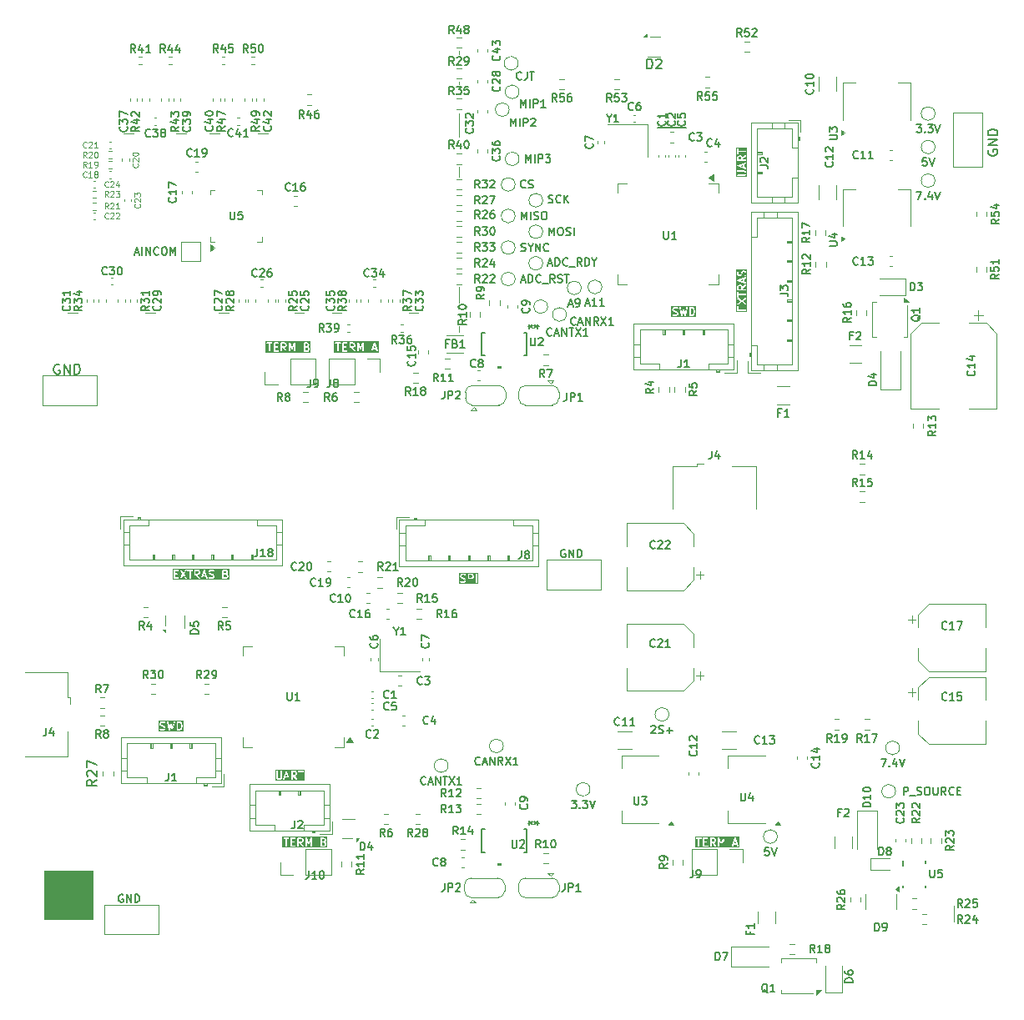
<source format=gbr>
%TF.GenerationSoftware,KiCad,Pcbnew,9.0.0*%
%TF.CreationDate,2025-05-15T12:13:46+12:00*%
%TF.ProjectId,,58585858-5858-4585-9858-585858585858,rev?*%
%TF.SameCoordinates,Original*%
%TF.FileFunction,Legend,Top*%
%TF.FilePolarity,Positive*%
%FSLAX46Y46*%
G04 Gerber Fmt 4.6, Leading zero omitted, Abs format (unit mm)*
G04 Created by KiCad (PCBNEW 9.0.0) date 2025-05-15 12:13:46*
%MOMM*%
%LPD*%
G01*
G04 APERTURE LIST*
%ADD10C,0.150000*%
%ADD11C,0.100000*%
%ADD12C,0.120000*%
%ADD13C,0.200000*%
%ADD14C,0.152400*%
%ADD15C,0.000000*%
G04 APERTURE END LIST*
D10*
G36*
X165010226Y-129983349D02*
G01*
X165031109Y-130004232D01*
X165055844Y-130053701D01*
X165055844Y-130132575D01*
X165031109Y-130182044D01*
X165010226Y-130202928D01*
X164960758Y-130227662D01*
X164748701Y-130227662D01*
X164748701Y-129958615D01*
X164960758Y-129958615D01*
X165010226Y-129983349D01*
G37*
G36*
X167236311Y-130380043D02*
G01*
X167063472Y-130380043D01*
X167149891Y-130120785D01*
X167236311Y-130380043D01*
G37*
G36*
X167579858Y-130847504D02*
G01*
X163063633Y-130847504D01*
X163063633Y-129868983D01*
X163152522Y-129868983D01*
X163152522Y-129898247D01*
X163163721Y-129925283D01*
X163184413Y-129945975D01*
X163211449Y-129957174D01*
X163226081Y-129958615D01*
X163379652Y-129958615D01*
X163379652Y-130683615D01*
X163381093Y-130698247D01*
X163392292Y-130725283D01*
X163412984Y-130745975D01*
X163440020Y-130757174D01*
X163469284Y-130757174D01*
X163496320Y-130745975D01*
X163517012Y-130725283D01*
X163528211Y-130698247D01*
X163529652Y-130683615D01*
X163529652Y-129958615D01*
X163683224Y-129958615D01*
X163697856Y-129957174D01*
X163724892Y-129945975D01*
X163745584Y-129925283D01*
X163756783Y-129898247D01*
X163756783Y-129883615D01*
X163874891Y-129883615D01*
X163874891Y-130683615D01*
X163876332Y-130698247D01*
X163887531Y-130725283D01*
X163908223Y-130745975D01*
X163935259Y-130757174D01*
X163949891Y-130758615D01*
X164330843Y-130758615D01*
X164345475Y-130757174D01*
X164372511Y-130745975D01*
X164393203Y-130725283D01*
X164404402Y-130698247D01*
X164404402Y-130668983D01*
X164393203Y-130641947D01*
X164372511Y-130621255D01*
X164345475Y-130610056D01*
X164330843Y-130608615D01*
X164024891Y-130608615D01*
X164024891Y-130339567D01*
X164216557Y-130339567D01*
X164231189Y-130338126D01*
X164258225Y-130326927D01*
X164278917Y-130306235D01*
X164290116Y-130279199D01*
X164290116Y-130249935D01*
X164278917Y-130222899D01*
X164258225Y-130202207D01*
X164231189Y-130191008D01*
X164216557Y-130189567D01*
X164024891Y-130189567D01*
X164024891Y-129958615D01*
X164330843Y-129958615D01*
X164345475Y-129957174D01*
X164372511Y-129945975D01*
X164393203Y-129925283D01*
X164404402Y-129898247D01*
X164404402Y-129883615D01*
X164598701Y-129883615D01*
X164598701Y-130683615D01*
X164600142Y-130698247D01*
X164611341Y-130725283D01*
X164632033Y-130745975D01*
X164659069Y-130757174D01*
X164688333Y-130757174D01*
X164715369Y-130745975D01*
X164736061Y-130725283D01*
X164747260Y-130698247D01*
X164748701Y-130683615D01*
X164748701Y-130377662D01*
X164825128Y-130377662D01*
X165069401Y-130726624D01*
X165078973Y-130737785D01*
X165103652Y-130753512D01*
X165132469Y-130758597D01*
X165161040Y-130752268D01*
X165185014Y-130735486D01*
X165200741Y-130710807D01*
X165205826Y-130681989D01*
X165199497Y-130653418D01*
X165192286Y-130640605D01*
X165004652Y-130372557D01*
X165012004Y-130369744D01*
X165088194Y-130331649D01*
X165094493Y-130327684D01*
X165096321Y-130326927D01*
X165098377Y-130325238D01*
X165100637Y-130323817D01*
X165101936Y-130322318D01*
X165107686Y-130317600D01*
X165145781Y-130279505D01*
X165150501Y-130273752D01*
X165151997Y-130272456D01*
X165153416Y-130270201D01*
X165155108Y-130268140D01*
X165155866Y-130266309D01*
X165159830Y-130260013D01*
X165197926Y-130183823D01*
X165203181Y-130170091D01*
X165203372Y-130167401D01*
X165204403Y-130164913D01*
X165205844Y-130150281D01*
X165205844Y-130035996D01*
X165204403Y-130021364D01*
X165203372Y-130018875D01*
X165203181Y-130016186D01*
X165197926Y-130002454D01*
X165159830Y-129926264D01*
X165155866Y-129919967D01*
X165155108Y-129918137D01*
X165153416Y-129916075D01*
X165151997Y-129913821D01*
X165150501Y-129912524D01*
X165145781Y-129906772D01*
X165122624Y-129883615D01*
X165398701Y-129883615D01*
X165398701Y-130683615D01*
X165400142Y-130698247D01*
X165411341Y-130725283D01*
X165432033Y-130745975D01*
X165459069Y-130757174D01*
X165488333Y-130757174D01*
X165515369Y-130745975D01*
X165536061Y-130725283D01*
X165547260Y-130698247D01*
X165548701Y-130683615D01*
X165548701Y-130221683D01*
X165672403Y-130486760D01*
X165675577Y-130492119D01*
X165676237Y-130493932D01*
X165677411Y-130495214D01*
X165679897Y-130499410D01*
X165688306Y-130507110D01*
X165696001Y-130515513D01*
X165699019Y-130516921D01*
X165701478Y-130519173D01*
X165712190Y-130523068D01*
X165722519Y-130527889D01*
X165725847Y-130528035D01*
X165728979Y-130529174D01*
X165740373Y-130528673D01*
X165751755Y-130529173D01*
X165754883Y-130528035D01*
X165758215Y-130527889D01*
X165768550Y-130523065D01*
X165779256Y-130519173D01*
X165781711Y-130516923D01*
X165784733Y-130515514D01*
X165792434Y-130507103D01*
X165800837Y-130499409D01*
X165803320Y-130495216D01*
X165804497Y-130493932D01*
X165805157Y-130492116D01*
X165808331Y-130486759D01*
X165932034Y-130221681D01*
X165932034Y-130683615D01*
X165933475Y-130698247D01*
X165944674Y-130725283D01*
X165965366Y-130745975D01*
X165992402Y-130757174D01*
X166021666Y-130757174D01*
X166048702Y-130745975D01*
X166069394Y-130725283D01*
X166080593Y-130698247D01*
X166082034Y-130683615D01*
X166082034Y-130674235D01*
X166808814Y-130674235D01*
X166810889Y-130703425D01*
X166823975Y-130729598D01*
X166846082Y-130748772D01*
X166873845Y-130758026D01*
X166903035Y-130755951D01*
X166929208Y-130742865D01*
X166948382Y-130720758D01*
X166954376Y-130707332D01*
X167013472Y-130530043D01*
X167286311Y-130530043D01*
X167345407Y-130707332D01*
X167351401Y-130720758D01*
X167370575Y-130742865D01*
X167396748Y-130755952D01*
X167425938Y-130758026D01*
X167453701Y-130748772D01*
X167475808Y-130729599D01*
X167488895Y-130703425D01*
X167490969Y-130674235D01*
X167487709Y-130659898D01*
X167221043Y-129859898D01*
X167215049Y-129846473D01*
X167211538Y-129842425D01*
X167209142Y-129837632D01*
X167202036Y-129831468D01*
X167195875Y-129824365D01*
X167191083Y-129821969D01*
X167187035Y-129818458D01*
X167178111Y-129815483D01*
X167169702Y-129811279D01*
X167164357Y-129810899D01*
X167159272Y-129809204D01*
X167149892Y-129809870D01*
X167140512Y-129809204D01*
X167135426Y-129810899D01*
X167130082Y-129811279D01*
X167121671Y-129815484D01*
X167112750Y-129818458D01*
X167108702Y-129821968D01*
X167103909Y-129824365D01*
X167097746Y-129831469D01*
X167090642Y-129837632D01*
X167088245Y-129842425D01*
X167084735Y-129846473D01*
X167078741Y-129859898D01*
X166812074Y-130659898D01*
X166808814Y-130674235D01*
X166082034Y-130674235D01*
X166082034Y-129883615D01*
X166081086Y-129873993D01*
X166081164Y-129872227D01*
X166080819Y-129871278D01*
X166080593Y-129868983D01*
X166075611Y-129856956D01*
X166071164Y-129844726D01*
X166070034Y-129843492D01*
X166069394Y-129841947D01*
X166060188Y-129832741D01*
X166051400Y-129823145D01*
X166049884Y-129822437D01*
X166048702Y-129821255D01*
X166036680Y-129816275D01*
X166024882Y-129810769D01*
X166023210Y-129810695D01*
X166021666Y-129810056D01*
X166008647Y-129810056D01*
X165995646Y-129809485D01*
X165994076Y-129810056D01*
X165992402Y-129810056D01*
X165980375Y-129815037D01*
X165968145Y-129819485D01*
X165966911Y-129820614D01*
X165965366Y-129821255D01*
X165956160Y-129830460D01*
X165946564Y-129839249D01*
X165945389Y-129841231D01*
X165944674Y-129841947D01*
X165943995Y-129843583D01*
X165939070Y-129851899D01*
X165740367Y-130277689D01*
X165541665Y-129851899D01*
X165536739Y-129843583D01*
X165536061Y-129841947D01*
X165535345Y-129841231D01*
X165534171Y-129839249D01*
X165524574Y-129830460D01*
X165515369Y-129821255D01*
X165513823Y-129820614D01*
X165512590Y-129819485D01*
X165500359Y-129815037D01*
X165488333Y-129810056D01*
X165486659Y-129810056D01*
X165485089Y-129809485D01*
X165472088Y-129810056D01*
X165459069Y-129810056D01*
X165457524Y-129810695D01*
X165455853Y-129810769D01*
X165444054Y-129816275D01*
X165432033Y-129821255D01*
X165430850Y-129822437D01*
X165429335Y-129823145D01*
X165420546Y-129832741D01*
X165411341Y-129841947D01*
X165410700Y-129843492D01*
X165409571Y-129844726D01*
X165405123Y-129856956D01*
X165400142Y-129868983D01*
X165399915Y-129871278D01*
X165399571Y-129872227D01*
X165399648Y-129873993D01*
X165398701Y-129883615D01*
X165122624Y-129883615D01*
X165107686Y-129868677D01*
X165101936Y-129863958D01*
X165100637Y-129862460D01*
X165098377Y-129861038D01*
X165096321Y-129859350D01*
X165094493Y-129858592D01*
X165088194Y-129854628D01*
X165012004Y-129816533D01*
X164998272Y-129811278D01*
X164995584Y-129811087D01*
X164993095Y-129810056D01*
X164978463Y-129808615D01*
X164673701Y-129808615D01*
X164659069Y-129810056D01*
X164632033Y-129821255D01*
X164611341Y-129841947D01*
X164600142Y-129868983D01*
X164598701Y-129883615D01*
X164404402Y-129883615D01*
X164404402Y-129868983D01*
X164393203Y-129841947D01*
X164372511Y-129821255D01*
X164345475Y-129810056D01*
X164330843Y-129808615D01*
X163949891Y-129808615D01*
X163935259Y-129810056D01*
X163908223Y-129821255D01*
X163887531Y-129841947D01*
X163876332Y-129868983D01*
X163874891Y-129883615D01*
X163756783Y-129883615D01*
X163756783Y-129868983D01*
X163745584Y-129841947D01*
X163724892Y-129821255D01*
X163697856Y-129810056D01*
X163683224Y-129808615D01*
X163226081Y-129808615D01*
X163211449Y-129810056D01*
X163184413Y-129821255D01*
X163163721Y-129841947D01*
X163152522Y-129868983D01*
X163063633Y-129868983D01*
X163063633Y-129719726D01*
X167579858Y-129719726D01*
X167579858Y-130847504D01*
G37*
G36*
X140438798Y-103183349D02*
G01*
X140459681Y-103204232D01*
X140484416Y-103253701D01*
X140484416Y-103332575D01*
X140459681Y-103382044D01*
X140438798Y-103402928D01*
X140389330Y-103427662D01*
X140177273Y-103427662D01*
X140177273Y-103158615D01*
X140389330Y-103158615D01*
X140438798Y-103183349D01*
G37*
G36*
X141066162Y-104047504D02*
G01*
X139138383Y-104047504D01*
X139138383Y-103235996D01*
X139227272Y-103235996D01*
X139227272Y-103312186D01*
X139228713Y-103326818D01*
X139229743Y-103329306D01*
X139229935Y-103331996D01*
X139235190Y-103345727D01*
X139273286Y-103421918D01*
X139277249Y-103428214D01*
X139278008Y-103430045D01*
X139279699Y-103432106D01*
X139281119Y-103434361D01*
X139282614Y-103435657D01*
X139287335Y-103441410D01*
X139325430Y-103479505D01*
X139331179Y-103484223D01*
X139332479Y-103485722D01*
X139334738Y-103487143D01*
X139336795Y-103488832D01*
X139338622Y-103489589D01*
X139344922Y-103493554D01*
X139421112Y-103531649D01*
X139422181Y-103532058D01*
X139422617Y-103532381D01*
X139428762Y-103534576D01*
X139434844Y-103536904D01*
X139435383Y-103536942D01*
X139436463Y-103537328D01*
X139580857Y-103573426D01*
X139638798Y-103602397D01*
X139659681Y-103623280D01*
X139684415Y-103672748D01*
X139684415Y-103713529D01*
X139659680Y-103762997D01*
X139638797Y-103783881D01*
X139589329Y-103808615D01*
X139428728Y-103808615D01*
X139325989Y-103774369D01*
X139311652Y-103771109D01*
X139282462Y-103773184D01*
X139256289Y-103786270D01*
X139237115Y-103808378D01*
X139227861Y-103836140D01*
X139229936Y-103865330D01*
X139243022Y-103891503D01*
X139265130Y-103910677D01*
X139278555Y-103916671D01*
X139392841Y-103954766D01*
X139400094Y-103956415D01*
X139401926Y-103957174D01*
X139404580Y-103957435D01*
X139407178Y-103958026D01*
X139409152Y-103957885D01*
X139416558Y-103958615D01*
X139607034Y-103958615D01*
X139621666Y-103957174D01*
X139624155Y-103956142D01*
X139626843Y-103955952D01*
X139640575Y-103950697D01*
X139716766Y-103912602D01*
X139723065Y-103908637D01*
X139724893Y-103907880D01*
X139726949Y-103906192D01*
X139729209Y-103904770D01*
X139730509Y-103903270D01*
X139736259Y-103898552D01*
X139774354Y-103860456D01*
X139779071Y-103854707D01*
X139780570Y-103853408D01*
X139781991Y-103851149D01*
X139783681Y-103849091D01*
X139784438Y-103847261D01*
X139788402Y-103840965D01*
X139826497Y-103764775D01*
X139831752Y-103751043D01*
X139831942Y-103748355D01*
X139832974Y-103745866D01*
X139834415Y-103731234D01*
X139834415Y-103655043D01*
X139832974Y-103640411D01*
X139831942Y-103637921D01*
X139831752Y-103635234D01*
X139826497Y-103621502D01*
X139788402Y-103545312D01*
X139784437Y-103539012D01*
X139783680Y-103537185D01*
X139781991Y-103535128D01*
X139780570Y-103532869D01*
X139779071Y-103531569D01*
X139774353Y-103525820D01*
X139736258Y-103487725D01*
X139730505Y-103483004D01*
X139729209Y-103481509D01*
X139726954Y-103480089D01*
X139724893Y-103478398D01*
X139723062Y-103477639D01*
X139716766Y-103473676D01*
X139640575Y-103435580D01*
X139639505Y-103435170D01*
X139639070Y-103434848D01*
X139632933Y-103432655D01*
X139626844Y-103430325D01*
X139626303Y-103430286D01*
X139625224Y-103429901D01*
X139480828Y-103393802D01*
X139422890Y-103364833D01*
X139402007Y-103343950D01*
X139377272Y-103294480D01*
X139377272Y-103253701D01*
X139402007Y-103204231D01*
X139422890Y-103183349D01*
X139472358Y-103158615D01*
X139632960Y-103158615D01*
X139735698Y-103192861D01*
X139750035Y-103196121D01*
X139779225Y-103194046D01*
X139805398Y-103180960D01*
X139824572Y-103158853D01*
X139833826Y-103131090D01*
X139831751Y-103101900D01*
X139822609Y-103083615D01*
X140027273Y-103083615D01*
X140027273Y-103883615D01*
X140028714Y-103898247D01*
X140039913Y-103925283D01*
X140060605Y-103945975D01*
X140087641Y-103957174D01*
X140116905Y-103957174D01*
X140143941Y-103945975D01*
X140164633Y-103925283D01*
X140175832Y-103898247D01*
X140177273Y-103883615D01*
X140177273Y-103577662D01*
X140407035Y-103577662D01*
X140421667Y-103576221D01*
X140424156Y-103575189D01*
X140426844Y-103574999D01*
X140440576Y-103569744D01*
X140516766Y-103531649D01*
X140523065Y-103527684D01*
X140524893Y-103526927D01*
X140526949Y-103525238D01*
X140529209Y-103523817D01*
X140530508Y-103522318D01*
X140536258Y-103517600D01*
X140574353Y-103479505D01*
X140579073Y-103473752D01*
X140580569Y-103472456D01*
X140581988Y-103470201D01*
X140583680Y-103468140D01*
X140584438Y-103466309D01*
X140588402Y-103460013D01*
X140626498Y-103383823D01*
X140631753Y-103370091D01*
X140631944Y-103367401D01*
X140632975Y-103364913D01*
X140634416Y-103350281D01*
X140634416Y-103235996D01*
X140632975Y-103221364D01*
X140631944Y-103218875D01*
X140631753Y-103216186D01*
X140626498Y-103202454D01*
X140588402Y-103126264D01*
X140584438Y-103119967D01*
X140583680Y-103118137D01*
X140581988Y-103116075D01*
X140580569Y-103113821D01*
X140579073Y-103112524D01*
X140574353Y-103106772D01*
X140551196Y-103083615D01*
X140827273Y-103083615D01*
X140827273Y-103883615D01*
X140828714Y-103898247D01*
X140839913Y-103925283D01*
X140860605Y-103945975D01*
X140887641Y-103957174D01*
X140916905Y-103957174D01*
X140943941Y-103945975D01*
X140964633Y-103925283D01*
X140975832Y-103898247D01*
X140977273Y-103883615D01*
X140977273Y-103083615D01*
X140975832Y-103068983D01*
X140964633Y-103041947D01*
X140943941Y-103021255D01*
X140916905Y-103010056D01*
X140887641Y-103010056D01*
X140860605Y-103021255D01*
X140839913Y-103041947D01*
X140828714Y-103068983D01*
X140827273Y-103083615D01*
X140551196Y-103083615D01*
X140536258Y-103068677D01*
X140530508Y-103063958D01*
X140529209Y-103062460D01*
X140526949Y-103061038D01*
X140524893Y-103059350D01*
X140523065Y-103058592D01*
X140516766Y-103054628D01*
X140440576Y-103016533D01*
X140426844Y-103011278D01*
X140424156Y-103011087D01*
X140421667Y-103010056D01*
X140407035Y-103008615D01*
X140102273Y-103008615D01*
X140087641Y-103010056D01*
X140060605Y-103021255D01*
X140039913Y-103041947D01*
X140028714Y-103068983D01*
X140027273Y-103083615D01*
X139822609Y-103083615D01*
X139818665Y-103075727D01*
X139796558Y-103056553D01*
X139783132Y-103050559D01*
X139668847Y-103012464D01*
X139661593Y-103010814D01*
X139659762Y-103010056D01*
X139657107Y-103009794D01*
X139654510Y-103009204D01*
X139652535Y-103009344D01*
X139645130Y-103008615D01*
X139454653Y-103008615D01*
X139440021Y-103010056D01*
X139437531Y-103011087D01*
X139434844Y-103011278D01*
X139421112Y-103016533D01*
X139344922Y-103054628D01*
X139338622Y-103058592D01*
X139336795Y-103059350D01*
X139334738Y-103061038D01*
X139332479Y-103062460D01*
X139331179Y-103063958D01*
X139325430Y-103068677D01*
X139287335Y-103106772D01*
X139282614Y-103112524D01*
X139281119Y-103113821D01*
X139279699Y-103116075D01*
X139278008Y-103118137D01*
X139277249Y-103119967D01*
X139273286Y-103126264D01*
X139235190Y-103202455D01*
X139229935Y-103216186D01*
X139229743Y-103218875D01*
X139228713Y-103221364D01*
X139227272Y-103235996D01*
X139138383Y-103235996D01*
X139138383Y-102919726D01*
X141066162Y-102919726D01*
X141066162Y-104047504D01*
G37*
G36*
X115528424Y-103168213D02*
G01*
X115545394Y-103185183D01*
X115570130Y-103234653D01*
X115570130Y-103313528D01*
X115545394Y-103362998D01*
X115524511Y-103383881D01*
X115475044Y-103408615D01*
X115262987Y-103408615D01*
X115262987Y-103139567D01*
X115442483Y-103139567D01*
X115528424Y-103168213D01*
G37*
G36*
X115486417Y-102783349D02*
G01*
X115507299Y-102804231D01*
X115532034Y-102853700D01*
X115532034Y-102894481D01*
X115507299Y-102943950D01*
X115486417Y-102964832D01*
X115436948Y-102989567D01*
X115262987Y-102989567D01*
X115262987Y-102758615D01*
X115436948Y-102758615D01*
X115486417Y-102783349D01*
G37*
G36*
X112667369Y-102783349D02*
G01*
X112688252Y-102804232D01*
X112712987Y-102853701D01*
X112712987Y-102932575D01*
X112688252Y-102982044D01*
X112667369Y-103002928D01*
X112617901Y-103027662D01*
X112405844Y-103027662D01*
X112405844Y-102758615D01*
X112617901Y-102758615D01*
X112667369Y-102783349D01*
G37*
G36*
X113369644Y-103180043D02*
G01*
X113196805Y-103180043D01*
X113283224Y-102920785D01*
X113369644Y-103180043D01*
G37*
G36*
X115809019Y-103647504D02*
G01*
X110071716Y-103647504D01*
X110071716Y-102683615D01*
X110160605Y-102683615D01*
X110160605Y-103483615D01*
X110162046Y-103498247D01*
X110173245Y-103525283D01*
X110193937Y-103545975D01*
X110220973Y-103557174D01*
X110235605Y-103558615D01*
X110616557Y-103558615D01*
X110631189Y-103557174D01*
X110658225Y-103545975D01*
X110678917Y-103525283D01*
X110690116Y-103498247D01*
X110690116Y-103468983D01*
X110678917Y-103441947D01*
X110658225Y-103421255D01*
X110631189Y-103410056D01*
X110616557Y-103408615D01*
X110310605Y-103408615D01*
X110310605Y-103139567D01*
X110502271Y-103139567D01*
X110516903Y-103138126D01*
X110543939Y-103126927D01*
X110564631Y-103106235D01*
X110575830Y-103079199D01*
X110575830Y-103049935D01*
X110564631Y-103022899D01*
X110543939Y-103002207D01*
X110516903Y-102991008D01*
X110502271Y-102989567D01*
X110310605Y-102989567D01*
X110310605Y-102758615D01*
X110616557Y-102758615D01*
X110631189Y-102757174D01*
X110658225Y-102745975D01*
X110678917Y-102725283D01*
X110690116Y-102698247D01*
X110690116Y-102683536D01*
X110808224Y-102683536D01*
X110813903Y-102712244D01*
X110820820Y-102725218D01*
X111059751Y-103083615D01*
X110820820Y-103442012D01*
X110813903Y-103454986D01*
X110808224Y-103483694D01*
X110813963Y-103512388D01*
X110830246Y-103536703D01*
X110854595Y-103552936D01*
X110883303Y-103558615D01*
X110911997Y-103552876D01*
X110936312Y-103536593D01*
X110945628Y-103525218D01*
X111149890Y-103218823D01*
X111354154Y-103525218D01*
X111363470Y-103536593D01*
X111387785Y-103552876D01*
X111416479Y-103558615D01*
X111445187Y-103552936D01*
X111469536Y-103536704D01*
X111485819Y-103512389D01*
X111491558Y-103483694D01*
X111485879Y-103454987D01*
X111478962Y-103442013D01*
X111240030Y-103083615D01*
X111478962Y-102725217D01*
X111485879Y-102712243D01*
X111491558Y-102683536D01*
X111488647Y-102668983D01*
X111533475Y-102668983D01*
X111533475Y-102698247D01*
X111544674Y-102725283D01*
X111565366Y-102745975D01*
X111592402Y-102757174D01*
X111607034Y-102758615D01*
X111760605Y-102758615D01*
X111760605Y-103483615D01*
X111762046Y-103498247D01*
X111773245Y-103525283D01*
X111793937Y-103545975D01*
X111820973Y-103557174D01*
X111850237Y-103557174D01*
X111877273Y-103545975D01*
X111897965Y-103525283D01*
X111909164Y-103498247D01*
X111910605Y-103483615D01*
X111910605Y-102758615D01*
X112064177Y-102758615D01*
X112078809Y-102757174D01*
X112105845Y-102745975D01*
X112126537Y-102725283D01*
X112137736Y-102698247D01*
X112137736Y-102683615D01*
X112255844Y-102683615D01*
X112255844Y-103483615D01*
X112257285Y-103498247D01*
X112268484Y-103525283D01*
X112289176Y-103545975D01*
X112316212Y-103557174D01*
X112345476Y-103557174D01*
X112372512Y-103545975D01*
X112393204Y-103525283D01*
X112404403Y-103498247D01*
X112405844Y-103483615D01*
X112405844Y-103177662D01*
X112482271Y-103177662D01*
X112726544Y-103526624D01*
X112736116Y-103537785D01*
X112760795Y-103553512D01*
X112789612Y-103558597D01*
X112818183Y-103552268D01*
X112842157Y-103535486D01*
X112857884Y-103510807D01*
X112862969Y-103481989D01*
X112861251Y-103474235D01*
X112942147Y-103474235D01*
X112944222Y-103503425D01*
X112957308Y-103529598D01*
X112979415Y-103548772D01*
X113007178Y-103558026D01*
X113036368Y-103555951D01*
X113062541Y-103542865D01*
X113081715Y-103520758D01*
X113087709Y-103507332D01*
X113146805Y-103330043D01*
X113419644Y-103330043D01*
X113478740Y-103507332D01*
X113484734Y-103520758D01*
X113503908Y-103542865D01*
X113530081Y-103555952D01*
X113559271Y-103558026D01*
X113587034Y-103548772D01*
X113609141Y-103529599D01*
X113622228Y-103503425D01*
X113624302Y-103474235D01*
X113621042Y-103459898D01*
X113413075Y-102835996D01*
X113703462Y-102835996D01*
X113703462Y-102912186D01*
X113704903Y-102926818D01*
X113705933Y-102929306D01*
X113706125Y-102931996D01*
X113711380Y-102945727D01*
X113749476Y-103021918D01*
X113753439Y-103028214D01*
X113754198Y-103030045D01*
X113755889Y-103032106D01*
X113757309Y-103034361D01*
X113758804Y-103035657D01*
X113763525Y-103041410D01*
X113801620Y-103079505D01*
X113807369Y-103084223D01*
X113808669Y-103085722D01*
X113810928Y-103087143D01*
X113812985Y-103088832D01*
X113814812Y-103089589D01*
X113821112Y-103093554D01*
X113897302Y-103131649D01*
X113898371Y-103132058D01*
X113898807Y-103132381D01*
X113904952Y-103134576D01*
X113911034Y-103136904D01*
X113911573Y-103136942D01*
X113912653Y-103137328D01*
X114057047Y-103173426D01*
X114114988Y-103202397D01*
X114135871Y-103223280D01*
X114160605Y-103272748D01*
X114160605Y-103313529D01*
X114135870Y-103362997D01*
X114114987Y-103383881D01*
X114065519Y-103408615D01*
X113904918Y-103408615D01*
X113802179Y-103374369D01*
X113787842Y-103371109D01*
X113758652Y-103373184D01*
X113732479Y-103386270D01*
X113713305Y-103408378D01*
X113704051Y-103436140D01*
X113706126Y-103465330D01*
X113719212Y-103491503D01*
X113741320Y-103510677D01*
X113754745Y-103516671D01*
X113869031Y-103554766D01*
X113876284Y-103556415D01*
X113878116Y-103557174D01*
X113880770Y-103557435D01*
X113883368Y-103558026D01*
X113885342Y-103557885D01*
X113892748Y-103558615D01*
X114083224Y-103558615D01*
X114097856Y-103557174D01*
X114100345Y-103556142D01*
X114103033Y-103555952D01*
X114116765Y-103550697D01*
X114192956Y-103512602D01*
X114199255Y-103508637D01*
X114201083Y-103507880D01*
X114203139Y-103506192D01*
X114205399Y-103504770D01*
X114206699Y-103503270D01*
X114212449Y-103498552D01*
X114250544Y-103460456D01*
X114255261Y-103454707D01*
X114256760Y-103453408D01*
X114258181Y-103451149D01*
X114259871Y-103449091D01*
X114260628Y-103447261D01*
X114264592Y-103440965D01*
X114302687Y-103364775D01*
X114307942Y-103351043D01*
X114308132Y-103348355D01*
X114309164Y-103345866D01*
X114310605Y-103331234D01*
X114310605Y-103255043D01*
X114309164Y-103240411D01*
X114308132Y-103237921D01*
X114307942Y-103235234D01*
X114302687Y-103221502D01*
X114264592Y-103145312D01*
X114260627Y-103139012D01*
X114259870Y-103137185D01*
X114258181Y-103135128D01*
X114256760Y-103132869D01*
X114255261Y-103131569D01*
X114250543Y-103125820D01*
X114212448Y-103087725D01*
X114206695Y-103083004D01*
X114205399Y-103081509D01*
X114203144Y-103080089D01*
X114201083Y-103078398D01*
X114199252Y-103077639D01*
X114192956Y-103073676D01*
X114116765Y-103035580D01*
X114115695Y-103035170D01*
X114115260Y-103034848D01*
X114109123Y-103032655D01*
X114103034Y-103030325D01*
X114102493Y-103030286D01*
X114101414Y-103029901D01*
X113957018Y-102993802D01*
X113899080Y-102964833D01*
X113878197Y-102943950D01*
X113853462Y-102894480D01*
X113853462Y-102853701D01*
X113878197Y-102804231D01*
X113899080Y-102783349D01*
X113948548Y-102758615D01*
X114109150Y-102758615D01*
X114211888Y-102792861D01*
X114226225Y-102796121D01*
X114255415Y-102794046D01*
X114281588Y-102780960D01*
X114300762Y-102758853D01*
X114310016Y-102731090D01*
X114307941Y-102701900D01*
X114298799Y-102683615D01*
X115112987Y-102683615D01*
X115112987Y-103483615D01*
X115114428Y-103498247D01*
X115125627Y-103525283D01*
X115146319Y-103545975D01*
X115173355Y-103557174D01*
X115187987Y-103558615D01*
X115492749Y-103558615D01*
X115507381Y-103557174D01*
X115509870Y-103556142D01*
X115512558Y-103555952D01*
X115526290Y-103550697D01*
X115602480Y-103512602D01*
X115608779Y-103508637D01*
X115610607Y-103507880D01*
X115612663Y-103506192D01*
X115614923Y-103504770D01*
X115616223Y-103503270D01*
X115621973Y-103498552D01*
X115660068Y-103460456D01*
X115664788Y-103454704D01*
X115666283Y-103453408D01*
X115667702Y-103451153D01*
X115669395Y-103449091D01*
X115670153Y-103447260D01*
X115674116Y-103440966D01*
X115712211Y-103364776D01*
X115717466Y-103351044D01*
X115717656Y-103348357D01*
X115718689Y-103345866D01*
X115720130Y-103331234D01*
X115720130Y-103216948D01*
X115718689Y-103202316D01*
X115717656Y-103199824D01*
X115717466Y-103197138D01*
X115712211Y-103183406D01*
X115674116Y-103107216D01*
X115670153Y-103100921D01*
X115669395Y-103099091D01*
X115667702Y-103097028D01*
X115666283Y-103094774D01*
X115664788Y-103093477D01*
X115660068Y-103087726D01*
X115621973Y-103049630D01*
X115617457Y-103045924D01*
X115621972Y-103041410D01*
X115626690Y-103035660D01*
X115628189Y-103034361D01*
X115629610Y-103032101D01*
X115631299Y-103030045D01*
X115632056Y-103028217D01*
X115636021Y-103021918D01*
X115674116Y-102945727D01*
X115679371Y-102931995D01*
X115679561Y-102929307D01*
X115680593Y-102926818D01*
X115682034Y-102912186D01*
X115682034Y-102835996D01*
X115680593Y-102821364D01*
X115679561Y-102818874D01*
X115679371Y-102816187D01*
X115674116Y-102802455D01*
X115636021Y-102726264D01*
X115632056Y-102719964D01*
X115631299Y-102718137D01*
X115629610Y-102716080D01*
X115628189Y-102713821D01*
X115626690Y-102712521D01*
X115621972Y-102706772D01*
X115583877Y-102668677D01*
X115578127Y-102663958D01*
X115576828Y-102662460D01*
X115574568Y-102661038D01*
X115572512Y-102659350D01*
X115570684Y-102658592D01*
X115564385Y-102654628D01*
X115488194Y-102616533D01*
X115474462Y-102611278D01*
X115471774Y-102611087D01*
X115469285Y-102610056D01*
X115454653Y-102608615D01*
X115187987Y-102608615D01*
X115173355Y-102610056D01*
X115146319Y-102621255D01*
X115125627Y-102641947D01*
X115114428Y-102668983D01*
X115112987Y-102683615D01*
X114298799Y-102683615D01*
X114294855Y-102675727D01*
X114272748Y-102656553D01*
X114259322Y-102650559D01*
X114145037Y-102612464D01*
X114137783Y-102610814D01*
X114135952Y-102610056D01*
X114133297Y-102609794D01*
X114130700Y-102609204D01*
X114128725Y-102609344D01*
X114121320Y-102608615D01*
X113930843Y-102608615D01*
X113916211Y-102610056D01*
X113913721Y-102611087D01*
X113911034Y-102611278D01*
X113897302Y-102616533D01*
X113821112Y-102654628D01*
X113814812Y-102658592D01*
X113812985Y-102659350D01*
X113810928Y-102661038D01*
X113808669Y-102662460D01*
X113807369Y-102663958D01*
X113801620Y-102668677D01*
X113763525Y-102706772D01*
X113758804Y-102712524D01*
X113757309Y-102713821D01*
X113755889Y-102716075D01*
X113754198Y-102718137D01*
X113753439Y-102719967D01*
X113749476Y-102726264D01*
X113711380Y-102802455D01*
X113706125Y-102816186D01*
X113705933Y-102818875D01*
X113704903Y-102821364D01*
X113703462Y-102835996D01*
X113413075Y-102835996D01*
X113354376Y-102659898D01*
X113348382Y-102646473D01*
X113344871Y-102642425D01*
X113342475Y-102637632D01*
X113335369Y-102631468D01*
X113329208Y-102624365D01*
X113324416Y-102621969D01*
X113320368Y-102618458D01*
X113311444Y-102615483D01*
X113303035Y-102611279D01*
X113297690Y-102610899D01*
X113292605Y-102609204D01*
X113283225Y-102609870D01*
X113273845Y-102609204D01*
X113268759Y-102610899D01*
X113263415Y-102611279D01*
X113255004Y-102615484D01*
X113246083Y-102618458D01*
X113242035Y-102621968D01*
X113237242Y-102624365D01*
X113231079Y-102631469D01*
X113223975Y-102637632D01*
X113221578Y-102642425D01*
X113218068Y-102646473D01*
X113212074Y-102659898D01*
X112945407Y-103459898D01*
X112942147Y-103474235D01*
X112861251Y-103474235D01*
X112856640Y-103453418D01*
X112849429Y-103440605D01*
X112661795Y-103172557D01*
X112669147Y-103169744D01*
X112745337Y-103131649D01*
X112751636Y-103127684D01*
X112753464Y-103126927D01*
X112755520Y-103125238D01*
X112757780Y-103123817D01*
X112759079Y-103122318D01*
X112764829Y-103117600D01*
X112802924Y-103079505D01*
X112807644Y-103073752D01*
X112809140Y-103072456D01*
X112810559Y-103070201D01*
X112812251Y-103068140D01*
X112813009Y-103066309D01*
X112816973Y-103060013D01*
X112855069Y-102983823D01*
X112860324Y-102970091D01*
X112860515Y-102967401D01*
X112861546Y-102964913D01*
X112862987Y-102950281D01*
X112862987Y-102835996D01*
X112861546Y-102821364D01*
X112860515Y-102818875D01*
X112860324Y-102816186D01*
X112855069Y-102802454D01*
X112816973Y-102726264D01*
X112813009Y-102719967D01*
X112812251Y-102718137D01*
X112810559Y-102716075D01*
X112809140Y-102713821D01*
X112807644Y-102712524D01*
X112802924Y-102706772D01*
X112764829Y-102668677D01*
X112759079Y-102663958D01*
X112757780Y-102662460D01*
X112755520Y-102661038D01*
X112753464Y-102659350D01*
X112751636Y-102658592D01*
X112745337Y-102654628D01*
X112669147Y-102616533D01*
X112655415Y-102611278D01*
X112652727Y-102611087D01*
X112650238Y-102610056D01*
X112635606Y-102608615D01*
X112330844Y-102608615D01*
X112316212Y-102610056D01*
X112289176Y-102621255D01*
X112268484Y-102641947D01*
X112257285Y-102668983D01*
X112255844Y-102683615D01*
X112137736Y-102683615D01*
X112137736Y-102668983D01*
X112126537Y-102641947D01*
X112105845Y-102621255D01*
X112078809Y-102610056D01*
X112064177Y-102608615D01*
X111607034Y-102608615D01*
X111592402Y-102610056D01*
X111565366Y-102621255D01*
X111544674Y-102641947D01*
X111533475Y-102668983D01*
X111488647Y-102668983D01*
X111485819Y-102654841D01*
X111469536Y-102630526D01*
X111445187Y-102614294D01*
X111416479Y-102608615D01*
X111387785Y-102614354D01*
X111363470Y-102630637D01*
X111354154Y-102642012D01*
X111149890Y-102948406D01*
X110945628Y-102642012D01*
X110936312Y-102630637D01*
X110911997Y-102614354D01*
X110883303Y-102608615D01*
X110854595Y-102614294D01*
X110830246Y-102630527D01*
X110813963Y-102654842D01*
X110808224Y-102683536D01*
X110690116Y-102683536D01*
X110690116Y-102668983D01*
X110678917Y-102641947D01*
X110658225Y-102621255D01*
X110631189Y-102610056D01*
X110616557Y-102608615D01*
X110235605Y-102608615D01*
X110220973Y-102610056D01*
X110193937Y-102621255D01*
X110173245Y-102641947D01*
X110162046Y-102668983D01*
X110160605Y-102683615D01*
X110071716Y-102683615D01*
X110071716Y-102519726D01*
X115809019Y-102519726D01*
X115809019Y-103647504D01*
G37*
G36*
X110814140Y-118187262D02*
G01*
X110869204Y-118242326D01*
X110898174Y-118300265D01*
X110932035Y-118435707D01*
X110932035Y-118531522D01*
X110898174Y-118666963D01*
X110869204Y-118724902D01*
X110814139Y-118779968D01*
X110728198Y-118808615D01*
X110624892Y-118808615D01*
X110624892Y-118158615D01*
X110728198Y-118158615D01*
X110814140Y-118187262D01*
G37*
G36*
X111170924Y-119047504D02*
G01*
X108671716Y-119047504D01*
X108671716Y-118235996D01*
X108760605Y-118235996D01*
X108760605Y-118312186D01*
X108762046Y-118326818D01*
X108763076Y-118329306D01*
X108763268Y-118331996D01*
X108768523Y-118345727D01*
X108806619Y-118421918D01*
X108810582Y-118428214D01*
X108811341Y-118430045D01*
X108813032Y-118432106D01*
X108814452Y-118434361D01*
X108815947Y-118435657D01*
X108820668Y-118441410D01*
X108858763Y-118479505D01*
X108864512Y-118484223D01*
X108865812Y-118485722D01*
X108868071Y-118487143D01*
X108870128Y-118488832D01*
X108871955Y-118489589D01*
X108878255Y-118493554D01*
X108954445Y-118531649D01*
X108955514Y-118532058D01*
X108955950Y-118532381D01*
X108962095Y-118534576D01*
X108968177Y-118536904D01*
X108968716Y-118536942D01*
X108969796Y-118537328D01*
X109114190Y-118573426D01*
X109172131Y-118602397D01*
X109193014Y-118623280D01*
X109217748Y-118672748D01*
X109217748Y-118713529D01*
X109193013Y-118762997D01*
X109172130Y-118783881D01*
X109122662Y-118808615D01*
X108962061Y-118808615D01*
X108859322Y-118774369D01*
X108844985Y-118771109D01*
X108815795Y-118773184D01*
X108789622Y-118786270D01*
X108770448Y-118808378D01*
X108761194Y-118836140D01*
X108763269Y-118865330D01*
X108776355Y-118891503D01*
X108798463Y-118910677D01*
X108811888Y-118916671D01*
X108926174Y-118954766D01*
X108933427Y-118956415D01*
X108935259Y-118957174D01*
X108937913Y-118957435D01*
X108940511Y-118958026D01*
X108942485Y-118957885D01*
X108949891Y-118958615D01*
X109140367Y-118958615D01*
X109154999Y-118957174D01*
X109157488Y-118956142D01*
X109160176Y-118955952D01*
X109173908Y-118950697D01*
X109250099Y-118912602D01*
X109256398Y-118908637D01*
X109258226Y-118907880D01*
X109260282Y-118906192D01*
X109262542Y-118904770D01*
X109263842Y-118903270D01*
X109269592Y-118898552D01*
X109307687Y-118860456D01*
X109312404Y-118854707D01*
X109313903Y-118853408D01*
X109315324Y-118851149D01*
X109317014Y-118849091D01*
X109317771Y-118847261D01*
X109321735Y-118840965D01*
X109359830Y-118764775D01*
X109365085Y-118751043D01*
X109365275Y-118748355D01*
X109366307Y-118745866D01*
X109367748Y-118731234D01*
X109367748Y-118655043D01*
X109366307Y-118640411D01*
X109365275Y-118637921D01*
X109365085Y-118635234D01*
X109359830Y-118621502D01*
X109321735Y-118545312D01*
X109317770Y-118539012D01*
X109317013Y-118537185D01*
X109315324Y-118535128D01*
X109313903Y-118532869D01*
X109312404Y-118531569D01*
X109307686Y-118525820D01*
X109269591Y-118487725D01*
X109263838Y-118483004D01*
X109262542Y-118481509D01*
X109260287Y-118480089D01*
X109258226Y-118478398D01*
X109256395Y-118477639D01*
X109250099Y-118473676D01*
X109173908Y-118435580D01*
X109172838Y-118435170D01*
X109172403Y-118434848D01*
X109166266Y-118432655D01*
X109160177Y-118430325D01*
X109159636Y-118430286D01*
X109158557Y-118429901D01*
X109014161Y-118393802D01*
X108956223Y-118364833D01*
X108935340Y-118343950D01*
X108910605Y-118294480D01*
X108910605Y-118253701D01*
X108935340Y-118204231D01*
X108956223Y-118183349D01*
X109005691Y-118158615D01*
X109166293Y-118158615D01*
X109269031Y-118192861D01*
X109283368Y-118196121D01*
X109312558Y-118194046D01*
X109338731Y-118180960D01*
X109357905Y-118158853D01*
X109367159Y-118131090D01*
X109365084Y-118101900D01*
X109357344Y-118086419D01*
X109484467Y-118086419D01*
X109486455Y-118100987D01*
X109676931Y-118900986D01*
X109678660Y-118906005D01*
X109678900Y-118907808D01*
X109679842Y-118909436D01*
X109681721Y-118914887D01*
X109688107Y-118923711D01*
X109693562Y-118933133D01*
X109696619Y-118935473D01*
X109698878Y-118938594D01*
X109708153Y-118944301D01*
X109716800Y-118950920D01*
X109720520Y-118951912D01*
X109723800Y-118953930D01*
X109734554Y-118955654D01*
X109745076Y-118958460D01*
X109748891Y-118957953D01*
X109752695Y-118958563D01*
X109763289Y-118956040D01*
X109774084Y-118954606D01*
X109777417Y-118952675D01*
X109781163Y-118951784D01*
X109789983Y-118945401D01*
X109799409Y-118939944D01*
X109801749Y-118936886D01*
X109804870Y-118934628D01*
X109810577Y-118925352D01*
X109817196Y-118916706D01*
X109819221Y-118911306D01*
X109820206Y-118909706D01*
X109820493Y-118907914D01*
X109822359Y-118902940D01*
X109902271Y-118603265D01*
X109982185Y-118902940D01*
X109984050Y-118907915D01*
X109984338Y-118909706D01*
X109985322Y-118911305D01*
X109987348Y-118916707D01*
X109993968Y-118925355D01*
X109999674Y-118934628D01*
X110002794Y-118936886D01*
X110005135Y-118939944D01*
X110014556Y-118945398D01*
X110023381Y-118951785D01*
X110027128Y-118952677D01*
X110030460Y-118954606D01*
X110041253Y-118956040D01*
X110051849Y-118958563D01*
X110055650Y-118957953D01*
X110059469Y-118958461D01*
X110070000Y-118955652D01*
X110080744Y-118953930D01*
X110084020Y-118951914D01*
X110087744Y-118950921D01*
X110096396Y-118944297D01*
X110105666Y-118938594D01*
X110107922Y-118935475D01*
X110110982Y-118933134D01*
X110116439Y-118923707D01*
X110122823Y-118914887D01*
X110124700Y-118909438D01*
X110125644Y-118907809D01*
X110125883Y-118906005D01*
X110127613Y-118900987D01*
X110318090Y-118100987D01*
X110320078Y-118086419D01*
X110319628Y-118083615D01*
X110474892Y-118083615D01*
X110474892Y-118883615D01*
X110476333Y-118898247D01*
X110487532Y-118925283D01*
X110508224Y-118945975D01*
X110535260Y-118957174D01*
X110549892Y-118958615D01*
X110740368Y-118958615D01*
X110747773Y-118957885D01*
X110749748Y-118958026D01*
X110752345Y-118957435D01*
X110755000Y-118957174D01*
X110756831Y-118956415D01*
X110764085Y-118954766D01*
X110878371Y-118916671D01*
X110891796Y-118910677D01*
X110893831Y-118908911D01*
X110896322Y-118907880D01*
X110907687Y-118898553D01*
X110983878Y-118822361D01*
X110988595Y-118816612D01*
X110990094Y-118815313D01*
X110991515Y-118813054D01*
X110993205Y-118810996D01*
X110993962Y-118809166D01*
X110997926Y-118802870D01*
X111036021Y-118726680D01*
X111036430Y-118725610D01*
X111036753Y-118725175D01*
X111038951Y-118719023D01*
X111041276Y-118712948D01*
X111041314Y-118712409D01*
X111041700Y-118711330D01*
X111079796Y-118558948D01*
X111080171Y-118556411D01*
X111080594Y-118555390D01*
X111081136Y-118549877D01*
X111081946Y-118544404D01*
X111081783Y-118543311D01*
X111082035Y-118540758D01*
X111082035Y-118426472D01*
X111081783Y-118423918D01*
X111081946Y-118422826D01*
X111081136Y-118417352D01*
X111080594Y-118411840D01*
X111080171Y-118410818D01*
X111079796Y-118408282D01*
X111041700Y-118255900D01*
X111041314Y-118254820D01*
X111041276Y-118254282D01*
X111038951Y-118248206D01*
X111036753Y-118242055D01*
X111036430Y-118241619D01*
X111036021Y-118240550D01*
X110997926Y-118164359D01*
X110993963Y-118158064D01*
X110993205Y-118156232D01*
X110991513Y-118154170D01*
X110990094Y-118151916D01*
X110988597Y-118150617D01*
X110983877Y-118144867D01*
X110907687Y-118068677D01*
X110896322Y-118059350D01*
X110893831Y-118058318D01*
X110891796Y-118056553D01*
X110878371Y-118050559D01*
X110764085Y-118012464D01*
X110756831Y-118010814D01*
X110755000Y-118010056D01*
X110752345Y-118009794D01*
X110749748Y-118009204D01*
X110747773Y-118009344D01*
X110740368Y-118008615D01*
X110549892Y-118008615D01*
X110535260Y-118010056D01*
X110508224Y-118021255D01*
X110487532Y-118041947D01*
X110476333Y-118068983D01*
X110474892Y-118083615D01*
X110319628Y-118083615D01*
X110315445Y-118057524D01*
X110300109Y-118032602D01*
X110276402Y-118015446D01*
X110247934Y-118008668D01*
X110219039Y-118013300D01*
X110194117Y-118028637D01*
X110176960Y-118052343D01*
X110172169Y-118066244D01*
X110050536Y-118577099D01*
X109974740Y-118292861D01*
X109973454Y-118289433D01*
X109973263Y-118287992D01*
X109972271Y-118286279D01*
X109969577Y-118279095D01*
X109963563Y-118271238D01*
X109958601Y-118262667D01*
X109954741Y-118259712D01*
X109951790Y-118255857D01*
X109943227Y-118250899D01*
X109935363Y-118244880D01*
X109930666Y-118243627D01*
X109926465Y-118241195D01*
X109916658Y-118239892D01*
X109907088Y-118237340D01*
X109902269Y-118237980D01*
X109897457Y-118237341D01*
X109887896Y-118239890D01*
X109878079Y-118241195D01*
X109873873Y-118243629D01*
X109869181Y-118244881D01*
X109861321Y-118250896D01*
X109852754Y-118255857D01*
X109849800Y-118259715D01*
X109845943Y-118262668D01*
X109840984Y-118271233D01*
X109834967Y-118279094D01*
X109832270Y-118286283D01*
X109831281Y-118287993D01*
X109831089Y-118289432D01*
X109829804Y-118292861D01*
X109754007Y-118577098D01*
X109632375Y-118066243D01*
X109627585Y-118052343D01*
X109610428Y-118028636D01*
X109585506Y-118013300D01*
X109556611Y-118008667D01*
X109528143Y-118015445D01*
X109504436Y-118032602D01*
X109489100Y-118057524D01*
X109484467Y-118086419D01*
X109357344Y-118086419D01*
X109351998Y-118075727D01*
X109329891Y-118056553D01*
X109316465Y-118050559D01*
X109202180Y-118012464D01*
X109194926Y-118010814D01*
X109193095Y-118010056D01*
X109190440Y-118009794D01*
X109187843Y-118009204D01*
X109185868Y-118009344D01*
X109178463Y-118008615D01*
X108987986Y-118008615D01*
X108973354Y-118010056D01*
X108970864Y-118011087D01*
X108968177Y-118011278D01*
X108954445Y-118016533D01*
X108878255Y-118054628D01*
X108871955Y-118058592D01*
X108870128Y-118059350D01*
X108868071Y-118061038D01*
X108865812Y-118062460D01*
X108864512Y-118063958D01*
X108858763Y-118068677D01*
X108820668Y-118106772D01*
X108815947Y-118112524D01*
X108814452Y-118113821D01*
X108813032Y-118116075D01*
X108811341Y-118118137D01*
X108810582Y-118119967D01*
X108806619Y-118126264D01*
X108768523Y-118202455D01*
X108763268Y-118216186D01*
X108763076Y-118218875D01*
X108762046Y-118221364D01*
X108760605Y-118235996D01*
X108671716Y-118235996D01*
X108671716Y-117919726D01*
X111170924Y-117919726D01*
X111170924Y-119047504D01*
G37*
G36*
X125480805Y-130368213D02*
G01*
X125497775Y-130385183D01*
X125522511Y-130434653D01*
X125522511Y-130513528D01*
X125497775Y-130562998D01*
X125476892Y-130583881D01*
X125427425Y-130608615D01*
X125215368Y-130608615D01*
X125215368Y-130339567D01*
X125394864Y-130339567D01*
X125480805Y-130368213D01*
G37*
G36*
X125438798Y-129983349D02*
G01*
X125459680Y-130004231D01*
X125484415Y-130053700D01*
X125484415Y-130094481D01*
X125459680Y-130143950D01*
X125438798Y-130164832D01*
X125389329Y-130189567D01*
X125215368Y-130189567D01*
X125215368Y-129958615D01*
X125389329Y-129958615D01*
X125438798Y-129983349D01*
G37*
G36*
X123153083Y-129983349D02*
G01*
X123173966Y-130004232D01*
X123198701Y-130053701D01*
X123198701Y-130132575D01*
X123173966Y-130182044D01*
X123153083Y-130202928D01*
X123103615Y-130227662D01*
X122891558Y-130227662D01*
X122891558Y-129958615D01*
X123103615Y-129958615D01*
X123153083Y-129983349D01*
G37*
G36*
X125761400Y-130847504D02*
G01*
X121206490Y-130847504D01*
X121206490Y-129868983D01*
X121295379Y-129868983D01*
X121295379Y-129898247D01*
X121306578Y-129925283D01*
X121327270Y-129945975D01*
X121354306Y-129957174D01*
X121368938Y-129958615D01*
X121522509Y-129958615D01*
X121522509Y-130683615D01*
X121523950Y-130698247D01*
X121535149Y-130725283D01*
X121555841Y-130745975D01*
X121582877Y-130757174D01*
X121612141Y-130757174D01*
X121639177Y-130745975D01*
X121659869Y-130725283D01*
X121671068Y-130698247D01*
X121672509Y-130683615D01*
X121672509Y-129958615D01*
X121826081Y-129958615D01*
X121840713Y-129957174D01*
X121867749Y-129945975D01*
X121888441Y-129925283D01*
X121899640Y-129898247D01*
X121899640Y-129883615D01*
X122017748Y-129883615D01*
X122017748Y-130683615D01*
X122019189Y-130698247D01*
X122030388Y-130725283D01*
X122051080Y-130745975D01*
X122078116Y-130757174D01*
X122092748Y-130758615D01*
X122473700Y-130758615D01*
X122488332Y-130757174D01*
X122515368Y-130745975D01*
X122536060Y-130725283D01*
X122547259Y-130698247D01*
X122547259Y-130668983D01*
X122536060Y-130641947D01*
X122515368Y-130621255D01*
X122488332Y-130610056D01*
X122473700Y-130608615D01*
X122167748Y-130608615D01*
X122167748Y-130339567D01*
X122359414Y-130339567D01*
X122374046Y-130338126D01*
X122401082Y-130326927D01*
X122421774Y-130306235D01*
X122432973Y-130279199D01*
X122432973Y-130249935D01*
X122421774Y-130222899D01*
X122401082Y-130202207D01*
X122374046Y-130191008D01*
X122359414Y-130189567D01*
X122167748Y-130189567D01*
X122167748Y-129958615D01*
X122473700Y-129958615D01*
X122488332Y-129957174D01*
X122515368Y-129945975D01*
X122536060Y-129925283D01*
X122547259Y-129898247D01*
X122547259Y-129883615D01*
X122741558Y-129883615D01*
X122741558Y-130683615D01*
X122742999Y-130698247D01*
X122754198Y-130725283D01*
X122774890Y-130745975D01*
X122801926Y-130757174D01*
X122831190Y-130757174D01*
X122858226Y-130745975D01*
X122878918Y-130725283D01*
X122890117Y-130698247D01*
X122891558Y-130683615D01*
X122891558Y-130377662D01*
X122967985Y-130377662D01*
X123212258Y-130726624D01*
X123221830Y-130737785D01*
X123246509Y-130753512D01*
X123275326Y-130758597D01*
X123303897Y-130752268D01*
X123327871Y-130735486D01*
X123343598Y-130710807D01*
X123348683Y-130681989D01*
X123342354Y-130653418D01*
X123335143Y-130640605D01*
X123147509Y-130372557D01*
X123154861Y-130369744D01*
X123231051Y-130331649D01*
X123237350Y-130327684D01*
X123239178Y-130326927D01*
X123241234Y-130325238D01*
X123243494Y-130323817D01*
X123244793Y-130322318D01*
X123250543Y-130317600D01*
X123288638Y-130279505D01*
X123293358Y-130273752D01*
X123294854Y-130272456D01*
X123296273Y-130270201D01*
X123297965Y-130268140D01*
X123298723Y-130266309D01*
X123302687Y-130260013D01*
X123340783Y-130183823D01*
X123346038Y-130170091D01*
X123346229Y-130167401D01*
X123347260Y-130164913D01*
X123348701Y-130150281D01*
X123348701Y-130035996D01*
X123347260Y-130021364D01*
X123346229Y-130018875D01*
X123346038Y-130016186D01*
X123340783Y-130002454D01*
X123302687Y-129926264D01*
X123298723Y-129919967D01*
X123297965Y-129918137D01*
X123296273Y-129916075D01*
X123294854Y-129913821D01*
X123293358Y-129912524D01*
X123288638Y-129906772D01*
X123265481Y-129883615D01*
X123541558Y-129883615D01*
X123541558Y-130683615D01*
X123542999Y-130698247D01*
X123554198Y-130725283D01*
X123574890Y-130745975D01*
X123601926Y-130757174D01*
X123631190Y-130757174D01*
X123658226Y-130745975D01*
X123678918Y-130725283D01*
X123690117Y-130698247D01*
X123691558Y-130683615D01*
X123691558Y-130221683D01*
X123815260Y-130486760D01*
X123818434Y-130492119D01*
X123819094Y-130493932D01*
X123820268Y-130495214D01*
X123822754Y-130499410D01*
X123831163Y-130507110D01*
X123838858Y-130515513D01*
X123841876Y-130516921D01*
X123844335Y-130519173D01*
X123855047Y-130523068D01*
X123865376Y-130527889D01*
X123868704Y-130528035D01*
X123871836Y-130529174D01*
X123883230Y-130528673D01*
X123894612Y-130529173D01*
X123897740Y-130528035D01*
X123901072Y-130527889D01*
X123911407Y-130523065D01*
X123922113Y-130519173D01*
X123924568Y-130516923D01*
X123927590Y-130515514D01*
X123935291Y-130507103D01*
X123943694Y-130499409D01*
X123946177Y-130495216D01*
X123947354Y-130493932D01*
X123948014Y-130492116D01*
X123951188Y-130486759D01*
X124074891Y-130221681D01*
X124074891Y-130683615D01*
X124076332Y-130698247D01*
X124087531Y-130725283D01*
X124108223Y-130745975D01*
X124135259Y-130757174D01*
X124164523Y-130757174D01*
X124191559Y-130745975D01*
X124212251Y-130725283D01*
X124223450Y-130698247D01*
X124224891Y-130683615D01*
X124224891Y-129883615D01*
X125065368Y-129883615D01*
X125065368Y-130683615D01*
X125066809Y-130698247D01*
X125078008Y-130725283D01*
X125098700Y-130745975D01*
X125125736Y-130757174D01*
X125140368Y-130758615D01*
X125445130Y-130758615D01*
X125459762Y-130757174D01*
X125462251Y-130756142D01*
X125464939Y-130755952D01*
X125478671Y-130750697D01*
X125554861Y-130712602D01*
X125561160Y-130708637D01*
X125562988Y-130707880D01*
X125565044Y-130706192D01*
X125567304Y-130704770D01*
X125568604Y-130703270D01*
X125574354Y-130698552D01*
X125612449Y-130660456D01*
X125617169Y-130654704D01*
X125618664Y-130653408D01*
X125620083Y-130651153D01*
X125621776Y-130649091D01*
X125622534Y-130647260D01*
X125626497Y-130640966D01*
X125664592Y-130564776D01*
X125669847Y-130551044D01*
X125670037Y-130548357D01*
X125671070Y-130545866D01*
X125672511Y-130531234D01*
X125672511Y-130416948D01*
X125671070Y-130402316D01*
X125670037Y-130399824D01*
X125669847Y-130397138D01*
X125664592Y-130383406D01*
X125626497Y-130307216D01*
X125622534Y-130300921D01*
X125621776Y-130299091D01*
X125620083Y-130297028D01*
X125618664Y-130294774D01*
X125617169Y-130293477D01*
X125612449Y-130287726D01*
X125574354Y-130249630D01*
X125569838Y-130245924D01*
X125574353Y-130241410D01*
X125579071Y-130235660D01*
X125580570Y-130234361D01*
X125581991Y-130232101D01*
X125583680Y-130230045D01*
X125584437Y-130228217D01*
X125588402Y-130221918D01*
X125626497Y-130145727D01*
X125631752Y-130131995D01*
X125631942Y-130129307D01*
X125632974Y-130126818D01*
X125634415Y-130112186D01*
X125634415Y-130035996D01*
X125632974Y-130021364D01*
X125631942Y-130018874D01*
X125631752Y-130016187D01*
X125626497Y-130002455D01*
X125588402Y-129926264D01*
X125584437Y-129919964D01*
X125583680Y-129918137D01*
X125581991Y-129916080D01*
X125580570Y-129913821D01*
X125579071Y-129912521D01*
X125574353Y-129906772D01*
X125536258Y-129868677D01*
X125530508Y-129863958D01*
X125529209Y-129862460D01*
X125526949Y-129861038D01*
X125524893Y-129859350D01*
X125523065Y-129858592D01*
X125516766Y-129854628D01*
X125440575Y-129816533D01*
X125426843Y-129811278D01*
X125424155Y-129811087D01*
X125421666Y-129810056D01*
X125407034Y-129808615D01*
X125140368Y-129808615D01*
X125125736Y-129810056D01*
X125098700Y-129821255D01*
X125078008Y-129841947D01*
X125066809Y-129868983D01*
X125065368Y-129883615D01*
X124224891Y-129883615D01*
X124223943Y-129873993D01*
X124224021Y-129872227D01*
X124223676Y-129871278D01*
X124223450Y-129868983D01*
X124218468Y-129856956D01*
X124214021Y-129844726D01*
X124212891Y-129843492D01*
X124212251Y-129841947D01*
X124203045Y-129832741D01*
X124194257Y-129823145D01*
X124192741Y-129822437D01*
X124191559Y-129821255D01*
X124179537Y-129816275D01*
X124167739Y-129810769D01*
X124166067Y-129810695D01*
X124164523Y-129810056D01*
X124151504Y-129810056D01*
X124138503Y-129809485D01*
X124136933Y-129810056D01*
X124135259Y-129810056D01*
X124123232Y-129815037D01*
X124111002Y-129819485D01*
X124109768Y-129820614D01*
X124108223Y-129821255D01*
X124099017Y-129830460D01*
X124089421Y-129839249D01*
X124088246Y-129841231D01*
X124087531Y-129841947D01*
X124086852Y-129843583D01*
X124081927Y-129851899D01*
X123883224Y-130277689D01*
X123684522Y-129851899D01*
X123679596Y-129843583D01*
X123678918Y-129841947D01*
X123678202Y-129841231D01*
X123677028Y-129839249D01*
X123667431Y-129830460D01*
X123658226Y-129821255D01*
X123656680Y-129820614D01*
X123655447Y-129819485D01*
X123643216Y-129815037D01*
X123631190Y-129810056D01*
X123629516Y-129810056D01*
X123627946Y-129809485D01*
X123614945Y-129810056D01*
X123601926Y-129810056D01*
X123600381Y-129810695D01*
X123598710Y-129810769D01*
X123586911Y-129816275D01*
X123574890Y-129821255D01*
X123573707Y-129822437D01*
X123572192Y-129823145D01*
X123563403Y-129832741D01*
X123554198Y-129841947D01*
X123553557Y-129843492D01*
X123552428Y-129844726D01*
X123547980Y-129856956D01*
X123542999Y-129868983D01*
X123542772Y-129871278D01*
X123542428Y-129872227D01*
X123542505Y-129873993D01*
X123541558Y-129883615D01*
X123265481Y-129883615D01*
X123250543Y-129868677D01*
X123244793Y-129863958D01*
X123243494Y-129862460D01*
X123241234Y-129861038D01*
X123239178Y-129859350D01*
X123237350Y-129858592D01*
X123231051Y-129854628D01*
X123154861Y-129816533D01*
X123141129Y-129811278D01*
X123138441Y-129811087D01*
X123135952Y-129810056D01*
X123121320Y-129808615D01*
X122816558Y-129808615D01*
X122801926Y-129810056D01*
X122774890Y-129821255D01*
X122754198Y-129841947D01*
X122742999Y-129868983D01*
X122741558Y-129883615D01*
X122547259Y-129883615D01*
X122547259Y-129868983D01*
X122536060Y-129841947D01*
X122515368Y-129821255D01*
X122488332Y-129810056D01*
X122473700Y-129808615D01*
X122092748Y-129808615D01*
X122078116Y-129810056D01*
X122051080Y-129821255D01*
X122030388Y-129841947D01*
X122019189Y-129868983D01*
X122017748Y-129883615D01*
X121899640Y-129883615D01*
X121899640Y-129868983D01*
X121888441Y-129841947D01*
X121867749Y-129821255D01*
X121840713Y-129810056D01*
X121826081Y-129808615D01*
X121368938Y-129808615D01*
X121354306Y-129810056D01*
X121327270Y-129821255D01*
X121306578Y-129841947D01*
X121295379Y-129868983D01*
X121206490Y-129868983D01*
X121206490Y-129719726D01*
X125761400Y-129719726D01*
X125761400Y-130847504D01*
G37*
G36*
X122505464Y-123183349D02*
G01*
X122526347Y-123204232D01*
X122551082Y-123253701D01*
X122551082Y-123332575D01*
X122526347Y-123382044D01*
X122505464Y-123402928D01*
X122455996Y-123427662D01*
X122243939Y-123427662D01*
X122243939Y-123158615D01*
X122455996Y-123158615D01*
X122505464Y-123183349D01*
G37*
G36*
X121722025Y-123580043D02*
G01*
X121549186Y-123580043D01*
X121635605Y-123320785D01*
X121722025Y-123580043D01*
G37*
G36*
X123474244Y-124047504D02*
G01*
X120481241Y-124047504D01*
X120481241Y-123083615D01*
X120570130Y-123083615D01*
X120570130Y-123731234D01*
X120571571Y-123745866D01*
X120572602Y-123748355D01*
X120572793Y-123751043D01*
X120578048Y-123764775D01*
X120616143Y-123840965D01*
X120620106Y-123847261D01*
X120620864Y-123849091D01*
X120622553Y-123851149D01*
X120623975Y-123853408D01*
X120625473Y-123854707D01*
X120630191Y-123860456D01*
X120668286Y-123898552D01*
X120674037Y-123903272D01*
X120675336Y-123904770D01*
X120677591Y-123906189D01*
X120679651Y-123907880D01*
X120681481Y-123908638D01*
X120687779Y-123912602D01*
X120763970Y-123950697D01*
X120777702Y-123955952D01*
X120780389Y-123956142D01*
X120782879Y-123957174D01*
X120797511Y-123958615D01*
X120949892Y-123958615D01*
X120964524Y-123957174D01*
X120967013Y-123956142D01*
X120969701Y-123955952D01*
X120983433Y-123950697D01*
X121059623Y-123912602D01*
X121065922Y-123908637D01*
X121067750Y-123907880D01*
X121069806Y-123906192D01*
X121072066Y-123904770D01*
X121073366Y-123903270D01*
X121079116Y-123898552D01*
X121103432Y-123874235D01*
X121294528Y-123874235D01*
X121296603Y-123903425D01*
X121309689Y-123929598D01*
X121331796Y-123948772D01*
X121359559Y-123958026D01*
X121388749Y-123955951D01*
X121414922Y-123942865D01*
X121434096Y-123920758D01*
X121440090Y-123907332D01*
X121499186Y-123730043D01*
X121772025Y-123730043D01*
X121831121Y-123907332D01*
X121837115Y-123920758D01*
X121856289Y-123942865D01*
X121882462Y-123955952D01*
X121911652Y-123958026D01*
X121939415Y-123948772D01*
X121961522Y-123929599D01*
X121974609Y-123903425D01*
X121976683Y-123874235D01*
X121973423Y-123859898D01*
X121714663Y-123083615D01*
X122093939Y-123083615D01*
X122093939Y-123883615D01*
X122095380Y-123898247D01*
X122106579Y-123925283D01*
X122127271Y-123945975D01*
X122154307Y-123957174D01*
X122183571Y-123957174D01*
X122210607Y-123945975D01*
X122231299Y-123925283D01*
X122242498Y-123898247D01*
X122243939Y-123883615D01*
X122243939Y-123577662D01*
X122320366Y-123577662D01*
X122564639Y-123926624D01*
X122574211Y-123937785D01*
X122598890Y-123953512D01*
X122627707Y-123958597D01*
X122656278Y-123952268D01*
X122680252Y-123935486D01*
X122695979Y-123910807D01*
X122701064Y-123881989D01*
X122694735Y-123853418D01*
X122687524Y-123840605D01*
X122499890Y-123572557D01*
X122507242Y-123569744D01*
X122583432Y-123531649D01*
X122589731Y-123527684D01*
X122591559Y-123526927D01*
X122593615Y-123525238D01*
X122595875Y-123523817D01*
X122597174Y-123522318D01*
X122602924Y-123517600D01*
X122641019Y-123479505D01*
X122645739Y-123473752D01*
X122647235Y-123472456D01*
X122648654Y-123470201D01*
X122650346Y-123468140D01*
X122651104Y-123466309D01*
X122655068Y-123460013D01*
X122693164Y-123383823D01*
X122698419Y-123370091D01*
X122698610Y-123367401D01*
X122699641Y-123364913D01*
X122701082Y-123350281D01*
X122701082Y-123235996D01*
X122699641Y-123221364D01*
X122698610Y-123218875D01*
X122698419Y-123216186D01*
X122693164Y-123202454D01*
X122655068Y-123126264D01*
X122651104Y-123119967D01*
X122650346Y-123118137D01*
X122648654Y-123116075D01*
X122647235Y-123113821D01*
X122645739Y-123112524D01*
X122641019Y-123106772D01*
X122603230Y-123068983D01*
X122781094Y-123068983D01*
X122781094Y-123098247D01*
X122792293Y-123125283D01*
X122812985Y-123145975D01*
X122840021Y-123157174D01*
X122854653Y-123158615D01*
X123008224Y-123158615D01*
X123008224Y-123883615D01*
X123009665Y-123898247D01*
X123020864Y-123925283D01*
X123041556Y-123945975D01*
X123068592Y-123957174D01*
X123097856Y-123957174D01*
X123124892Y-123945975D01*
X123145584Y-123925283D01*
X123156783Y-123898247D01*
X123158224Y-123883615D01*
X123158224Y-123158615D01*
X123311796Y-123158615D01*
X123326428Y-123157174D01*
X123353464Y-123145975D01*
X123374156Y-123125283D01*
X123385355Y-123098247D01*
X123385355Y-123068983D01*
X123374156Y-123041947D01*
X123353464Y-123021255D01*
X123326428Y-123010056D01*
X123311796Y-123008615D01*
X122854653Y-123008615D01*
X122840021Y-123010056D01*
X122812985Y-123021255D01*
X122792293Y-123041947D01*
X122781094Y-123068983D01*
X122603230Y-123068983D01*
X122602924Y-123068677D01*
X122597174Y-123063958D01*
X122595875Y-123062460D01*
X122593615Y-123061038D01*
X122591559Y-123059350D01*
X122589731Y-123058592D01*
X122583432Y-123054628D01*
X122507242Y-123016533D01*
X122493510Y-123011278D01*
X122490822Y-123011087D01*
X122488333Y-123010056D01*
X122473701Y-123008615D01*
X122168939Y-123008615D01*
X122154307Y-123010056D01*
X122127271Y-123021255D01*
X122106579Y-123041947D01*
X122095380Y-123068983D01*
X122093939Y-123083615D01*
X121714663Y-123083615D01*
X121706757Y-123059898D01*
X121700763Y-123046473D01*
X121697252Y-123042425D01*
X121694856Y-123037632D01*
X121687750Y-123031468D01*
X121681589Y-123024365D01*
X121676797Y-123021969D01*
X121672749Y-123018458D01*
X121663825Y-123015483D01*
X121655416Y-123011279D01*
X121650071Y-123010899D01*
X121644986Y-123009204D01*
X121635606Y-123009870D01*
X121626226Y-123009204D01*
X121621140Y-123010899D01*
X121615796Y-123011279D01*
X121607385Y-123015484D01*
X121598464Y-123018458D01*
X121594416Y-123021968D01*
X121589623Y-123024365D01*
X121583460Y-123031469D01*
X121576356Y-123037632D01*
X121573959Y-123042425D01*
X121570449Y-123046473D01*
X121564455Y-123059898D01*
X121297788Y-123859898D01*
X121294528Y-123874235D01*
X121103432Y-123874235D01*
X121117211Y-123860456D01*
X121121931Y-123854704D01*
X121123426Y-123853408D01*
X121124845Y-123851153D01*
X121126538Y-123849091D01*
X121127296Y-123847260D01*
X121131259Y-123840966D01*
X121169354Y-123764776D01*
X121174609Y-123751044D01*
X121174799Y-123748357D01*
X121175832Y-123745866D01*
X121177273Y-123731234D01*
X121177273Y-123083615D01*
X121175832Y-123068983D01*
X121164633Y-123041947D01*
X121143941Y-123021255D01*
X121116905Y-123010056D01*
X121087641Y-123010056D01*
X121060605Y-123021255D01*
X121039913Y-123041947D01*
X121028714Y-123068983D01*
X121027273Y-123083615D01*
X121027273Y-123713528D01*
X121002537Y-123762998D01*
X120981654Y-123783881D01*
X120932187Y-123808615D01*
X120815216Y-123808615D01*
X120765747Y-123783881D01*
X120744864Y-123762997D01*
X120720130Y-123713529D01*
X120720130Y-123083615D01*
X120718689Y-123068983D01*
X120707490Y-123041947D01*
X120686798Y-123021255D01*
X120659762Y-123010056D01*
X120630498Y-123010056D01*
X120603462Y-123021255D01*
X120582770Y-123041947D01*
X120571571Y-123068983D01*
X120570130Y-123083615D01*
X120481241Y-123083615D01*
X120481241Y-122919726D01*
X123474244Y-122919726D01*
X123474244Y-124047504D01*
G37*
D11*
X189321320Y-136721320D02*
X189321320Y-138321320D01*
G36*
X97021320Y-133221320D02*
G01*
X102021320Y-133221320D01*
X102021320Y-138221320D01*
X97021320Y-138221320D01*
X97021320Y-133221320D01*
G37*
D10*
G36*
X123780805Y-80100213D02*
G01*
X123797775Y-80117183D01*
X123822511Y-80166653D01*
X123822511Y-80245528D01*
X123797775Y-80294998D01*
X123776892Y-80315881D01*
X123727425Y-80340615D01*
X123515368Y-80340615D01*
X123515368Y-80071567D01*
X123694864Y-80071567D01*
X123780805Y-80100213D01*
G37*
G36*
X123738798Y-79715349D02*
G01*
X123759680Y-79736231D01*
X123784415Y-79785700D01*
X123784415Y-79826481D01*
X123759680Y-79875950D01*
X123738798Y-79896832D01*
X123689329Y-79921567D01*
X123515368Y-79921567D01*
X123515368Y-79690615D01*
X123689329Y-79690615D01*
X123738798Y-79715349D01*
G37*
G36*
X121453083Y-79715349D02*
G01*
X121473966Y-79736232D01*
X121498701Y-79785701D01*
X121498701Y-79864575D01*
X121473966Y-79914044D01*
X121453083Y-79934928D01*
X121403615Y-79959662D01*
X121191558Y-79959662D01*
X121191558Y-79690615D01*
X121403615Y-79690615D01*
X121453083Y-79715349D01*
G37*
G36*
X124061400Y-80579504D02*
G01*
X119506490Y-80579504D01*
X119506490Y-79600983D01*
X119595379Y-79600983D01*
X119595379Y-79630247D01*
X119606578Y-79657283D01*
X119627270Y-79677975D01*
X119654306Y-79689174D01*
X119668938Y-79690615D01*
X119822509Y-79690615D01*
X119822509Y-80415615D01*
X119823950Y-80430247D01*
X119835149Y-80457283D01*
X119855841Y-80477975D01*
X119882877Y-80489174D01*
X119912141Y-80489174D01*
X119939177Y-80477975D01*
X119959869Y-80457283D01*
X119971068Y-80430247D01*
X119972509Y-80415615D01*
X119972509Y-79690615D01*
X120126081Y-79690615D01*
X120140713Y-79689174D01*
X120167749Y-79677975D01*
X120188441Y-79657283D01*
X120199640Y-79630247D01*
X120199640Y-79615615D01*
X120317748Y-79615615D01*
X120317748Y-80415615D01*
X120319189Y-80430247D01*
X120330388Y-80457283D01*
X120351080Y-80477975D01*
X120378116Y-80489174D01*
X120392748Y-80490615D01*
X120773700Y-80490615D01*
X120788332Y-80489174D01*
X120815368Y-80477975D01*
X120836060Y-80457283D01*
X120847259Y-80430247D01*
X120847259Y-80400983D01*
X120836060Y-80373947D01*
X120815368Y-80353255D01*
X120788332Y-80342056D01*
X120773700Y-80340615D01*
X120467748Y-80340615D01*
X120467748Y-80071567D01*
X120659414Y-80071567D01*
X120674046Y-80070126D01*
X120701082Y-80058927D01*
X120721774Y-80038235D01*
X120732973Y-80011199D01*
X120732973Y-79981935D01*
X120721774Y-79954899D01*
X120701082Y-79934207D01*
X120674046Y-79923008D01*
X120659414Y-79921567D01*
X120467748Y-79921567D01*
X120467748Y-79690615D01*
X120773700Y-79690615D01*
X120788332Y-79689174D01*
X120815368Y-79677975D01*
X120836060Y-79657283D01*
X120847259Y-79630247D01*
X120847259Y-79615615D01*
X121041558Y-79615615D01*
X121041558Y-80415615D01*
X121042999Y-80430247D01*
X121054198Y-80457283D01*
X121074890Y-80477975D01*
X121101926Y-80489174D01*
X121131190Y-80489174D01*
X121158226Y-80477975D01*
X121178918Y-80457283D01*
X121190117Y-80430247D01*
X121191558Y-80415615D01*
X121191558Y-80109662D01*
X121267985Y-80109662D01*
X121512258Y-80458624D01*
X121521830Y-80469785D01*
X121546509Y-80485512D01*
X121575326Y-80490597D01*
X121603897Y-80484268D01*
X121627871Y-80467486D01*
X121643598Y-80442807D01*
X121648683Y-80413989D01*
X121642354Y-80385418D01*
X121635143Y-80372605D01*
X121447509Y-80104557D01*
X121454861Y-80101744D01*
X121531051Y-80063649D01*
X121537350Y-80059684D01*
X121539178Y-80058927D01*
X121541234Y-80057238D01*
X121543494Y-80055817D01*
X121544793Y-80054318D01*
X121550543Y-80049600D01*
X121588638Y-80011505D01*
X121593358Y-80005752D01*
X121594854Y-80004456D01*
X121596273Y-80002201D01*
X121597965Y-80000140D01*
X121598723Y-79998309D01*
X121602687Y-79992013D01*
X121640783Y-79915823D01*
X121646038Y-79902091D01*
X121646229Y-79899401D01*
X121647260Y-79896913D01*
X121648701Y-79882281D01*
X121648701Y-79767996D01*
X121647260Y-79753364D01*
X121646229Y-79750875D01*
X121646038Y-79748186D01*
X121640783Y-79734454D01*
X121602687Y-79658264D01*
X121598723Y-79651967D01*
X121597965Y-79650137D01*
X121596273Y-79648075D01*
X121594854Y-79645821D01*
X121593358Y-79644524D01*
X121588638Y-79638772D01*
X121565481Y-79615615D01*
X121841558Y-79615615D01*
X121841558Y-80415615D01*
X121842999Y-80430247D01*
X121854198Y-80457283D01*
X121874890Y-80477975D01*
X121901926Y-80489174D01*
X121931190Y-80489174D01*
X121958226Y-80477975D01*
X121978918Y-80457283D01*
X121990117Y-80430247D01*
X121991558Y-80415615D01*
X121991558Y-79953683D01*
X122115260Y-80218760D01*
X122118434Y-80224119D01*
X122119094Y-80225932D01*
X122120268Y-80227214D01*
X122122754Y-80231410D01*
X122131163Y-80239110D01*
X122138858Y-80247513D01*
X122141876Y-80248921D01*
X122144335Y-80251173D01*
X122155047Y-80255068D01*
X122165376Y-80259889D01*
X122168704Y-80260035D01*
X122171836Y-80261174D01*
X122183230Y-80260673D01*
X122194612Y-80261173D01*
X122197740Y-80260035D01*
X122201072Y-80259889D01*
X122211407Y-80255065D01*
X122222113Y-80251173D01*
X122224568Y-80248923D01*
X122227590Y-80247514D01*
X122235291Y-80239103D01*
X122243694Y-80231409D01*
X122246177Y-80227216D01*
X122247354Y-80225932D01*
X122248014Y-80224116D01*
X122251188Y-80218759D01*
X122374891Y-79953681D01*
X122374891Y-80415615D01*
X122376332Y-80430247D01*
X122387531Y-80457283D01*
X122408223Y-80477975D01*
X122435259Y-80489174D01*
X122464523Y-80489174D01*
X122491559Y-80477975D01*
X122512251Y-80457283D01*
X122523450Y-80430247D01*
X122524891Y-80415615D01*
X122524891Y-79615615D01*
X123365368Y-79615615D01*
X123365368Y-80415615D01*
X123366809Y-80430247D01*
X123378008Y-80457283D01*
X123398700Y-80477975D01*
X123425736Y-80489174D01*
X123440368Y-80490615D01*
X123745130Y-80490615D01*
X123759762Y-80489174D01*
X123762251Y-80488142D01*
X123764939Y-80487952D01*
X123778671Y-80482697D01*
X123854861Y-80444602D01*
X123861160Y-80440637D01*
X123862988Y-80439880D01*
X123865044Y-80438192D01*
X123867304Y-80436770D01*
X123868604Y-80435270D01*
X123874354Y-80430552D01*
X123912449Y-80392456D01*
X123917169Y-80386704D01*
X123918664Y-80385408D01*
X123920083Y-80383153D01*
X123921776Y-80381091D01*
X123922534Y-80379260D01*
X123926497Y-80372966D01*
X123964592Y-80296776D01*
X123969847Y-80283044D01*
X123970037Y-80280357D01*
X123971070Y-80277866D01*
X123972511Y-80263234D01*
X123972511Y-80148948D01*
X123971070Y-80134316D01*
X123970037Y-80131824D01*
X123969847Y-80129138D01*
X123964592Y-80115406D01*
X123926497Y-80039216D01*
X123922534Y-80032921D01*
X123921776Y-80031091D01*
X123920083Y-80029028D01*
X123918664Y-80026774D01*
X123917169Y-80025477D01*
X123912449Y-80019726D01*
X123874354Y-79981630D01*
X123869838Y-79977924D01*
X123874353Y-79973410D01*
X123879071Y-79967660D01*
X123880570Y-79966361D01*
X123881991Y-79964101D01*
X123883680Y-79962045D01*
X123884437Y-79960217D01*
X123888402Y-79953918D01*
X123926497Y-79877727D01*
X123931752Y-79863995D01*
X123931942Y-79861307D01*
X123932974Y-79858818D01*
X123934415Y-79844186D01*
X123934415Y-79767996D01*
X123932974Y-79753364D01*
X123931942Y-79750874D01*
X123931752Y-79748187D01*
X123926497Y-79734455D01*
X123888402Y-79658264D01*
X123884437Y-79651964D01*
X123883680Y-79650137D01*
X123881991Y-79648080D01*
X123880570Y-79645821D01*
X123879071Y-79644521D01*
X123874353Y-79638772D01*
X123836258Y-79600677D01*
X123830508Y-79595958D01*
X123829209Y-79594460D01*
X123826949Y-79593038D01*
X123824893Y-79591350D01*
X123823065Y-79590592D01*
X123816766Y-79586628D01*
X123740575Y-79548533D01*
X123726843Y-79543278D01*
X123724155Y-79543087D01*
X123721666Y-79542056D01*
X123707034Y-79540615D01*
X123440368Y-79540615D01*
X123425736Y-79542056D01*
X123398700Y-79553255D01*
X123378008Y-79573947D01*
X123366809Y-79600983D01*
X123365368Y-79615615D01*
X122524891Y-79615615D01*
X122523943Y-79605993D01*
X122524021Y-79604227D01*
X122523676Y-79603278D01*
X122523450Y-79600983D01*
X122518468Y-79588956D01*
X122514021Y-79576726D01*
X122512891Y-79575492D01*
X122512251Y-79573947D01*
X122503045Y-79564741D01*
X122494257Y-79555145D01*
X122492741Y-79554437D01*
X122491559Y-79553255D01*
X122479537Y-79548275D01*
X122467739Y-79542769D01*
X122466067Y-79542695D01*
X122464523Y-79542056D01*
X122451504Y-79542056D01*
X122438503Y-79541485D01*
X122436933Y-79542056D01*
X122435259Y-79542056D01*
X122423232Y-79547037D01*
X122411002Y-79551485D01*
X122409768Y-79552614D01*
X122408223Y-79553255D01*
X122399017Y-79562460D01*
X122389421Y-79571249D01*
X122388246Y-79573231D01*
X122387531Y-79573947D01*
X122386852Y-79575583D01*
X122381927Y-79583899D01*
X122183224Y-80009689D01*
X121984522Y-79583899D01*
X121979596Y-79575583D01*
X121978918Y-79573947D01*
X121978202Y-79573231D01*
X121977028Y-79571249D01*
X121967431Y-79562460D01*
X121958226Y-79553255D01*
X121956680Y-79552614D01*
X121955447Y-79551485D01*
X121943216Y-79547037D01*
X121931190Y-79542056D01*
X121929516Y-79542056D01*
X121927946Y-79541485D01*
X121914945Y-79542056D01*
X121901926Y-79542056D01*
X121900381Y-79542695D01*
X121898710Y-79542769D01*
X121886911Y-79548275D01*
X121874890Y-79553255D01*
X121873707Y-79554437D01*
X121872192Y-79555145D01*
X121863403Y-79564741D01*
X121854198Y-79573947D01*
X121853557Y-79575492D01*
X121852428Y-79576726D01*
X121847980Y-79588956D01*
X121842999Y-79600983D01*
X121842772Y-79603278D01*
X121842428Y-79604227D01*
X121842505Y-79605993D01*
X121841558Y-79615615D01*
X121565481Y-79615615D01*
X121550543Y-79600677D01*
X121544793Y-79595958D01*
X121543494Y-79594460D01*
X121541234Y-79593038D01*
X121539178Y-79591350D01*
X121537350Y-79590592D01*
X121531051Y-79586628D01*
X121454861Y-79548533D01*
X121441129Y-79543278D01*
X121438441Y-79543087D01*
X121435952Y-79542056D01*
X121421320Y-79540615D01*
X121116558Y-79540615D01*
X121101926Y-79542056D01*
X121074890Y-79553255D01*
X121054198Y-79573947D01*
X121042999Y-79600983D01*
X121041558Y-79615615D01*
X120847259Y-79615615D01*
X120847259Y-79600983D01*
X120836060Y-79573947D01*
X120815368Y-79553255D01*
X120788332Y-79542056D01*
X120773700Y-79540615D01*
X120392748Y-79540615D01*
X120378116Y-79542056D01*
X120351080Y-79553255D01*
X120330388Y-79573947D01*
X120319189Y-79600983D01*
X120317748Y-79615615D01*
X120199640Y-79615615D01*
X120199640Y-79600983D01*
X120188441Y-79573947D01*
X120167749Y-79553255D01*
X120140713Y-79542056D01*
X120126081Y-79540615D01*
X119668938Y-79540615D01*
X119654306Y-79542056D01*
X119627270Y-79553255D01*
X119606578Y-79573947D01*
X119595379Y-79600983D01*
X119506490Y-79600983D01*
X119506490Y-79451726D01*
X124061400Y-79451726D01*
X124061400Y-80579504D01*
G37*
G36*
X167714045Y-73849625D02*
G01*
X167734928Y-73870508D01*
X167759662Y-73919976D01*
X167759662Y-74132033D01*
X167490615Y-74132033D01*
X167490615Y-73919976D01*
X167515349Y-73870508D01*
X167536232Y-73849624D01*
X167585701Y-73824890D01*
X167664576Y-73824890D01*
X167714045Y-73849625D01*
G37*
G36*
X167912043Y-73341071D02*
G01*
X167652785Y-73254652D01*
X167912043Y-73168233D01*
X167912043Y-73341071D01*
G37*
G36*
X168379504Y-76466161D02*
G01*
X167251726Y-76466161D01*
X167251726Y-75921320D01*
X167340615Y-75921320D01*
X167340615Y-76302272D01*
X167342056Y-76316904D01*
X167353255Y-76343940D01*
X167373947Y-76364632D01*
X167400983Y-76375831D01*
X167415615Y-76377272D01*
X168215615Y-76377272D01*
X168230247Y-76375831D01*
X168257283Y-76364632D01*
X168277975Y-76343940D01*
X168289174Y-76316904D01*
X168290615Y-76302272D01*
X168290615Y-75921320D01*
X168289174Y-75906688D01*
X168277975Y-75879652D01*
X168257283Y-75858960D01*
X168230247Y-75847761D01*
X168200983Y-75847761D01*
X168173947Y-75858960D01*
X168153255Y-75879652D01*
X168142056Y-75906688D01*
X168140615Y-75921320D01*
X168140615Y-76227272D01*
X167871567Y-76227272D01*
X167871567Y-76035606D01*
X167870126Y-76020974D01*
X167858927Y-75993938D01*
X167838235Y-75973246D01*
X167811199Y-75962047D01*
X167781935Y-75962047D01*
X167754899Y-75973246D01*
X167734207Y-75993938D01*
X167723008Y-76020974D01*
X167721567Y-76035606D01*
X167721567Y-76227272D01*
X167490615Y-76227272D01*
X167490615Y-75921320D01*
X167489174Y-75906688D01*
X167477975Y-75879652D01*
X167457283Y-75858960D01*
X167430247Y-75847761D01*
X167400983Y-75847761D01*
X167373947Y-75858960D01*
X167353255Y-75879652D01*
X167342056Y-75906688D01*
X167340615Y-75921320D01*
X167251726Y-75921320D01*
X167251726Y-75121398D01*
X167340615Y-75121398D01*
X167346354Y-75150092D01*
X167362637Y-75174407D01*
X167374012Y-75183723D01*
X167680406Y-75387986D01*
X167374012Y-75592249D01*
X167362637Y-75601565D01*
X167346354Y-75625880D01*
X167340615Y-75654574D01*
X167346294Y-75683282D01*
X167362527Y-75707631D01*
X167386842Y-75723914D01*
X167415536Y-75729653D01*
X167444244Y-75723974D01*
X167457218Y-75717057D01*
X167815615Y-75478125D01*
X168174013Y-75717057D01*
X168186987Y-75723974D01*
X168215694Y-75729653D01*
X168244389Y-75723914D01*
X168268704Y-75707631D01*
X168284936Y-75683282D01*
X168290615Y-75654574D01*
X168284876Y-75625880D01*
X168268593Y-75601565D01*
X168257218Y-75592249D01*
X167950823Y-75387986D01*
X168257218Y-75183723D01*
X168268593Y-75174407D01*
X168284876Y-75150092D01*
X168290615Y-75121398D01*
X168284936Y-75092690D01*
X168268704Y-75068341D01*
X168244389Y-75052058D01*
X168215694Y-75046319D01*
X168186987Y-75051998D01*
X168174013Y-75058915D01*
X167815615Y-75297846D01*
X167457218Y-75058915D01*
X167444244Y-75051998D01*
X167415536Y-75046319D01*
X167386842Y-75052058D01*
X167362527Y-75068341D01*
X167346294Y-75092690D01*
X167340615Y-75121398D01*
X167251726Y-75121398D01*
X167251726Y-74473700D01*
X167340615Y-74473700D01*
X167340615Y-74930843D01*
X167342056Y-74945475D01*
X167353255Y-74972511D01*
X167373947Y-74993203D01*
X167400983Y-75004402D01*
X167430247Y-75004402D01*
X167457283Y-74993203D01*
X167477975Y-74972511D01*
X167489174Y-74945475D01*
X167490615Y-74930843D01*
X167490615Y-74777272D01*
X168215615Y-74777272D01*
X168230247Y-74775831D01*
X168257283Y-74764632D01*
X168277975Y-74743940D01*
X168289174Y-74716904D01*
X168289174Y-74687640D01*
X168277975Y-74660604D01*
X168257283Y-74639912D01*
X168230247Y-74628713D01*
X168215615Y-74627272D01*
X167490615Y-74627272D01*
X167490615Y-74473700D01*
X167489174Y-74459068D01*
X167477975Y-74432032D01*
X167457283Y-74411340D01*
X167430247Y-74400141D01*
X167400983Y-74400141D01*
X167373947Y-74411340D01*
X167353255Y-74432032D01*
X167342056Y-74459068D01*
X167340615Y-74473700D01*
X167251726Y-74473700D01*
X167251726Y-73902271D01*
X167340615Y-73902271D01*
X167340615Y-74207033D01*
X167342056Y-74221665D01*
X167353255Y-74248701D01*
X167373947Y-74269393D01*
X167400983Y-74280592D01*
X167415615Y-74282033D01*
X168215615Y-74282033D01*
X168230247Y-74280592D01*
X168257283Y-74269393D01*
X168277975Y-74248701D01*
X168289174Y-74221665D01*
X168289174Y-74192401D01*
X168277975Y-74165365D01*
X168257283Y-74144673D01*
X168230247Y-74133474D01*
X168215615Y-74132033D01*
X167909662Y-74132033D01*
X167909662Y-74055606D01*
X168258624Y-73811333D01*
X168269785Y-73801761D01*
X168285512Y-73777082D01*
X168290597Y-73748265D01*
X168284268Y-73719694D01*
X168267486Y-73695720D01*
X168242807Y-73679993D01*
X168213989Y-73674908D01*
X168185418Y-73681237D01*
X168172605Y-73688448D01*
X167904557Y-73876081D01*
X167901744Y-73868730D01*
X167863649Y-73792540D01*
X167859684Y-73786240D01*
X167858927Y-73784413D01*
X167857238Y-73782356D01*
X167855817Y-73780097D01*
X167854318Y-73778797D01*
X167849600Y-73773048D01*
X167811505Y-73734953D01*
X167805752Y-73730232D01*
X167804456Y-73728737D01*
X167802201Y-73727317D01*
X167800140Y-73725626D01*
X167798309Y-73724867D01*
X167792013Y-73720904D01*
X167715822Y-73682808D01*
X167702091Y-73677553D01*
X167699401Y-73677361D01*
X167696913Y-73676331D01*
X167682281Y-73674890D01*
X167567996Y-73674890D01*
X167553364Y-73676331D01*
X167550875Y-73677361D01*
X167548186Y-73677553D01*
X167534454Y-73682808D01*
X167458264Y-73720904D01*
X167451967Y-73724867D01*
X167450137Y-73725626D01*
X167448075Y-73727317D01*
X167445821Y-73728737D01*
X167444524Y-73730232D01*
X167438772Y-73734953D01*
X167400677Y-73773048D01*
X167395958Y-73778797D01*
X167394460Y-73780097D01*
X167393038Y-73782356D01*
X167391350Y-73784413D01*
X167390592Y-73786240D01*
X167386628Y-73792540D01*
X167348533Y-73868730D01*
X167343278Y-73882462D01*
X167343087Y-73885149D01*
X167342056Y-73887639D01*
X167340615Y-73902271D01*
X167251726Y-73902271D01*
X167251726Y-73245272D01*
X167341204Y-73245272D01*
X167341870Y-73254652D01*
X167341204Y-73264032D01*
X167342899Y-73269117D01*
X167343279Y-73274462D01*
X167347484Y-73282872D01*
X167350458Y-73291794D01*
X167353968Y-73295841D01*
X167356365Y-73300635D01*
X167363470Y-73306798D01*
X167369632Y-73313902D01*
X167374423Y-73316297D01*
X167378472Y-73319809D01*
X167391898Y-73325803D01*
X168191898Y-73592470D01*
X168206235Y-73595730D01*
X168235425Y-73593655D01*
X168261598Y-73580569D01*
X168280772Y-73558462D01*
X168290026Y-73530699D01*
X168287951Y-73501509D01*
X168274865Y-73475336D01*
X168252757Y-73456162D01*
X168239332Y-73450168D01*
X168062043Y-73391071D01*
X168062043Y-73118233D01*
X168239332Y-73059137D01*
X168252758Y-73053143D01*
X168274865Y-73033969D01*
X168287952Y-73007796D01*
X168290026Y-72978606D01*
X168280772Y-72950843D01*
X168261599Y-72928736D01*
X168235425Y-72915649D01*
X168206235Y-72913575D01*
X168191898Y-72916835D01*
X167391898Y-73183501D01*
X167378473Y-73189495D01*
X167374425Y-73193005D01*
X167369632Y-73195402D01*
X167363468Y-73202507D01*
X167356365Y-73208669D01*
X167353969Y-73213460D01*
X167350458Y-73217509D01*
X167347483Y-73226432D01*
X167343279Y-73234842D01*
X167342899Y-73240186D01*
X167341204Y-73245272D01*
X167251726Y-73245272D01*
X167251726Y-72416557D01*
X167340615Y-72416557D01*
X167340615Y-72607034D01*
X167342056Y-72621666D01*
X167343087Y-72624155D01*
X167343278Y-72626843D01*
X167348533Y-72640575D01*
X167386628Y-72716765D01*
X167390592Y-72723064D01*
X167391350Y-72724892D01*
X167393038Y-72726948D01*
X167394460Y-72729208D01*
X167395958Y-72730507D01*
X167400677Y-72736257D01*
X167438772Y-72774352D01*
X167444524Y-72779072D01*
X167445821Y-72780568D01*
X167448075Y-72781987D01*
X167450137Y-72783679D01*
X167451967Y-72784437D01*
X167458264Y-72788401D01*
X167534454Y-72826497D01*
X167548186Y-72831752D01*
X167550875Y-72831943D01*
X167553364Y-72832974D01*
X167567996Y-72834415D01*
X167644186Y-72834415D01*
X167658818Y-72832974D01*
X167661306Y-72831943D01*
X167663996Y-72831752D01*
X167677727Y-72826497D01*
X167753918Y-72788401D01*
X167760214Y-72784437D01*
X167762045Y-72783679D01*
X167764106Y-72781987D01*
X167766361Y-72780568D01*
X167767657Y-72779072D01*
X167773410Y-72774352D01*
X167811505Y-72736257D01*
X167816223Y-72730507D01*
X167817722Y-72729208D01*
X167819143Y-72726948D01*
X167820832Y-72724892D01*
X167821589Y-72723064D01*
X167825554Y-72716765D01*
X167863649Y-72640575D01*
X167864058Y-72639505D01*
X167864381Y-72639070D01*
X167866576Y-72632924D01*
X167868904Y-72626843D01*
X167868942Y-72626303D01*
X167869328Y-72625224D01*
X167905426Y-72480829D01*
X167934397Y-72422888D01*
X167955280Y-72402006D01*
X168004748Y-72377272D01*
X168045529Y-72377272D01*
X168094997Y-72402006D01*
X168115881Y-72422889D01*
X168140615Y-72472357D01*
X168140615Y-72632959D01*
X168106369Y-72735698D01*
X168103109Y-72750035D01*
X168105184Y-72779225D01*
X168118270Y-72805398D01*
X168140378Y-72824572D01*
X168168140Y-72833826D01*
X168197330Y-72831751D01*
X168223503Y-72818665D01*
X168242677Y-72796557D01*
X168248671Y-72783132D01*
X168286766Y-72668846D01*
X168288415Y-72661592D01*
X168289174Y-72659761D01*
X168289435Y-72657106D01*
X168290026Y-72654509D01*
X168289885Y-72652534D01*
X168290615Y-72645129D01*
X168290615Y-72454653D01*
X168289174Y-72440021D01*
X168288142Y-72437531D01*
X168287952Y-72434844D01*
X168282697Y-72421112D01*
X168244602Y-72344921D01*
X168240638Y-72338623D01*
X168239880Y-72336793D01*
X168238189Y-72334733D01*
X168236770Y-72332478D01*
X168235272Y-72331179D01*
X168230552Y-72325428D01*
X168192456Y-72287333D01*
X168186707Y-72282615D01*
X168185408Y-72281117D01*
X168183149Y-72279695D01*
X168181091Y-72278006D01*
X168179261Y-72277248D01*
X168172965Y-72273285D01*
X168096775Y-72235190D01*
X168083043Y-72229935D01*
X168080355Y-72229744D01*
X168077866Y-72228713D01*
X168063234Y-72227272D01*
X167987043Y-72227272D01*
X167972411Y-72228713D01*
X167969921Y-72229744D01*
X167967234Y-72229935D01*
X167953502Y-72235190D01*
X167877312Y-72273285D01*
X167871012Y-72277249D01*
X167869185Y-72278007D01*
X167867128Y-72279695D01*
X167864869Y-72281117D01*
X167863569Y-72282615D01*
X167857820Y-72287334D01*
X167819725Y-72325429D01*
X167815004Y-72331181D01*
X167813509Y-72332478D01*
X167812089Y-72334732D01*
X167810398Y-72336794D01*
X167809639Y-72338624D01*
X167805676Y-72344921D01*
X167767580Y-72421112D01*
X167767170Y-72422181D01*
X167766848Y-72422617D01*
X167764655Y-72428753D01*
X167762325Y-72434843D01*
X167762286Y-72435383D01*
X167761901Y-72436463D01*
X167725802Y-72580858D01*
X167696833Y-72638797D01*
X167675950Y-72659679D01*
X167626481Y-72684415D01*
X167585701Y-72684415D01*
X167536232Y-72659680D01*
X167515349Y-72638797D01*
X167490615Y-72589329D01*
X167490615Y-72428727D01*
X167524861Y-72325989D01*
X167528121Y-72311652D01*
X167526046Y-72282462D01*
X167512960Y-72256289D01*
X167490853Y-72237115D01*
X167463090Y-72227861D01*
X167433900Y-72229936D01*
X167407727Y-72243022D01*
X167388553Y-72265129D01*
X167382559Y-72278555D01*
X167344464Y-72392840D01*
X167342814Y-72400093D01*
X167342056Y-72401925D01*
X167341794Y-72404579D01*
X167341204Y-72407177D01*
X167341344Y-72409151D01*
X167340615Y-72416557D01*
X167251726Y-72416557D01*
X167251726Y-72138383D01*
X168379504Y-72138383D01*
X168379504Y-76466161D01*
G37*
G36*
X128410226Y-79715349D02*
G01*
X128431109Y-79736232D01*
X128455844Y-79785701D01*
X128455844Y-79864575D01*
X128431109Y-79914044D01*
X128410226Y-79934928D01*
X128360758Y-79959662D01*
X128148701Y-79959662D01*
X128148701Y-79690615D01*
X128360758Y-79690615D01*
X128410226Y-79715349D01*
G37*
G36*
X130636311Y-80112043D02*
G01*
X130463472Y-80112043D01*
X130549891Y-79852785D01*
X130636311Y-80112043D01*
G37*
G36*
X130979858Y-80579504D02*
G01*
X126463633Y-80579504D01*
X126463633Y-79600983D01*
X126552522Y-79600983D01*
X126552522Y-79630247D01*
X126563721Y-79657283D01*
X126584413Y-79677975D01*
X126611449Y-79689174D01*
X126626081Y-79690615D01*
X126779652Y-79690615D01*
X126779652Y-80415615D01*
X126781093Y-80430247D01*
X126792292Y-80457283D01*
X126812984Y-80477975D01*
X126840020Y-80489174D01*
X126869284Y-80489174D01*
X126896320Y-80477975D01*
X126917012Y-80457283D01*
X126928211Y-80430247D01*
X126929652Y-80415615D01*
X126929652Y-79690615D01*
X127083224Y-79690615D01*
X127097856Y-79689174D01*
X127124892Y-79677975D01*
X127145584Y-79657283D01*
X127156783Y-79630247D01*
X127156783Y-79615615D01*
X127274891Y-79615615D01*
X127274891Y-80415615D01*
X127276332Y-80430247D01*
X127287531Y-80457283D01*
X127308223Y-80477975D01*
X127335259Y-80489174D01*
X127349891Y-80490615D01*
X127730843Y-80490615D01*
X127745475Y-80489174D01*
X127772511Y-80477975D01*
X127793203Y-80457283D01*
X127804402Y-80430247D01*
X127804402Y-80400983D01*
X127793203Y-80373947D01*
X127772511Y-80353255D01*
X127745475Y-80342056D01*
X127730843Y-80340615D01*
X127424891Y-80340615D01*
X127424891Y-80071567D01*
X127616557Y-80071567D01*
X127631189Y-80070126D01*
X127658225Y-80058927D01*
X127678917Y-80038235D01*
X127690116Y-80011199D01*
X127690116Y-79981935D01*
X127678917Y-79954899D01*
X127658225Y-79934207D01*
X127631189Y-79923008D01*
X127616557Y-79921567D01*
X127424891Y-79921567D01*
X127424891Y-79690615D01*
X127730843Y-79690615D01*
X127745475Y-79689174D01*
X127772511Y-79677975D01*
X127793203Y-79657283D01*
X127804402Y-79630247D01*
X127804402Y-79615615D01*
X127998701Y-79615615D01*
X127998701Y-80415615D01*
X128000142Y-80430247D01*
X128011341Y-80457283D01*
X128032033Y-80477975D01*
X128059069Y-80489174D01*
X128088333Y-80489174D01*
X128115369Y-80477975D01*
X128136061Y-80457283D01*
X128147260Y-80430247D01*
X128148701Y-80415615D01*
X128148701Y-80109662D01*
X128225128Y-80109662D01*
X128469401Y-80458624D01*
X128478973Y-80469785D01*
X128503652Y-80485512D01*
X128532469Y-80490597D01*
X128561040Y-80484268D01*
X128585014Y-80467486D01*
X128600741Y-80442807D01*
X128605826Y-80413989D01*
X128599497Y-80385418D01*
X128592286Y-80372605D01*
X128404652Y-80104557D01*
X128412004Y-80101744D01*
X128488194Y-80063649D01*
X128494493Y-80059684D01*
X128496321Y-80058927D01*
X128498377Y-80057238D01*
X128500637Y-80055817D01*
X128501936Y-80054318D01*
X128507686Y-80049600D01*
X128545781Y-80011505D01*
X128550501Y-80005752D01*
X128551997Y-80004456D01*
X128553416Y-80002201D01*
X128555108Y-80000140D01*
X128555866Y-79998309D01*
X128559830Y-79992013D01*
X128597926Y-79915823D01*
X128603181Y-79902091D01*
X128603372Y-79899401D01*
X128604403Y-79896913D01*
X128605844Y-79882281D01*
X128605844Y-79767996D01*
X128604403Y-79753364D01*
X128603372Y-79750875D01*
X128603181Y-79748186D01*
X128597926Y-79734454D01*
X128559830Y-79658264D01*
X128555866Y-79651967D01*
X128555108Y-79650137D01*
X128553416Y-79648075D01*
X128551997Y-79645821D01*
X128550501Y-79644524D01*
X128545781Y-79638772D01*
X128522624Y-79615615D01*
X128798701Y-79615615D01*
X128798701Y-80415615D01*
X128800142Y-80430247D01*
X128811341Y-80457283D01*
X128832033Y-80477975D01*
X128859069Y-80489174D01*
X128888333Y-80489174D01*
X128915369Y-80477975D01*
X128936061Y-80457283D01*
X128947260Y-80430247D01*
X128948701Y-80415615D01*
X128948701Y-79953683D01*
X129072403Y-80218760D01*
X129075577Y-80224119D01*
X129076237Y-80225932D01*
X129077411Y-80227214D01*
X129079897Y-80231410D01*
X129088306Y-80239110D01*
X129096001Y-80247513D01*
X129099019Y-80248921D01*
X129101478Y-80251173D01*
X129112190Y-80255068D01*
X129122519Y-80259889D01*
X129125847Y-80260035D01*
X129128979Y-80261174D01*
X129140373Y-80260673D01*
X129151755Y-80261173D01*
X129154883Y-80260035D01*
X129158215Y-80259889D01*
X129168550Y-80255065D01*
X129179256Y-80251173D01*
X129181711Y-80248923D01*
X129184733Y-80247514D01*
X129192434Y-80239103D01*
X129200837Y-80231409D01*
X129203320Y-80227216D01*
X129204497Y-80225932D01*
X129205157Y-80224116D01*
X129208331Y-80218759D01*
X129332034Y-79953681D01*
X129332034Y-80415615D01*
X129333475Y-80430247D01*
X129344674Y-80457283D01*
X129365366Y-80477975D01*
X129392402Y-80489174D01*
X129421666Y-80489174D01*
X129448702Y-80477975D01*
X129469394Y-80457283D01*
X129480593Y-80430247D01*
X129482034Y-80415615D01*
X129482034Y-80406235D01*
X130208814Y-80406235D01*
X130210889Y-80435425D01*
X130223975Y-80461598D01*
X130246082Y-80480772D01*
X130273845Y-80490026D01*
X130303035Y-80487951D01*
X130329208Y-80474865D01*
X130348382Y-80452758D01*
X130354376Y-80439332D01*
X130413472Y-80262043D01*
X130686311Y-80262043D01*
X130745407Y-80439332D01*
X130751401Y-80452758D01*
X130770575Y-80474865D01*
X130796748Y-80487952D01*
X130825938Y-80490026D01*
X130853701Y-80480772D01*
X130875808Y-80461599D01*
X130888895Y-80435425D01*
X130890969Y-80406235D01*
X130887709Y-80391898D01*
X130621043Y-79591898D01*
X130615049Y-79578473D01*
X130611538Y-79574425D01*
X130609142Y-79569632D01*
X130602036Y-79563468D01*
X130595875Y-79556365D01*
X130591083Y-79553969D01*
X130587035Y-79550458D01*
X130578111Y-79547483D01*
X130569702Y-79543279D01*
X130564357Y-79542899D01*
X130559272Y-79541204D01*
X130549892Y-79541870D01*
X130540512Y-79541204D01*
X130535426Y-79542899D01*
X130530082Y-79543279D01*
X130521671Y-79547484D01*
X130512750Y-79550458D01*
X130508702Y-79553968D01*
X130503909Y-79556365D01*
X130497746Y-79563469D01*
X130490642Y-79569632D01*
X130488245Y-79574425D01*
X130484735Y-79578473D01*
X130478741Y-79591898D01*
X130212074Y-80391898D01*
X130208814Y-80406235D01*
X129482034Y-80406235D01*
X129482034Y-79615615D01*
X129481086Y-79605993D01*
X129481164Y-79604227D01*
X129480819Y-79603278D01*
X129480593Y-79600983D01*
X129475611Y-79588956D01*
X129471164Y-79576726D01*
X129470034Y-79575492D01*
X129469394Y-79573947D01*
X129460188Y-79564741D01*
X129451400Y-79555145D01*
X129449884Y-79554437D01*
X129448702Y-79553255D01*
X129436680Y-79548275D01*
X129424882Y-79542769D01*
X129423210Y-79542695D01*
X129421666Y-79542056D01*
X129408647Y-79542056D01*
X129395646Y-79541485D01*
X129394076Y-79542056D01*
X129392402Y-79542056D01*
X129380375Y-79547037D01*
X129368145Y-79551485D01*
X129366911Y-79552614D01*
X129365366Y-79553255D01*
X129356160Y-79562460D01*
X129346564Y-79571249D01*
X129345389Y-79573231D01*
X129344674Y-79573947D01*
X129343995Y-79575583D01*
X129339070Y-79583899D01*
X129140367Y-80009689D01*
X128941665Y-79583899D01*
X128936739Y-79575583D01*
X128936061Y-79573947D01*
X128935345Y-79573231D01*
X128934171Y-79571249D01*
X128924574Y-79562460D01*
X128915369Y-79553255D01*
X128913823Y-79552614D01*
X128912590Y-79551485D01*
X128900359Y-79547037D01*
X128888333Y-79542056D01*
X128886659Y-79542056D01*
X128885089Y-79541485D01*
X128872088Y-79542056D01*
X128859069Y-79542056D01*
X128857524Y-79542695D01*
X128855853Y-79542769D01*
X128844054Y-79548275D01*
X128832033Y-79553255D01*
X128830850Y-79554437D01*
X128829335Y-79555145D01*
X128820546Y-79564741D01*
X128811341Y-79573947D01*
X128810700Y-79575492D01*
X128809571Y-79576726D01*
X128805123Y-79588956D01*
X128800142Y-79600983D01*
X128799915Y-79603278D01*
X128799571Y-79604227D01*
X128799648Y-79605993D01*
X128798701Y-79615615D01*
X128522624Y-79615615D01*
X128507686Y-79600677D01*
X128501936Y-79595958D01*
X128500637Y-79594460D01*
X128498377Y-79593038D01*
X128496321Y-79591350D01*
X128494493Y-79590592D01*
X128488194Y-79586628D01*
X128412004Y-79548533D01*
X128398272Y-79543278D01*
X128395584Y-79543087D01*
X128393095Y-79542056D01*
X128378463Y-79540615D01*
X128073701Y-79540615D01*
X128059069Y-79542056D01*
X128032033Y-79553255D01*
X128011341Y-79573947D01*
X128000142Y-79600983D01*
X127998701Y-79615615D01*
X127804402Y-79615615D01*
X127804402Y-79600983D01*
X127793203Y-79573947D01*
X127772511Y-79553255D01*
X127745475Y-79542056D01*
X127730843Y-79540615D01*
X127349891Y-79540615D01*
X127335259Y-79542056D01*
X127308223Y-79553255D01*
X127287531Y-79573947D01*
X127276332Y-79600983D01*
X127274891Y-79615615D01*
X127156783Y-79615615D01*
X127156783Y-79600983D01*
X127145584Y-79573947D01*
X127124892Y-79553255D01*
X127097856Y-79542056D01*
X127083224Y-79540615D01*
X126626081Y-79540615D01*
X126611449Y-79542056D01*
X126584413Y-79553255D01*
X126563721Y-79573947D01*
X126552522Y-79600983D01*
X126463633Y-79600983D01*
X126463633Y-79451726D01*
X130979858Y-79451726D01*
X130979858Y-80579504D01*
G37*
G36*
X167912043Y-61693452D02*
G01*
X167652785Y-61607033D01*
X167912043Y-61520614D01*
X167912043Y-61693452D01*
G37*
G36*
X167714045Y-60716292D02*
G01*
X167734928Y-60737175D01*
X167759662Y-60786643D01*
X167759662Y-60998700D01*
X167490615Y-60998700D01*
X167490615Y-60786643D01*
X167515349Y-60737175D01*
X167536232Y-60716291D01*
X167585701Y-60691557D01*
X167664576Y-60691557D01*
X167714045Y-60716292D01*
G37*
G36*
X168379504Y-62761398D02*
G01*
X167251726Y-62761398D01*
X167251726Y-62125734D01*
X167342056Y-62125734D01*
X167342056Y-62154998D01*
X167353255Y-62182034D01*
X167373947Y-62202726D01*
X167400983Y-62213925D01*
X167415615Y-62215366D01*
X168045528Y-62215366D01*
X168094996Y-62240100D01*
X168115881Y-62260984D01*
X168140615Y-62310452D01*
X168140615Y-62427423D01*
X168115881Y-62476891D01*
X168094997Y-62497774D01*
X168045529Y-62522509D01*
X167415615Y-62522509D01*
X167400983Y-62523950D01*
X167373947Y-62535149D01*
X167353255Y-62555841D01*
X167342056Y-62582877D01*
X167342056Y-62612141D01*
X167353255Y-62639177D01*
X167373947Y-62659869D01*
X167400983Y-62671068D01*
X167415615Y-62672509D01*
X168063234Y-62672509D01*
X168077866Y-62671068D01*
X168080355Y-62670036D01*
X168083043Y-62669846D01*
X168096775Y-62664591D01*
X168172965Y-62626496D01*
X168179261Y-62622532D01*
X168181091Y-62621775D01*
X168183149Y-62620085D01*
X168185408Y-62618664D01*
X168186707Y-62617165D01*
X168192456Y-62612448D01*
X168230552Y-62574353D01*
X168235272Y-62568601D01*
X168236770Y-62567303D01*
X168238189Y-62565047D01*
X168239880Y-62562988D01*
X168240638Y-62561157D01*
X168244602Y-62554860D01*
X168282697Y-62478669D01*
X168287952Y-62464937D01*
X168288142Y-62462249D01*
X168289174Y-62459760D01*
X168290615Y-62445128D01*
X168290615Y-62292747D01*
X168289174Y-62278115D01*
X168288142Y-62275625D01*
X168287952Y-62272938D01*
X168282697Y-62259206D01*
X168244602Y-62183016D01*
X168240638Y-62176718D01*
X168239880Y-62174888D01*
X168238189Y-62172828D01*
X168236770Y-62170573D01*
X168235272Y-62169274D01*
X168230552Y-62163523D01*
X168192456Y-62125428D01*
X168186704Y-62120707D01*
X168185408Y-62119213D01*
X168183154Y-62117794D01*
X168181091Y-62116101D01*
X168179259Y-62115342D01*
X168172965Y-62111380D01*
X168096776Y-62073284D01*
X168083044Y-62068029D01*
X168080354Y-62067837D01*
X168077866Y-62066807D01*
X168063234Y-62065366D01*
X167415615Y-62065366D01*
X167400983Y-62066807D01*
X167373947Y-62078006D01*
X167353255Y-62098698D01*
X167342056Y-62125734D01*
X167251726Y-62125734D01*
X167251726Y-61597653D01*
X167341204Y-61597653D01*
X167341870Y-61607033D01*
X167341204Y-61616413D01*
X167342899Y-61621498D01*
X167343279Y-61626843D01*
X167347484Y-61635253D01*
X167350458Y-61644175D01*
X167353968Y-61648222D01*
X167356365Y-61653016D01*
X167363470Y-61659179D01*
X167369632Y-61666283D01*
X167374423Y-61668678D01*
X167378472Y-61672190D01*
X167391898Y-61678184D01*
X168191898Y-61944851D01*
X168206235Y-61948111D01*
X168235425Y-61946036D01*
X168261598Y-61932950D01*
X168280772Y-61910843D01*
X168290026Y-61883080D01*
X168287951Y-61853890D01*
X168274865Y-61827717D01*
X168252757Y-61808543D01*
X168239332Y-61802549D01*
X168062043Y-61743452D01*
X168062043Y-61470614D01*
X168239332Y-61411518D01*
X168252758Y-61405524D01*
X168274865Y-61386350D01*
X168287952Y-61360177D01*
X168290026Y-61330987D01*
X168280772Y-61303224D01*
X168261599Y-61281117D01*
X168235425Y-61268030D01*
X168206235Y-61265956D01*
X168191898Y-61269216D01*
X167391898Y-61535882D01*
X167378473Y-61541876D01*
X167374425Y-61545386D01*
X167369632Y-61547783D01*
X167363468Y-61554888D01*
X167356365Y-61561050D01*
X167353969Y-61565841D01*
X167350458Y-61569890D01*
X167347483Y-61578813D01*
X167343279Y-61587223D01*
X167342899Y-61592567D01*
X167341204Y-61597653D01*
X167251726Y-61597653D01*
X167251726Y-60768938D01*
X167340615Y-60768938D01*
X167340615Y-61073700D01*
X167342056Y-61088332D01*
X167353255Y-61115368D01*
X167373947Y-61136060D01*
X167400983Y-61147259D01*
X167415615Y-61148700D01*
X168215615Y-61148700D01*
X168230247Y-61147259D01*
X168257283Y-61136060D01*
X168277975Y-61115368D01*
X168289174Y-61088332D01*
X168289174Y-61059068D01*
X168277975Y-61032032D01*
X168257283Y-61011340D01*
X168230247Y-61000141D01*
X168215615Y-60998700D01*
X167909662Y-60998700D01*
X167909662Y-60922273D01*
X168258624Y-60678000D01*
X168269785Y-60668428D01*
X168285512Y-60643749D01*
X168290597Y-60614932D01*
X168284268Y-60586361D01*
X168267486Y-60562387D01*
X168242807Y-60546660D01*
X168213989Y-60541575D01*
X168185418Y-60547904D01*
X168172605Y-60555115D01*
X167904557Y-60742748D01*
X167901744Y-60735397D01*
X167863649Y-60659207D01*
X167859684Y-60652907D01*
X167858927Y-60651080D01*
X167857238Y-60649023D01*
X167855817Y-60646764D01*
X167854318Y-60645464D01*
X167849600Y-60639715D01*
X167811505Y-60601620D01*
X167805752Y-60596899D01*
X167804456Y-60595404D01*
X167802201Y-60593984D01*
X167800140Y-60592293D01*
X167798309Y-60591534D01*
X167792013Y-60587571D01*
X167715822Y-60549475D01*
X167702091Y-60544220D01*
X167699401Y-60544028D01*
X167696913Y-60542998D01*
X167682281Y-60541557D01*
X167567996Y-60541557D01*
X167553364Y-60542998D01*
X167550875Y-60544028D01*
X167548186Y-60544220D01*
X167534454Y-60549475D01*
X167458264Y-60587571D01*
X167451967Y-60591534D01*
X167450137Y-60592293D01*
X167448075Y-60593984D01*
X167445821Y-60595404D01*
X167444524Y-60596899D01*
X167438772Y-60601620D01*
X167400677Y-60639715D01*
X167395958Y-60645464D01*
X167394460Y-60646764D01*
X167393038Y-60649023D01*
X167391350Y-60651080D01*
X167390592Y-60652907D01*
X167386628Y-60659207D01*
X167348533Y-60735397D01*
X167343278Y-60749129D01*
X167343087Y-60751816D01*
X167342056Y-60754306D01*
X167340615Y-60768938D01*
X167251726Y-60768938D01*
X167251726Y-59930843D01*
X167340615Y-59930843D01*
X167340615Y-60387986D01*
X167342056Y-60402618D01*
X167353255Y-60429654D01*
X167373947Y-60450346D01*
X167400983Y-60461545D01*
X167430247Y-60461545D01*
X167457283Y-60450346D01*
X167477975Y-60429654D01*
X167489174Y-60402618D01*
X167490615Y-60387986D01*
X167490615Y-60234415D01*
X168215615Y-60234415D01*
X168230247Y-60232974D01*
X168257283Y-60221775D01*
X168277975Y-60201083D01*
X168289174Y-60174047D01*
X168289174Y-60144783D01*
X168277975Y-60117747D01*
X168257283Y-60097055D01*
X168230247Y-60085856D01*
X168215615Y-60084415D01*
X167490615Y-60084415D01*
X167490615Y-59930843D01*
X167489174Y-59916211D01*
X167477975Y-59889175D01*
X167457283Y-59868483D01*
X167430247Y-59857284D01*
X167400983Y-59857284D01*
X167373947Y-59868483D01*
X167353255Y-59889175D01*
X167342056Y-59916211D01*
X167340615Y-59930843D01*
X167251726Y-59930843D01*
X167251726Y-59768395D01*
X168379504Y-59768395D01*
X168379504Y-62761398D01*
G37*
G36*
X162814140Y-76119262D02*
G01*
X162869204Y-76174326D01*
X162898174Y-76232265D01*
X162932035Y-76367707D01*
X162932035Y-76463522D01*
X162898174Y-76598963D01*
X162869204Y-76656902D01*
X162814139Y-76711968D01*
X162728198Y-76740615D01*
X162624892Y-76740615D01*
X162624892Y-76090615D01*
X162728198Y-76090615D01*
X162814140Y-76119262D01*
G37*
G36*
X163170924Y-76979504D02*
G01*
X160671716Y-76979504D01*
X160671716Y-76167996D01*
X160760605Y-76167996D01*
X160760605Y-76244186D01*
X160762046Y-76258818D01*
X160763076Y-76261306D01*
X160763268Y-76263996D01*
X160768523Y-76277727D01*
X160806619Y-76353918D01*
X160810582Y-76360214D01*
X160811341Y-76362045D01*
X160813032Y-76364106D01*
X160814452Y-76366361D01*
X160815947Y-76367657D01*
X160820668Y-76373410D01*
X160858763Y-76411505D01*
X160864512Y-76416223D01*
X160865812Y-76417722D01*
X160868071Y-76419143D01*
X160870128Y-76420832D01*
X160871955Y-76421589D01*
X160878255Y-76425554D01*
X160954445Y-76463649D01*
X160955514Y-76464058D01*
X160955950Y-76464381D01*
X160962095Y-76466576D01*
X160968177Y-76468904D01*
X160968716Y-76468942D01*
X160969796Y-76469328D01*
X161114190Y-76505426D01*
X161172131Y-76534397D01*
X161193014Y-76555280D01*
X161217748Y-76604748D01*
X161217748Y-76645529D01*
X161193013Y-76694997D01*
X161172130Y-76715881D01*
X161122662Y-76740615D01*
X160962061Y-76740615D01*
X160859322Y-76706369D01*
X160844985Y-76703109D01*
X160815795Y-76705184D01*
X160789622Y-76718270D01*
X160770448Y-76740378D01*
X160761194Y-76768140D01*
X160763269Y-76797330D01*
X160776355Y-76823503D01*
X160798463Y-76842677D01*
X160811888Y-76848671D01*
X160926174Y-76886766D01*
X160933427Y-76888415D01*
X160935259Y-76889174D01*
X160937913Y-76889435D01*
X160940511Y-76890026D01*
X160942485Y-76889885D01*
X160949891Y-76890615D01*
X161140367Y-76890615D01*
X161154999Y-76889174D01*
X161157488Y-76888142D01*
X161160176Y-76887952D01*
X161173908Y-76882697D01*
X161250099Y-76844602D01*
X161256398Y-76840637D01*
X161258226Y-76839880D01*
X161260282Y-76838192D01*
X161262542Y-76836770D01*
X161263842Y-76835270D01*
X161269592Y-76830552D01*
X161307687Y-76792456D01*
X161312404Y-76786707D01*
X161313903Y-76785408D01*
X161315324Y-76783149D01*
X161317014Y-76781091D01*
X161317771Y-76779261D01*
X161321735Y-76772965D01*
X161359830Y-76696775D01*
X161365085Y-76683043D01*
X161365275Y-76680355D01*
X161366307Y-76677866D01*
X161367748Y-76663234D01*
X161367748Y-76587043D01*
X161366307Y-76572411D01*
X161365275Y-76569921D01*
X161365085Y-76567234D01*
X161359830Y-76553502D01*
X161321735Y-76477312D01*
X161317770Y-76471012D01*
X161317013Y-76469185D01*
X161315324Y-76467128D01*
X161313903Y-76464869D01*
X161312404Y-76463569D01*
X161307686Y-76457820D01*
X161269591Y-76419725D01*
X161263838Y-76415004D01*
X161262542Y-76413509D01*
X161260287Y-76412089D01*
X161258226Y-76410398D01*
X161256395Y-76409639D01*
X161250099Y-76405676D01*
X161173908Y-76367580D01*
X161172838Y-76367170D01*
X161172403Y-76366848D01*
X161166266Y-76364655D01*
X161160177Y-76362325D01*
X161159636Y-76362286D01*
X161158557Y-76361901D01*
X161014161Y-76325802D01*
X160956223Y-76296833D01*
X160935340Y-76275950D01*
X160910605Y-76226480D01*
X160910605Y-76185701D01*
X160935340Y-76136231D01*
X160956223Y-76115349D01*
X161005691Y-76090615D01*
X161166293Y-76090615D01*
X161269031Y-76124861D01*
X161283368Y-76128121D01*
X161312558Y-76126046D01*
X161338731Y-76112960D01*
X161357905Y-76090853D01*
X161367159Y-76063090D01*
X161365084Y-76033900D01*
X161357344Y-76018419D01*
X161484467Y-76018419D01*
X161486455Y-76032987D01*
X161676931Y-76832986D01*
X161678660Y-76838005D01*
X161678900Y-76839808D01*
X161679842Y-76841436D01*
X161681721Y-76846887D01*
X161688107Y-76855711D01*
X161693562Y-76865133D01*
X161696619Y-76867473D01*
X161698878Y-76870594D01*
X161708153Y-76876301D01*
X161716800Y-76882920D01*
X161720520Y-76883912D01*
X161723800Y-76885930D01*
X161734554Y-76887654D01*
X161745076Y-76890460D01*
X161748891Y-76889953D01*
X161752695Y-76890563D01*
X161763289Y-76888040D01*
X161774084Y-76886606D01*
X161777417Y-76884675D01*
X161781163Y-76883784D01*
X161789983Y-76877401D01*
X161799409Y-76871944D01*
X161801749Y-76868886D01*
X161804870Y-76866628D01*
X161810577Y-76857352D01*
X161817196Y-76848706D01*
X161819221Y-76843306D01*
X161820206Y-76841706D01*
X161820493Y-76839914D01*
X161822359Y-76834940D01*
X161902271Y-76535265D01*
X161982185Y-76834940D01*
X161984050Y-76839915D01*
X161984338Y-76841706D01*
X161985322Y-76843305D01*
X161987348Y-76848707D01*
X161993968Y-76857355D01*
X161999674Y-76866628D01*
X162002794Y-76868886D01*
X162005135Y-76871944D01*
X162014556Y-76877398D01*
X162023381Y-76883785D01*
X162027128Y-76884677D01*
X162030460Y-76886606D01*
X162041253Y-76888040D01*
X162051849Y-76890563D01*
X162055650Y-76889953D01*
X162059469Y-76890461D01*
X162070000Y-76887652D01*
X162080744Y-76885930D01*
X162084020Y-76883914D01*
X162087744Y-76882921D01*
X162096396Y-76876297D01*
X162105666Y-76870594D01*
X162107922Y-76867475D01*
X162110982Y-76865134D01*
X162116439Y-76855707D01*
X162122823Y-76846887D01*
X162124700Y-76841438D01*
X162125644Y-76839809D01*
X162125883Y-76838005D01*
X162127613Y-76832987D01*
X162318090Y-76032987D01*
X162320078Y-76018419D01*
X162319628Y-76015615D01*
X162474892Y-76015615D01*
X162474892Y-76815615D01*
X162476333Y-76830247D01*
X162487532Y-76857283D01*
X162508224Y-76877975D01*
X162535260Y-76889174D01*
X162549892Y-76890615D01*
X162740368Y-76890615D01*
X162747773Y-76889885D01*
X162749748Y-76890026D01*
X162752345Y-76889435D01*
X162755000Y-76889174D01*
X162756831Y-76888415D01*
X162764085Y-76886766D01*
X162878371Y-76848671D01*
X162891796Y-76842677D01*
X162893831Y-76840911D01*
X162896322Y-76839880D01*
X162907687Y-76830553D01*
X162983878Y-76754361D01*
X162988595Y-76748612D01*
X162990094Y-76747313D01*
X162991515Y-76745054D01*
X162993205Y-76742996D01*
X162993962Y-76741166D01*
X162997926Y-76734870D01*
X163036021Y-76658680D01*
X163036430Y-76657610D01*
X163036753Y-76657175D01*
X163038951Y-76651023D01*
X163041276Y-76644948D01*
X163041314Y-76644409D01*
X163041700Y-76643330D01*
X163079796Y-76490948D01*
X163080171Y-76488411D01*
X163080594Y-76487390D01*
X163081136Y-76481877D01*
X163081946Y-76476404D01*
X163081783Y-76475311D01*
X163082035Y-76472758D01*
X163082035Y-76358472D01*
X163081783Y-76355918D01*
X163081946Y-76354826D01*
X163081136Y-76349352D01*
X163080594Y-76343840D01*
X163080171Y-76342818D01*
X163079796Y-76340282D01*
X163041700Y-76187900D01*
X163041314Y-76186820D01*
X163041276Y-76186282D01*
X163038951Y-76180206D01*
X163036753Y-76174055D01*
X163036430Y-76173619D01*
X163036021Y-76172550D01*
X162997926Y-76096359D01*
X162993963Y-76090064D01*
X162993205Y-76088232D01*
X162991513Y-76086170D01*
X162990094Y-76083916D01*
X162988597Y-76082617D01*
X162983877Y-76076867D01*
X162907687Y-76000677D01*
X162896322Y-75991350D01*
X162893831Y-75990318D01*
X162891796Y-75988553D01*
X162878371Y-75982559D01*
X162764085Y-75944464D01*
X162756831Y-75942814D01*
X162755000Y-75942056D01*
X162752345Y-75941794D01*
X162749748Y-75941204D01*
X162747773Y-75941344D01*
X162740368Y-75940615D01*
X162549892Y-75940615D01*
X162535260Y-75942056D01*
X162508224Y-75953255D01*
X162487532Y-75973947D01*
X162476333Y-76000983D01*
X162474892Y-76015615D01*
X162319628Y-76015615D01*
X162315445Y-75989524D01*
X162300109Y-75964602D01*
X162276402Y-75947446D01*
X162247934Y-75940668D01*
X162219039Y-75945300D01*
X162194117Y-75960637D01*
X162176960Y-75984343D01*
X162172169Y-75998244D01*
X162050536Y-76509099D01*
X161974740Y-76224861D01*
X161973454Y-76221433D01*
X161973263Y-76219992D01*
X161972271Y-76218279D01*
X161969577Y-76211095D01*
X161963563Y-76203238D01*
X161958601Y-76194667D01*
X161954741Y-76191712D01*
X161951790Y-76187857D01*
X161943227Y-76182899D01*
X161935363Y-76176880D01*
X161930666Y-76175627D01*
X161926465Y-76173195D01*
X161916658Y-76171892D01*
X161907088Y-76169340D01*
X161902269Y-76169980D01*
X161897457Y-76169341D01*
X161887896Y-76171890D01*
X161878079Y-76173195D01*
X161873873Y-76175629D01*
X161869181Y-76176881D01*
X161861321Y-76182896D01*
X161852754Y-76187857D01*
X161849800Y-76191715D01*
X161845943Y-76194668D01*
X161840984Y-76203233D01*
X161834967Y-76211094D01*
X161832270Y-76218283D01*
X161831281Y-76219993D01*
X161831089Y-76221432D01*
X161829804Y-76224861D01*
X161754007Y-76509098D01*
X161632375Y-75998243D01*
X161627585Y-75984343D01*
X161610428Y-75960636D01*
X161585506Y-75945300D01*
X161556611Y-75940667D01*
X161528143Y-75947445D01*
X161504436Y-75964602D01*
X161489100Y-75989524D01*
X161484467Y-76018419D01*
X161357344Y-76018419D01*
X161351998Y-76007727D01*
X161329891Y-75988553D01*
X161316465Y-75982559D01*
X161202180Y-75944464D01*
X161194926Y-75942814D01*
X161193095Y-75942056D01*
X161190440Y-75941794D01*
X161187843Y-75941204D01*
X161185868Y-75941344D01*
X161178463Y-75940615D01*
X160987986Y-75940615D01*
X160973354Y-75942056D01*
X160970864Y-75943087D01*
X160968177Y-75943278D01*
X160954445Y-75948533D01*
X160878255Y-75986628D01*
X160871955Y-75990592D01*
X160870128Y-75991350D01*
X160868071Y-75993038D01*
X160865812Y-75994460D01*
X160864512Y-75995958D01*
X160858763Y-76000677D01*
X160820668Y-76038772D01*
X160815947Y-76044524D01*
X160814452Y-76045821D01*
X160813032Y-76048075D01*
X160811341Y-76050137D01*
X160810582Y-76051967D01*
X160806619Y-76058264D01*
X160768523Y-76134455D01*
X160763268Y-76148186D01*
X160763076Y-76150875D01*
X160762046Y-76153364D01*
X160760605Y-76167996D01*
X160671716Y-76167996D01*
X160671716Y-75851726D01*
X163170924Y-75851726D01*
X163170924Y-76979504D01*
G37*
D11*
X139121320Y-62721320D02*
X139121320Y-61721320D01*
X99421320Y-76521320D02*
X100421320Y-76521320D01*
X114721320Y-76521320D02*
X115721320Y-76521320D01*
X107321320Y-76521320D02*
X108321320Y-76521320D01*
X139121320Y-58721320D02*
X139121320Y-56321320D01*
X113821320Y-58301320D02*
X114821320Y-58301320D01*
X139121320Y-50321320D02*
X139121320Y-49921320D01*
X134021320Y-76521320D02*
X135021320Y-76521320D01*
X118721320Y-58301320D02*
X119721320Y-58301320D01*
X139121320Y-75521320D02*
X139121320Y-73921320D01*
X105121320Y-58321320D02*
X106121320Y-58321320D01*
X139121320Y-78521320D02*
X139121320Y-77921320D01*
D10*
X159321320Y-57721320D02*
X162121320Y-57721320D01*
D11*
X110421320Y-58321320D02*
X111421320Y-58321320D01*
X126221320Y-76521320D02*
X127221320Y-76521320D01*
X139121320Y-53321320D02*
X139121320Y-53121320D01*
X122421320Y-76521320D02*
X123421320Y-76521320D01*
D10*
X149911796Y-100621710D02*
X149835606Y-100583615D01*
X149835606Y-100583615D02*
X149721320Y-100583615D01*
X149721320Y-100583615D02*
X149607034Y-100621710D01*
X149607034Y-100621710D02*
X149530844Y-100697900D01*
X149530844Y-100697900D02*
X149492749Y-100774091D01*
X149492749Y-100774091D02*
X149454653Y-100926472D01*
X149454653Y-100926472D02*
X149454653Y-101040758D01*
X149454653Y-101040758D02*
X149492749Y-101193139D01*
X149492749Y-101193139D02*
X149530844Y-101269329D01*
X149530844Y-101269329D02*
X149607034Y-101345520D01*
X149607034Y-101345520D02*
X149721320Y-101383615D01*
X149721320Y-101383615D02*
X149797511Y-101383615D01*
X149797511Y-101383615D02*
X149911796Y-101345520D01*
X149911796Y-101345520D02*
X149949892Y-101307424D01*
X149949892Y-101307424D02*
X149949892Y-101040758D01*
X149949892Y-101040758D02*
X149797511Y-101040758D01*
X150292749Y-101383615D02*
X150292749Y-100583615D01*
X150292749Y-100583615D02*
X150749892Y-101383615D01*
X150749892Y-101383615D02*
X150749892Y-100583615D01*
X151130844Y-101383615D02*
X151130844Y-100583615D01*
X151130844Y-100583615D02*
X151321320Y-100583615D01*
X151321320Y-100583615D02*
X151435606Y-100621710D01*
X151435606Y-100621710D02*
X151511796Y-100697900D01*
X151511796Y-100697900D02*
X151549891Y-100774091D01*
X151549891Y-100774091D02*
X151587987Y-100926472D01*
X151587987Y-100926472D02*
X151587987Y-101040758D01*
X151587987Y-101040758D02*
X151549891Y-101193139D01*
X151549891Y-101193139D02*
X151511796Y-101269329D01*
X151511796Y-101269329D02*
X151435606Y-101345520D01*
X151435606Y-101345520D02*
X151321320Y-101383615D01*
X151321320Y-101383615D02*
X151130844Y-101383615D01*
X179083615Y-144511795D02*
X178283615Y-144511795D01*
X178283615Y-144511795D02*
X178283615Y-144321319D01*
X178283615Y-144321319D02*
X178321710Y-144207033D01*
X178321710Y-144207033D02*
X178397900Y-144130843D01*
X178397900Y-144130843D02*
X178474091Y-144092748D01*
X178474091Y-144092748D02*
X178626472Y-144054652D01*
X178626472Y-144054652D02*
X178740758Y-144054652D01*
X178740758Y-144054652D02*
X178893139Y-144092748D01*
X178893139Y-144092748D02*
X178969329Y-144130843D01*
X178969329Y-144130843D02*
X179045520Y-144207033D01*
X179045520Y-144207033D02*
X179083615Y-144321319D01*
X179083615Y-144321319D02*
X179083615Y-144511795D01*
X178283615Y-143368938D02*
X178283615Y-143521319D01*
X178283615Y-143521319D02*
X178321710Y-143597510D01*
X178321710Y-143597510D02*
X178359805Y-143635605D01*
X178359805Y-143635605D02*
X178474091Y-143711795D01*
X178474091Y-143711795D02*
X178626472Y-143749891D01*
X178626472Y-143749891D02*
X178931234Y-143749891D01*
X178931234Y-143749891D02*
X179007424Y-143711795D01*
X179007424Y-143711795D02*
X179045520Y-143673700D01*
X179045520Y-143673700D02*
X179083615Y-143597510D01*
X179083615Y-143597510D02*
X179083615Y-143445129D01*
X179083615Y-143445129D02*
X179045520Y-143368938D01*
X179045520Y-143368938D02*
X179007424Y-143330843D01*
X179007424Y-143330843D02*
X178931234Y-143292748D01*
X178931234Y-143292748D02*
X178740758Y-143292748D01*
X178740758Y-143292748D02*
X178664567Y-143330843D01*
X178664567Y-143330843D02*
X178626472Y-143368938D01*
X178626472Y-143368938D02*
X178588377Y-143445129D01*
X178588377Y-143445129D02*
X178588377Y-143597510D01*
X178588377Y-143597510D02*
X178626472Y-143673700D01*
X178626472Y-143673700D02*
X178664567Y-143711795D01*
X178664567Y-143711795D02*
X178740758Y-143749891D01*
X135740368Y-124357424D02*
X135702272Y-124395520D01*
X135702272Y-124395520D02*
X135587987Y-124433615D01*
X135587987Y-124433615D02*
X135511796Y-124433615D01*
X135511796Y-124433615D02*
X135397510Y-124395520D01*
X135397510Y-124395520D02*
X135321320Y-124319329D01*
X135321320Y-124319329D02*
X135283225Y-124243139D01*
X135283225Y-124243139D02*
X135245129Y-124090758D01*
X135245129Y-124090758D02*
X135245129Y-123976472D01*
X135245129Y-123976472D02*
X135283225Y-123824091D01*
X135283225Y-123824091D02*
X135321320Y-123747900D01*
X135321320Y-123747900D02*
X135397510Y-123671710D01*
X135397510Y-123671710D02*
X135511796Y-123633615D01*
X135511796Y-123633615D02*
X135587987Y-123633615D01*
X135587987Y-123633615D02*
X135702272Y-123671710D01*
X135702272Y-123671710D02*
X135740368Y-123709805D01*
X136045129Y-124205043D02*
X136426082Y-124205043D01*
X135968939Y-124433615D02*
X136235606Y-123633615D01*
X136235606Y-123633615D02*
X136502272Y-124433615D01*
X136768939Y-124433615D02*
X136768939Y-123633615D01*
X136768939Y-123633615D02*
X137226082Y-124433615D01*
X137226082Y-124433615D02*
X137226082Y-123633615D01*
X137492748Y-123633615D02*
X137949891Y-123633615D01*
X137721319Y-124433615D02*
X137721319Y-123633615D01*
X138140367Y-123633615D02*
X138673701Y-124433615D01*
X138673701Y-123633615D02*
X138140367Y-124433615D01*
X139397510Y-124433615D02*
X138940367Y-124433615D01*
X139168939Y-124433615D02*
X139168939Y-123633615D01*
X139168939Y-123633615D02*
X139092748Y-123747900D01*
X139092748Y-123747900D02*
X139016558Y-123824091D01*
X139016558Y-123824091D02*
X138940367Y-123862186D01*
X129130844Y-131083615D02*
X129130844Y-130283615D01*
X129130844Y-130283615D02*
X129321320Y-130283615D01*
X129321320Y-130283615D02*
X129435606Y-130321710D01*
X129435606Y-130321710D02*
X129511796Y-130397900D01*
X129511796Y-130397900D02*
X129549891Y-130474091D01*
X129549891Y-130474091D02*
X129587987Y-130626472D01*
X129587987Y-130626472D02*
X129587987Y-130740758D01*
X129587987Y-130740758D02*
X129549891Y-130893139D01*
X129549891Y-130893139D02*
X129511796Y-130969329D01*
X129511796Y-130969329D02*
X129435606Y-131045520D01*
X129435606Y-131045520D02*
X129321320Y-131083615D01*
X129321320Y-131083615D02*
X129130844Y-131083615D01*
X130273701Y-130550281D02*
X130273701Y-131083615D01*
X130083225Y-130245520D02*
X129892748Y-130816948D01*
X129892748Y-130816948D02*
X130387987Y-130816948D01*
X190207034Y-136883615D02*
X189940367Y-136502662D01*
X189749891Y-136883615D02*
X189749891Y-136083615D01*
X189749891Y-136083615D02*
X190054653Y-136083615D01*
X190054653Y-136083615D02*
X190130843Y-136121710D01*
X190130843Y-136121710D02*
X190168938Y-136159805D01*
X190168938Y-136159805D02*
X190207034Y-136235996D01*
X190207034Y-136235996D02*
X190207034Y-136350281D01*
X190207034Y-136350281D02*
X190168938Y-136426472D01*
X190168938Y-136426472D02*
X190130843Y-136464567D01*
X190130843Y-136464567D02*
X190054653Y-136502662D01*
X190054653Y-136502662D02*
X189749891Y-136502662D01*
X190511795Y-136159805D02*
X190549891Y-136121710D01*
X190549891Y-136121710D02*
X190626081Y-136083615D01*
X190626081Y-136083615D02*
X190816557Y-136083615D01*
X190816557Y-136083615D02*
X190892748Y-136121710D01*
X190892748Y-136121710D02*
X190930843Y-136159805D01*
X190930843Y-136159805D02*
X190968938Y-136235996D01*
X190968938Y-136235996D02*
X190968938Y-136312186D01*
X190968938Y-136312186D02*
X190930843Y-136426472D01*
X190930843Y-136426472D02*
X190473700Y-136883615D01*
X190473700Y-136883615D02*
X190968938Y-136883615D01*
X191692748Y-136083615D02*
X191311796Y-136083615D01*
X191311796Y-136083615D02*
X191273700Y-136464567D01*
X191273700Y-136464567D02*
X191311796Y-136426472D01*
X191311796Y-136426472D02*
X191387986Y-136388377D01*
X191387986Y-136388377D02*
X191578462Y-136388377D01*
X191578462Y-136388377D02*
X191654653Y-136426472D01*
X191654653Y-136426472D02*
X191692748Y-136464567D01*
X191692748Y-136464567D02*
X191730843Y-136540758D01*
X191730843Y-136540758D02*
X191730843Y-136731234D01*
X191730843Y-136731234D02*
X191692748Y-136807424D01*
X191692748Y-136807424D02*
X191654653Y-136845520D01*
X191654653Y-136845520D02*
X191578462Y-136883615D01*
X191578462Y-136883615D02*
X191387986Y-136883615D01*
X191387986Y-136883615D02*
X191311796Y-136845520D01*
X191311796Y-136845520D02*
X191273700Y-136807424D01*
X185883615Y-127835605D02*
X185502662Y-128102272D01*
X185883615Y-128292748D02*
X185083615Y-128292748D01*
X185083615Y-128292748D02*
X185083615Y-127987986D01*
X185083615Y-127987986D02*
X185121710Y-127911796D01*
X185121710Y-127911796D02*
X185159805Y-127873701D01*
X185159805Y-127873701D02*
X185235996Y-127835605D01*
X185235996Y-127835605D02*
X185350281Y-127835605D01*
X185350281Y-127835605D02*
X185426472Y-127873701D01*
X185426472Y-127873701D02*
X185464567Y-127911796D01*
X185464567Y-127911796D02*
X185502662Y-127987986D01*
X185502662Y-127987986D02*
X185502662Y-128292748D01*
X185159805Y-127530844D02*
X185121710Y-127492748D01*
X185121710Y-127492748D02*
X185083615Y-127416558D01*
X185083615Y-127416558D02*
X185083615Y-127226082D01*
X185083615Y-127226082D02*
X185121710Y-127149891D01*
X185121710Y-127149891D02*
X185159805Y-127111796D01*
X185159805Y-127111796D02*
X185235996Y-127073701D01*
X185235996Y-127073701D02*
X185312186Y-127073701D01*
X185312186Y-127073701D02*
X185426472Y-127111796D01*
X185426472Y-127111796D02*
X185883615Y-127568939D01*
X185883615Y-127568939D02*
X185883615Y-127073701D01*
X185159805Y-126768939D02*
X185121710Y-126730843D01*
X185121710Y-126730843D02*
X185083615Y-126654653D01*
X185083615Y-126654653D02*
X185083615Y-126464177D01*
X185083615Y-126464177D02*
X185121710Y-126387986D01*
X185121710Y-126387986D02*
X185159805Y-126349891D01*
X185159805Y-126349891D02*
X185235996Y-126311796D01*
X185235996Y-126311796D02*
X185312186Y-126311796D01*
X185312186Y-126311796D02*
X185426472Y-126349891D01*
X185426472Y-126349891D02*
X185883615Y-126807034D01*
X185883615Y-126807034D02*
X185883615Y-126311796D01*
X122454653Y-128083615D02*
X122454653Y-128655043D01*
X122454653Y-128655043D02*
X122416558Y-128769329D01*
X122416558Y-128769329D02*
X122340367Y-128845520D01*
X122340367Y-128845520D02*
X122226082Y-128883615D01*
X122226082Y-128883615D02*
X122149891Y-128883615D01*
X122797510Y-128159805D02*
X122835606Y-128121710D01*
X122835606Y-128121710D02*
X122911796Y-128083615D01*
X122911796Y-128083615D02*
X123102272Y-128083615D01*
X123102272Y-128083615D02*
X123178463Y-128121710D01*
X123178463Y-128121710D02*
X123216558Y-128159805D01*
X123216558Y-128159805D02*
X123254653Y-128235996D01*
X123254653Y-128235996D02*
X123254653Y-128312186D01*
X123254653Y-128312186D02*
X123216558Y-128426472D01*
X123216558Y-128426472D02*
X122759415Y-128883615D01*
X122759415Y-128883615D02*
X123254653Y-128883615D01*
X115187987Y-108713615D02*
X114921320Y-108332662D01*
X114730844Y-108713615D02*
X114730844Y-107913615D01*
X114730844Y-107913615D02*
X115035606Y-107913615D01*
X115035606Y-107913615D02*
X115111796Y-107951710D01*
X115111796Y-107951710D02*
X115149891Y-107989805D01*
X115149891Y-107989805D02*
X115187987Y-108065996D01*
X115187987Y-108065996D02*
X115187987Y-108180281D01*
X115187987Y-108180281D02*
X115149891Y-108256472D01*
X115149891Y-108256472D02*
X115111796Y-108294567D01*
X115111796Y-108294567D02*
X115035606Y-108332662D01*
X115035606Y-108332662D02*
X114730844Y-108332662D01*
X115911796Y-107913615D02*
X115530844Y-107913615D01*
X115530844Y-107913615D02*
X115492748Y-108294567D01*
X115492748Y-108294567D02*
X115530844Y-108256472D01*
X115530844Y-108256472D02*
X115607034Y-108218377D01*
X115607034Y-108218377D02*
X115797510Y-108218377D01*
X115797510Y-108218377D02*
X115873701Y-108256472D01*
X115873701Y-108256472D02*
X115911796Y-108294567D01*
X115911796Y-108294567D02*
X115949891Y-108370758D01*
X115949891Y-108370758D02*
X115949891Y-108561234D01*
X115949891Y-108561234D02*
X115911796Y-108637424D01*
X115911796Y-108637424D02*
X115873701Y-108675520D01*
X115873701Y-108675520D02*
X115797510Y-108713615D01*
X115797510Y-108713615D02*
X115607034Y-108713615D01*
X115607034Y-108713615D02*
X115530844Y-108675520D01*
X115530844Y-108675520D02*
X115492748Y-108637424D01*
X186911796Y-133083615D02*
X186911796Y-133731234D01*
X186911796Y-133731234D02*
X186949891Y-133807424D01*
X186949891Y-133807424D02*
X186987986Y-133845520D01*
X186987986Y-133845520D02*
X187064177Y-133883615D01*
X187064177Y-133883615D02*
X187216558Y-133883615D01*
X187216558Y-133883615D02*
X187292748Y-133845520D01*
X187292748Y-133845520D02*
X187330843Y-133807424D01*
X187330843Y-133807424D02*
X187368939Y-133731234D01*
X187368939Y-133731234D02*
X187368939Y-133083615D01*
X188130843Y-133083615D02*
X187749891Y-133083615D01*
X187749891Y-133083615D02*
X187711795Y-133464567D01*
X187711795Y-133464567D02*
X187749891Y-133426472D01*
X187749891Y-133426472D02*
X187826081Y-133388377D01*
X187826081Y-133388377D02*
X188016557Y-133388377D01*
X188016557Y-133388377D02*
X188092748Y-133426472D01*
X188092748Y-133426472D02*
X188130843Y-133464567D01*
X188130843Y-133464567D02*
X188168938Y-133540758D01*
X188168938Y-133540758D02*
X188168938Y-133731234D01*
X188168938Y-133731234D02*
X188130843Y-133807424D01*
X188130843Y-133807424D02*
X188092748Y-133845520D01*
X188092748Y-133845520D02*
X188016557Y-133883615D01*
X188016557Y-133883615D02*
X187826081Y-133883615D01*
X187826081Y-133883615D02*
X187749891Y-133845520D01*
X187749891Y-133845520D02*
X187711795Y-133807424D01*
X159007034Y-100407424D02*
X158968938Y-100445520D01*
X158968938Y-100445520D02*
X158854653Y-100483615D01*
X158854653Y-100483615D02*
X158778462Y-100483615D01*
X158778462Y-100483615D02*
X158664176Y-100445520D01*
X158664176Y-100445520D02*
X158587986Y-100369329D01*
X158587986Y-100369329D02*
X158549891Y-100293139D01*
X158549891Y-100293139D02*
X158511795Y-100140758D01*
X158511795Y-100140758D02*
X158511795Y-100026472D01*
X158511795Y-100026472D02*
X158549891Y-99874091D01*
X158549891Y-99874091D02*
X158587986Y-99797900D01*
X158587986Y-99797900D02*
X158664176Y-99721710D01*
X158664176Y-99721710D02*
X158778462Y-99683615D01*
X158778462Y-99683615D02*
X158854653Y-99683615D01*
X158854653Y-99683615D02*
X158968938Y-99721710D01*
X158968938Y-99721710D02*
X159007034Y-99759805D01*
X159311795Y-99759805D02*
X159349891Y-99721710D01*
X159349891Y-99721710D02*
X159426081Y-99683615D01*
X159426081Y-99683615D02*
X159616557Y-99683615D01*
X159616557Y-99683615D02*
X159692748Y-99721710D01*
X159692748Y-99721710D02*
X159730843Y-99759805D01*
X159730843Y-99759805D02*
X159768938Y-99835996D01*
X159768938Y-99835996D02*
X159768938Y-99912186D01*
X159768938Y-99912186D02*
X159730843Y-100026472D01*
X159730843Y-100026472D02*
X159273700Y-100483615D01*
X159273700Y-100483615D02*
X159768938Y-100483615D01*
X160073700Y-99759805D02*
X160111796Y-99721710D01*
X160111796Y-99721710D02*
X160187986Y-99683615D01*
X160187986Y-99683615D02*
X160378462Y-99683615D01*
X160378462Y-99683615D02*
X160454653Y-99721710D01*
X160454653Y-99721710D02*
X160492748Y-99759805D01*
X160492748Y-99759805D02*
X160530843Y-99835996D01*
X160530843Y-99835996D02*
X160530843Y-99912186D01*
X160530843Y-99912186D02*
X160492748Y-100026472D01*
X160492748Y-100026472D02*
X160035605Y-100483615D01*
X160035605Y-100483615D02*
X160530843Y-100483615D01*
X113007034Y-113653615D02*
X112740367Y-113272662D01*
X112549891Y-113653615D02*
X112549891Y-112853615D01*
X112549891Y-112853615D02*
X112854653Y-112853615D01*
X112854653Y-112853615D02*
X112930843Y-112891710D01*
X112930843Y-112891710D02*
X112968938Y-112929805D01*
X112968938Y-112929805D02*
X113007034Y-113005996D01*
X113007034Y-113005996D02*
X113007034Y-113120281D01*
X113007034Y-113120281D02*
X112968938Y-113196472D01*
X112968938Y-113196472D02*
X112930843Y-113234567D01*
X112930843Y-113234567D02*
X112854653Y-113272662D01*
X112854653Y-113272662D02*
X112549891Y-113272662D01*
X113311795Y-112929805D02*
X113349891Y-112891710D01*
X113349891Y-112891710D02*
X113426081Y-112853615D01*
X113426081Y-112853615D02*
X113616557Y-112853615D01*
X113616557Y-112853615D02*
X113692748Y-112891710D01*
X113692748Y-112891710D02*
X113730843Y-112929805D01*
X113730843Y-112929805D02*
X113768938Y-113005996D01*
X113768938Y-113005996D02*
X113768938Y-113082186D01*
X113768938Y-113082186D02*
X113730843Y-113196472D01*
X113730843Y-113196472D02*
X113273700Y-113653615D01*
X113273700Y-113653615D02*
X113768938Y-113653615D01*
X114149891Y-113653615D02*
X114302272Y-113653615D01*
X114302272Y-113653615D02*
X114378462Y-113615520D01*
X114378462Y-113615520D02*
X114416558Y-113577424D01*
X114416558Y-113577424D02*
X114492748Y-113463139D01*
X114492748Y-113463139D02*
X114530843Y-113310758D01*
X114530843Y-113310758D02*
X114530843Y-113005996D01*
X114530843Y-113005996D02*
X114492748Y-112929805D01*
X114492748Y-112929805D02*
X114454653Y-112891710D01*
X114454653Y-112891710D02*
X114378462Y-112853615D01*
X114378462Y-112853615D02*
X114226081Y-112853615D01*
X114226081Y-112853615D02*
X114149891Y-112891710D01*
X114149891Y-112891710D02*
X114111796Y-112929805D01*
X114111796Y-112929805D02*
X114073700Y-113005996D01*
X114073700Y-113005996D02*
X114073700Y-113196472D01*
X114073700Y-113196472D02*
X114111796Y-113272662D01*
X114111796Y-113272662D02*
X114149891Y-113310758D01*
X114149891Y-113310758D02*
X114226081Y-113348853D01*
X114226081Y-113348853D02*
X114378462Y-113348853D01*
X114378462Y-113348853D02*
X114454653Y-113310758D01*
X114454653Y-113310758D02*
X114492748Y-113272662D01*
X114492748Y-113272662D02*
X114530843Y-113196472D01*
X189313615Y-130635605D02*
X188932662Y-130902272D01*
X189313615Y-131092748D02*
X188513615Y-131092748D01*
X188513615Y-131092748D02*
X188513615Y-130787986D01*
X188513615Y-130787986D02*
X188551710Y-130711796D01*
X188551710Y-130711796D02*
X188589805Y-130673701D01*
X188589805Y-130673701D02*
X188665996Y-130635605D01*
X188665996Y-130635605D02*
X188780281Y-130635605D01*
X188780281Y-130635605D02*
X188856472Y-130673701D01*
X188856472Y-130673701D02*
X188894567Y-130711796D01*
X188894567Y-130711796D02*
X188932662Y-130787986D01*
X188932662Y-130787986D02*
X188932662Y-131092748D01*
X188589805Y-130330844D02*
X188551710Y-130292748D01*
X188551710Y-130292748D02*
X188513615Y-130216558D01*
X188513615Y-130216558D02*
X188513615Y-130026082D01*
X188513615Y-130026082D02*
X188551710Y-129949891D01*
X188551710Y-129949891D02*
X188589805Y-129911796D01*
X188589805Y-129911796D02*
X188665996Y-129873701D01*
X188665996Y-129873701D02*
X188742186Y-129873701D01*
X188742186Y-129873701D02*
X188856472Y-129911796D01*
X188856472Y-129911796D02*
X189313615Y-130368939D01*
X189313615Y-130368939D02*
X189313615Y-129873701D01*
X188513615Y-129607034D02*
X188513615Y-129111796D01*
X188513615Y-129111796D02*
X188818377Y-129378462D01*
X188818377Y-129378462D02*
X188818377Y-129264177D01*
X188818377Y-129264177D02*
X188856472Y-129187986D01*
X188856472Y-129187986D02*
X188894567Y-129149891D01*
X188894567Y-129149891D02*
X188970758Y-129111796D01*
X188970758Y-129111796D02*
X189161234Y-129111796D01*
X189161234Y-129111796D02*
X189237424Y-129149891D01*
X189237424Y-129149891D02*
X189275520Y-129187986D01*
X189275520Y-129187986D02*
X189313615Y-129264177D01*
X189313615Y-129264177D02*
X189313615Y-129492748D01*
X189313615Y-129492748D02*
X189275520Y-129568939D01*
X189275520Y-129568939D02*
X189237424Y-129607034D01*
X122632034Y-102607424D02*
X122593938Y-102645520D01*
X122593938Y-102645520D02*
X122479653Y-102683615D01*
X122479653Y-102683615D02*
X122403462Y-102683615D01*
X122403462Y-102683615D02*
X122289176Y-102645520D01*
X122289176Y-102645520D02*
X122212986Y-102569329D01*
X122212986Y-102569329D02*
X122174891Y-102493139D01*
X122174891Y-102493139D02*
X122136795Y-102340758D01*
X122136795Y-102340758D02*
X122136795Y-102226472D01*
X122136795Y-102226472D02*
X122174891Y-102074091D01*
X122174891Y-102074091D02*
X122212986Y-101997900D01*
X122212986Y-101997900D02*
X122289176Y-101921710D01*
X122289176Y-101921710D02*
X122403462Y-101883615D01*
X122403462Y-101883615D02*
X122479653Y-101883615D01*
X122479653Y-101883615D02*
X122593938Y-101921710D01*
X122593938Y-101921710D02*
X122632034Y-101959805D01*
X122936795Y-101959805D02*
X122974891Y-101921710D01*
X122974891Y-101921710D02*
X123051081Y-101883615D01*
X123051081Y-101883615D02*
X123241557Y-101883615D01*
X123241557Y-101883615D02*
X123317748Y-101921710D01*
X123317748Y-101921710D02*
X123355843Y-101959805D01*
X123355843Y-101959805D02*
X123393938Y-102035996D01*
X123393938Y-102035996D02*
X123393938Y-102112186D01*
X123393938Y-102112186D02*
X123355843Y-102226472D01*
X123355843Y-102226472D02*
X122898700Y-102683615D01*
X122898700Y-102683615D02*
X123393938Y-102683615D01*
X123889177Y-101883615D02*
X123965367Y-101883615D01*
X123965367Y-101883615D02*
X124041558Y-101921710D01*
X124041558Y-101921710D02*
X124079653Y-101959805D01*
X124079653Y-101959805D02*
X124117748Y-102035996D01*
X124117748Y-102035996D02*
X124155843Y-102188377D01*
X124155843Y-102188377D02*
X124155843Y-102378853D01*
X124155843Y-102378853D02*
X124117748Y-102531234D01*
X124117748Y-102531234D02*
X124079653Y-102607424D01*
X124079653Y-102607424D02*
X124041558Y-102645520D01*
X124041558Y-102645520D02*
X123965367Y-102683615D01*
X123965367Y-102683615D02*
X123889177Y-102683615D01*
X123889177Y-102683615D02*
X123812986Y-102645520D01*
X123812986Y-102645520D02*
X123774891Y-102607424D01*
X123774891Y-102607424D02*
X123736796Y-102531234D01*
X123736796Y-102531234D02*
X123698700Y-102378853D01*
X123698700Y-102378853D02*
X123698700Y-102188377D01*
X123698700Y-102188377D02*
X123736796Y-102035996D01*
X123736796Y-102035996D02*
X123774891Y-101959805D01*
X123774891Y-101959805D02*
X123812986Y-101921710D01*
X123812986Y-101921710D02*
X123889177Y-101883615D01*
X181730844Y-131583615D02*
X181730844Y-130783615D01*
X181730844Y-130783615D02*
X181921320Y-130783615D01*
X181921320Y-130783615D02*
X182035606Y-130821710D01*
X182035606Y-130821710D02*
X182111796Y-130897900D01*
X182111796Y-130897900D02*
X182149891Y-130974091D01*
X182149891Y-130974091D02*
X182187987Y-131126472D01*
X182187987Y-131126472D02*
X182187987Y-131240758D01*
X182187987Y-131240758D02*
X182149891Y-131393139D01*
X182149891Y-131393139D02*
X182111796Y-131469329D01*
X182111796Y-131469329D02*
X182035606Y-131545520D01*
X182035606Y-131545520D02*
X181921320Y-131583615D01*
X181921320Y-131583615D02*
X181730844Y-131583615D01*
X182645129Y-131126472D02*
X182568939Y-131088377D01*
X182568939Y-131088377D02*
X182530844Y-131050281D01*
X182530844Y-131050281D02*
X182492748Y-130974091D01*
X182492748Y-130974091D02*
X182492748Y-130935996D01*
X182492748Y-130935996D02*
X182530844Y-130859805D01*
X182530844Y-130859805D02*
X182568939Y-130821710D01*
X182568939Y-130821710D02*
X182645129Y-130783615D01*
X182645129Y-130783615D02*
X182797510Y-130783615D01*
X182797510Y-130783615D02*
X182873701Y-130821710D01*
X182873701Y-130821710D02*
X182911796Y-130859805D01*
X182911796Y-130859805D02*
X182949891Y-130935996D01*
X182949891Y-130935996D02*
X182949891Y-130974091D01*
X182949891Y-130974091D02*
X182911796Y-131050281D01*
X182911796Y-131050281D02*
X182873701Y-131088377D01*
X182873701Y-131088377D02*
X182797510Y-131126472D01*
X182797510Y-131126472D02*
X182645129Y-131126472D01*
X182645129Y-131126472D02*
X182568939Y-131164567D01*
X182568939Y-131164567D02*
X182530844Y-131202662D01*
X182530844Y-131202662D02*
X182492748Y-131278853D01*
X182492748Y-131278853D02*
X182492748Y-131431234D01*
X182492748Y-131431234D02*
X182530844Y-131507424D01*
X182530844Y-131507424D02*
X182568939Y-131545520D01*
X182568939Y-131545520D02*
X182645129Y-131583615D01*
X182645129Y-131583615D02*
X182797510Y-131583615D01*
X182797510Y-131583615D02*
X182873701Y-131545520D01*
X182873701Y-131545520D02*
X182911796Y-131507424D01*
X182911796Y-131507424D02*
X182949891Y-131431234D01*
X182949891Y-131431234D02*
X182949891Y-131278853D01*
X182949891Y-131278853D02*
X182911796Y-131202662D01*
X182911796Y-131202662D02*
X182873701Y-131164567D01*
X182873701Y-131164567D02*
X182797510Y-131126472D01*
X118673700Y-100483615D02*
X118673700Y-101055043D01*
X118673700Y-101055043D02*
X118635605Y-101169329D01*
X118635605Y-101169329D02*
X118559414Y-101245520D01*
X118559414Y-101245520D02*
X118445129Y-101283615D01*
X118445129Y-101283615D02*
X118368938Y-101283615D01*
X119473700Y-101283615D02*
X119016557Y-101283615D01*
X119245129Y-101283615D02*
X119245129Y-100483615D01*
X119245129Y-100483615D02*
X119168938Y-100597900D01*
X119168938Y-100597900D02*
X119092748Y-100674091D01*
X119092748Y-100674091D02*
X119016557Y-100712186D01*
X119930843Y-100826472D02*
X119854653Y-100788377D01*
X119854653Y-100788377D02*
X119816558Y-100750281D01*
X119816558Y-100750281D02*
X119778462Y-100674091D01*
X119778462Y-100674091D02*
X119778462Y-100635996D01*
X119778462Y-100635996D02*
X119816558Y-100559805D01*
X119816558Y-100559805D02*
X119854653Y-100521710D01*
X119854653Y-100521710D02*
X119930843Y-100483615D01*
X119930843Y-100483615D02*
X120083224Y-100483615D01*
X120083224Y-100483615D02*
X120159415Y-100521710D01*
X120159415Y-100521710D02*
X120197510Y-100559805D01*
X120197510Y-100559805D02*
X120235605Y-100635996D01*
X120235605Y-100635996D02*
X120235605Y-100674091D01*
X120235605Y-100674091D02*
X120197510Y-100750281D01*
X120197510Y-100750281D02*
X120159415Y-100788377D01*
X120159415Y-100788377D02*
X120083224Y-100826472D01*
X120083224Y-100826472D02*
X119930843Y-100826472D01*
X119930843Y-100826472D02*
X119854653Y-100864567D01*
X119854653Y-100864567D02*
X119816558Y-100902662D01*
X119816558Y-100902662D02*
X119778462Y-100978853D01*
X119778462Y-100978853D02*
X119778462Y-101131234D01*
X119778462Y-101131234D02*
X119816558Y-101207424D01*
X119816558Y-101207424D02*
X119854653Y-101245520D01*
X119854653Y-101245520D02*
X119930843Y-101283615D01*
X119930843Y-101283615D02*
X120083224Y-101283615D01*
X120083224Y-101283615D02*
X120159415Y-101245520D01*
X120159415Y-101245520D02*
X120197510Y-101207424D01*
X120197510Y-101207424D02*
X120235605Y-101131234D01*
X120235605Y-101131234D02*
X120235605Y-100978853D01*
X120235605Y-100978853D02*
X120197510Y-100902662D01*
X120197510Y-100902662D02*
X120159415Y-100864567D01*
X120159415Y-100864567D02*
X120083224Y-100826472D01*
X156911796Y-125683615D02*
X156911796Y-126331234D01*
X156911796Y-126331234D02*
X156949891Y-126407424D01*
X156949891Y-126407424D02*
X156987986Y-126445520D01*
X156987986Y-126445520D02*
X157064177Y-126483615D01*
X157064177Y-126483615D02*
X157216558Y-126483615D01*
X157216558Y-126483615D02*
X157292748Y-126445520D01*
X157292748Y-126445520D02*
X157330843Y-126407424D01*
X157330843Y-126407424D02*
X157368939Y-126331234D01*
X157368939Y-126331234D02*
X157368939Y-125683615D01*
X157673700Y-125683615D02*
X158168938Y-125683615D01*
X158168938Y-125683615D02*
X157902272Y-125988377D01*
X157902272Y-125988377D02*
X158016557Y-125988377D01*
X158016557Y-125988377D02*
X158092748Y-126026472D01*
X158092748Y-126026472D02*
X158130843Y-126064567D01*
X158130843Y-126064567D02*
X158168938Y-126140758D01*
X158168938Y-126140758D02*
X158168938Y-126331234D01*
X158168938Y-126331234D02*
X158130843Y-126407424D01*
X158130843Y-126407424D02*
X158092748Y-126445520D01*
X158092748Y-126445520D02*
X158016557Y-126483615D01*
X158016557Y-126483615D02*
X157787986Y-126483615D01*
X157787986Y-126483615D02*
X157711795Y-126445520D01*
X157711795Y-126445520D02*
X157673700Y-126407424D01*
X136987987Y-132607424D02*
X136949891Y-132645520D01*
X136949891Y-132645520D02*
X136835606Y-132683615D01*
X136835606Y-132683615D02*
X136759415Y-132683615D01*
X136759415Y-132683615D02*
X136645129Y-132645520D01*
X136645129Y-132645520D02*
X136568939Y-132569329D01*
X136568939Y-132569329D02*
X136530844Y-132493139D01*
X136530844Y-132493139D02*
X136492748Y-132340758D01*
X136492748Y-132340758D02*
X136492748Y-132226472D01*
X136492748Y-132226472D02*
X136530844Y-132074091D01*
X136530844Y-132074091D02*
X136568939Y-131997900D01*
X136568939Y-131997900D02*
X136645129Y-131921710D01*
X136645129Y-131921710D02*
X136759415Y-131883615D01*
X136759415Y-131883615D02*
X136835606Y-131883615D01*
X136835606Y-131883615D02*
X136949891Y-131921710D01*
X136949891Y-131921710D02*
X136987987Y-131959805D01*
X137445129Y-132226472D02*
X137368939Y-132188377D01*
X137368939Y-132188377D02*
X137330844Y-132150281D01*
X137330844Y-132150281D02*
X137292748Y-132074091D01*
X137292748Y-132074091D02*
X137292748Y-132035996D01*
X137292748Y-132035996D02*
X137330844Y-131959805D01*
X137330844Y-131959805D02*
X137368939Y-131921710D01*
X137368939Y-131921710D02*
X137445129Y-131883615D01*
X137445129Y-131883615D02*
X137597510Y-131883615D01*
X137597510Y-131883615D02*
X137673701Y-131921710D01*
X137673701Y-131921710D02*
X137711796Y-131959805D01*
X137711796Y-131959805D02*
X137749891Y-132035996D01*
X137749891Y-132035996D02*
X137749891Y-132074091D01*
X137749891Y-132074091D02*
X137711796Y-132150281D01*
X137711796Y-132150281D02*
X137673701Y-132188377D01*
X137673701Y-132188377D02*
X137597510Y-132226472D01*
X137597510Y-132226472D02*
X137445129Y-132226472D01*
X137445129Y-132226472D02*
X137368939Y-132264567D01*
X137368939Y-132264567D02*
X137330844Y-132302662D01*
X137330844Y-132302662D02*
X137292748Y-132378853D01*
X137292748Y-132378853D02*
X137292748Y-132531234D01*
X137292748Y-132531234D02*
X137330844Y-132607424D01*
X137330844Y-132607424D02*
X137368939Y-132645520D01*
X137368939Y-132645520D02*
X137445129Y-132683615D01*
X137445129Y-132683615D02*
X137597510Y-132683615D01*
X137597510Y-132683615D02*
X137673701Y-132645520D01*
X137673701Y-132645520D02*
X137711796Y-132607424D01*
X137711796Y-132607424D02*
X137749891Y-132531234D01*
X137749891Y-132531234D02*
X137749891Y-132378853D01*
X137749891Y-132378853D02*
X137711796Y-132302662D01*
X137711796Y-132302662D02*
X137673701Y-132264567D01*
X137673701Y-132264567D02*
X137597510Y-132226472D01*
X178283615Y-136635605D02*
X177902662Y-136902272D01*
X178283615Y-137092748D02*
X177483615Y-137092748D01*
X177483615Y-137092748D02*
X177483615Y-136787986D01*
X177483615Y-136787986D02*
X177521710Y-136711796D01*
X177521710Y-136711796D02*
X177559805Y-136673701D01*
X177559805Y-136673701D02*
X177635996Y-136635605D01*
X177635996Y-136635605D02*
X177750281Y-136635605D01*
X177750281Y-136635605D02*
X177826472Y-136673701D01*
X177826472Y-136673701D02*
X177864567Y-136711796D01*
X177864567Y-136711796D02*
X177902662Y-136787986D01*
X177902662Y-136787986D02*
X177902662Y-137092748D01*
X177559805Y-136330844D02*
X177521710Y-136292748D01*
X177521710Y-136292748D02*
X177483615Y-136216558D01*
X177483615Y-136216558D02*
X177483615Y-136026082D01*
X177483615Y-136026082D02*
X177521710Y-135949891D01*
X177521710Y-135949891D02*
X177559805Y-135911796D01*
X177559805Y-135911796D02*
X177635996Y-135873701D01*
X177635996Y-135873701D02*
X177712186Y-135873701D01*
X177712186Y-135873701D02*
X177826472Y-135911796D01*
X177826472Y-135911796D02*
X178283615Y-136368939D01*
X178283615Y-136368939D02*
X178283615Y-135873701D01*
X177483615Y-135187986D02*
X177483615Y-135340367D01*
X177483615Y-135340367D02*
X177521710Y-135416558D01*
X177521710Y-135416558D02*
X177559805Y-135454653D01*
X177559805Y-135454653D02*
X177674091Y-135530843D01*
X177674091Y-135530843D02*
X177826472Y-135568939D01*
X177826472Y-135568939D02*
X178131234Y-135568939D01*
X178131234Y-135568939D02*
X178207424Y-135530843D01*
X178207424Y-135530843D02*
X178245520Y-135492748D01*
X178245520Y-135492748D02*
X178283615Y-135416558D01*
X178283615Y-135416558D02*
X178283615Y-135264177D01*
X178283615Y-135264177D02*
X178245520Y-135187986D01*
X178245520Y-135187986D02*
X178207424Y-135149891D01*
X178207424Y-135149891D02*
X178131234Y-135111796D01*
X178131234Y-135111796D02*
X177940758Y-135111796D01*
X177940758Y-135111796D02*
X177864567Y-135149891D01*
X177864567Y-135149891D02*
X177826472Y-135187986D01*
X177826472Y-135187986D02*
X177788377Y-135264177D01*
X177788377Y-135264177D02*
X177788377Y-135416558D01*
X177788377Y-135416558D02*
X177826472Y-135492748D01*
X177826472Y-135492748D02*
X177864567Y-135530843D01*
X177864567Y-135530843D02*
X177940758Y-135568939D01*
X180007034Y-120113615D02*
X179740367Y-119732662D01*
X179549891Y-120113615D02*
X179549891Y-119313615D01*
X179549891Y-119313615D02*
X179854653Y-119313615D01*
X179854653Y-119313615D02*
X179930843Y-119351710D01*
X179930843Y-119351710D02*
X179968938Y-119389805D01*
X179968938Y-119389805D02*
X180007034Y-119465996D01*
X180007034Y-119465996D02*
X180007034Y-119580281D01*
X180007034Y-119580281D02*
X179968938Y-119656472D01*
X179968938Y-119656472D02*
X179930843Y-119694567D01*
X179930843Y-119694567D02*
X179854653Y-119732662D01*
X179854653Y-119732662D02*
X179549891Y-119732662D01*
X180768938Y-120113615D02*
X180311795Y-120113615D01*
X180540367Y-120113615D02*
X180540367Y-119313615D01*
X180540367Y-119313615D02*
X180464176Y-119427900D01*
X180464176Y-119427900D02*
X180387986Y-119504091D01*
X180387986Y-119504091D02*
X180311795Y-119542186D01*
X181035605Y-119313615D02*
X181568939Y-119313615D01*
X181568939Y-119313615D02*
X181226081Y-120113615D01*
X184226082Y-125483615D02*
X184226082Y-124683615D01*
X184226082Y-124683615D02*
X184530844Y-124683615D01*
X184530844Y-124683615D02*
X184607034Y-124721710D01*
X184607034Y-124721710D02*
X184645129Y-124759805D01*
X184645129Y-124759805D02*
X184683225Y-124835996D01*
X184683225Y-124835996D02*
X184683225Y-124950281D01*
X184683225Y-124950281D02*
X184645129Y-125026472D01*
X184645129Y-125026472D02*
X184607034Y-125064567D01*
X184607034Y-125064567D02*
X184530844Y-125102662D01*
X184530844Y-125102662D02*
X184226082Y-125102662D01*
X184835606Y-125559805D02*
X185445129Y-125559805D01*
X185597510Y-125445520D02*
X185711796Y-125483615D01*
X185711796Y-125483615D02*
X185902272Y-125483615D01*
X185902272Y-125483615D02*
X185978463Y-125445520D01*
X185978463Y-125445520D02*
X186016558Y-125407424D01*
X186016558Y-125407424D02*
X186054653Y-125331234D01*
X186054653Y-125331234D02*
X186054653Y-125255043D01*
X186054653Y-125255043D02*
X186016558Y-125178853D01*
X186016558Y-125178853D02*
X185978463Y-125140758D01*
X185978463Y-125140758D02*
X185902272Y-125102662D01*
X185902272Y-125102662D02*
X185749891Y-125064567D01*
X185749891Y-125064567D02*
X185673701Y-125026472D01*
X185673701Y-125026472D02*
X185635606Y-124988377D01*
X185635606Y-124988377D02*
X185597510Y-124912186D01*
X185597510Y-124912186D02*
X185597510Y-124835996D01*
X185597510Y-124835996D02*
X185635606Y-124759805D01*
X185635606Y-124759805D02*
X185673701Y-124721710D01*
X185673701Y-124721710D02*
X185749891Y-124683615D01*
X185749891Y-124683615D02*
X185940368Y-124683615D01*
X185940368Y-124683615D02*
X186054653Y-124721710D01*
X186549892Y-124683615D02*
X186702273Y-124683615D01*
X186702273Y-124683615D02*
X186778463Y-124721710D01*
X186778463Y-124721710D02*
X186854654Y-124797900D01*
X186854654Y-124797900D02*
X186892749Y-124950281D01*
X186892749Y-124950281D02*
X186892749Y-125216948D01*
X186892749Y-125216948D02*
X186854654Y-125369329D01*
X186854654Y-125369329D02*
X186778463Y-125445520D01*
X186778463Y-125445520D02*
X186702273Y-125483615D01*
X186702273Y-125483615D02*
X186549892Y-125483615D01*
X186549892Y-125483615D02*
X186473701Y-125445520D01*
X186473701Y-125445520D02*
X186397511Y-125369329D01*
X186397511Y-125369329D02*
X186359415Y-125216948D01*
X186359415Y-125216948D02*
X186359415Y-124950281D01*
X186359415Y-124950281D02*
X186397511Y-124797900D01*
X186397511Y-124797900D02*
X186473701Y-124721710D01*
X186473701Y-124721710D02*
X186549892Y-124683615D01*
X187235606Y-124683615D02*
X187235606Y-125331234D01*
X187235606Y-125331234D02*
X187273701Y-125407424D01*
X187273701Y-125407424D02*
X187311796Y-125445520D01*
X187311796Y-125445520D02*
X187387987Y-125483615D01*
X187387987Y-125483615D02*
X187540368Y-125483615D01*
X187540368Y-125483615D02*
X187616558Y-125445520D01*
X187616558Y-125445520D02*
X187654653Y-125407424D01*
X187654653Y-125407424D02*
X187692749Y-125331234D01*
X187692749Y-125331234D02*
X187692749Y-124683615D01*
X188530844Y-125483615D02*
X188264177Y-125102662D01*
X188073701Y-125483615D02*
X188073701Y-124683615D01*
X188073701Y-124683615D02*
X188378463Y-124683615D01*
X188378463Y-124683615D02*
X188454653Y-124721710D01*
X188454653Y-124721710D02*
X188492748Y-124759805D01*
X188492748Y-124759805D02*
X188530844Y-124835996D01*
X188530844Y-124835996D02*
X188530844Y-124950281D01*
X188530844Y-124950281D02*
X188492748Y-125026472D01*
X188492748Y-125026472D02*
X188454653Y-125064567D01*
X188454653Y-125064567D02*
X188378463Y-125102662D01*
X188378463Y-125102662D02*
X188073701Y-125102662D01*
X189330844Y-125407424D02*
X189292748Y-125445520D01*
X189292748Y-125445520D02*
X189178463Y-125483615D01*
X189178463Y-125483615D02*
X189102272Y-125483615D01*
X189102272Y-125483615D02*
X188987986Y-125445520D01*
X188987986Y-125445520D02*
X188911796Y-125369329D01*
X188911796Y-125369329D02*
X188873701Y-125293139D01*
X188873701Y-125293139D02*
X188835605Y-125140758D01*
X188835605Y-125140758D02*
X188835605Y-125026472D01*
X188835605Y-125026472D02*
X188873701Y-124874091D01*
X188873701Y-124874091D02*
X188911796Y-124797900D01*
X188911796Y-124797900D02*
X188987986Y-124721710D01*
X188987986Y-124721710D02*
X189102272Y-124683615D01*
X189102272Y-124683615D02*
X189178463Y-124683615D01*
X189178463Y-124683615D02*
X189292748Y-124721710D01*
X189292748Y-124721710D02*
X189330844Y-124759805D01*
X189673701Y-125064567D02*
X189940367Y-125064567D01*
X190054653Y-125483615D02*
X189673701Y-125483615D01*
X189673701Y-125483615D02*
X189673701Y-124683615D01*
X189673701Y-124683615D02*
X190054653Y-124683615D01*
X131382034Y-102683615D02*
X131115367Y-102302662D01*
X130924891Y-102683615D02*
X130924891Y-101883615D01*
X130924891Y-101883615D02*
X131229653Y-101883615D01*
X131229653Y-101883615D02*
X131305843Y-101921710D01*
X131305843Y-101921710D02*
X131343938Y-101959805D01*
X131343938Y-101959805D02*
X131382034Y-102035996D01*
X131382034Y-102035996D02*
X131382034Y-102150281D01*
X131382034Y-102150281D02*
X131343938Y-102226472D01*
X131343938Y-102226472D02*
X131305843Y-102264567D01*
X131305843Y-102264567D02*
X131229653Y-102302662D01*
X131229653Y-102302662D02*
X130924891Y-102302662D01*
X131686795Y-101959805D02*
X131724891Y-101921710D01*
X131724891Y-101921710D02*
X131801081Y-101883615D01*
X131801081Y-101883615D02*
X131991557Y-101883615D01*
X131991557Y-101883615D02*
X132067748Y-101921710D01*
X132067748Y-101921710D02*
X132105843Y-101959805D01*
X132105843Y-101959805D02*
X132143938Y-102035996D01*
X132143938Y-102035996D02*
X132143938Y-102112186D01*
X132143938Y-102112186D02*
X132105843Y-102226472D01*
X132105843Y-102226472D02*
X131648700Y-102683615D01*
X131648700Y-102683615D02*
X132143938Y-102683615D01*
X132905843Y-102683615D02*
X132448700Y-102683615D01*
X132677272Y-102683615D02*
X132677272Y-101883615D01*
X132677272Y-101883615D02*
X132601081Y-101997900D01*
X132601081Y-101997900D02*
X132524891Y-102074091D01*
X132524891Y-102074091D02*
X132448700Y-102112186D01*
X130807424Y-110054652D02*
X130845520Y-110092748D01*
X130845520Y-110092748D02*
X130883615Y-110207033D01*
X130883615Y-110207033D02*
X130883615Y-110283224D01*
X130883615Y-110283224D02*
X130845520Y-110397510D01*
X130845520Y-110397510D02*
X130769329Y-110473700D01*
X130769329Y-110473700D02*
X130693139Y-110511795D01*
X130693139Y-110511795D02*
X130540758Y-110549891D01*
X130540758Y-110549891D02*
X130426472Y-110549891D01*
X130426472Y-110549891D02*
X130274091Y-110511795D01*
X130274091Y-110511795D02*
X130197900Y-110473700D01*
X130197900Y-110473700D02*
X130121710Y-110397510D01*
X130121710Y-110397510D02*
X130083615Y-110283224D01*
X130083615Y-110283224D02*
X130083615Y-110207033D01*
X130083615Y-110207033D02*
X130121710Y-110092748D01*
X130121710Y-110092748D02*
X130159805Y-110054652D01*
X130083615Y-109368938D02*
X130083615Y-109521319D01*
X130083615Y-109521319D02*
X130121710Y-109597510D01*
X130121710Y-109597510D02*
X130159805Y-109635605D01*
X130159805Y-109635605D02*
X130274091Y-109711795D01*
X130274091Y-109711795D02*
X130426472Y-109749891D01*
X130426472Y-109749891D02*
X130731234Y-109749891D01*
X130731234Y-109749891D02*
X130807424Y-109711795D01*
X130807424Y-109711795D02*
X130845520Y-109673700D01*
X130845520Y-109673700D02*
X130883615Y-109597510D01*
X130883615Y-109597510D02*
X130883615Y-109445129D01*
X130883615Y-109445129D02*
X130845520Y-109368938D01*
X130845520Y-109368938D02*
X130807424Y-109330843D01*
X130807424Y-109330843D02*
X130731234Y-109292748D01*
X130731234Y-109292748D02*
X130540758Y-109292748D01*
X130540758Y-109292748D02*
X130464567Y-109330843D01*
X130464567Y-109330843D02*
X130426472Y-109368938D01*
X130426472Y-109368938D02*
X130388377Y-109445129D01*
X130388377Y-109445129D02*
X130388377Y-109597510D01*
X130388377Y-109597510D02*
X130426472Y-109673700D01*
X130426472Y-109673700D02*
X130464567Y-109711795D01*
X130464567Y-109711795D02*
X130540758Y-109749891D01*
X130187987Y-119607424D02*
X130149891Y-119645520D01*
X130149891Y-119645520D02*
X130035606Y-119683615D01*
X130035606Y-119683615D02*
X129959415Y-119683615D01*
X129959415Y-119683615D02*
X129845129Y-119645520D01*
X129845129Y-119645520D02*
X129768939Y-119569329D01*
X129768939Y-119569329D02*
X129730844Y-119493139D01*
X129730844Y-119493139D02*
X129692748Y-119340758D01*
X129692748Y-119340758D02*
X129692748Y-119226472D01*
X129692748Y-119226472D02*
X129730844Y-119074091D01*
X129730844Y-119074091D02*
X129768939Y-118997900D01*
X129768939Y-118997900D02*
X129845129Y-118921710D01*
X129845129Y-118921710D02*
X129959415Y-118883615D01*
X129959415Y-118883615D02*
X130035606Y-118883615D01*
X130035606Y-118883615D02*
X130149891Y-118921710D01*
X130149891Y-118921710D02*
X130187987Y-118959805D01*
X130492748Y-118959805D02*
X130530844Y-118921710D01*
X130530844Y-118921710D02*
X130607034Y-118883615D01*
X130607034Y-118883615D02*
X130797510Y-118883615D01*
X130797510Y-118883615D02*
X130873701Y-118921710D01*
X130873701Y-118921710D02*
X130911796Y-118959805D01*
X130911796Y-118959805D02*
X130949891Y-119035996D01*
X130949891Y-119035996D02*
X130949891Y-119112186D01*
X130949891Y-119112186D02*
X130911796Y-119226472D01*
X130911796Y-119226472D02*
X130454653Y-119683615D01*
X130454653Y-119683615D02*
X130949891Y-119683615D01*
X180883615Y-126692748D02*
X180083615Y-126692748D01*
X180083615Y-126692748D02*
X180083615Y-126502272D01*
X180083615Y-126502272D02*
X180121710Y-126387986D01*
X180121710Y-126387986D02*
X180197900Y-126311796D01*
X180197900Y-126311796D02*
X180274091Y-126273701D01*
X180274091Y-126273701D02*
X180426472Y-126235605D01*
X180426472Y-126235605D02*
X180540758Y-126235605D01*
X180540758Y-126235605D02*
X180693139Y-126273701D01*
X180693139Y-126273701D02*
X180769329Y-126311796D01*
X180769329Y-126311796D02*
X180845520Y-126387986D01*
X180845520Y-126387986D02*
X180883615Y-126502272D01*
X180883615Y-126502272D02*
X180883615Y-126692748D01*
X180883615Y-125473701D02*
X180883615Y-125930844D01*
X180883615Y-125702272D02*
X180083615Y-125702272D01*
X180083615Y-125702272D02*
X180197900Y-125778463D01*
X180197900Y-125778463D02*
X180274091Y-125854653D01*
X180274091Y-125854653D02*
X180312186Y-125930844D01*
X180083615Y-124978462D02*
X180083615Y-124902272D01*
X180083615Y-124902272D02*
X180121710Y-124826081D01*
X180121710Y-124826081D02*
X180159805Y-124787986D01*
X180159805Y-124787986D02*
X180235996Y-124749891D01*
X180235996Y-124749891D02*
X180388377Y-124711796D01*
X180388377Y-124711796D02*
X180578853Y-124711796D01*
X180578853Y-124711796D02*
X180731234Y-124749891D01*
X180731234Y-124749891D02*
X180807424Y-124787986D01*
X180807424Y-124787986D02*
X180845520Y-124826081D01*
X180845520Y-124826081D02*
X180883615Y-124902272D01*
X180883615Y-124902272D02*
X180883615Y-124978462D01*
X180883615Y-124978462D02*
X180845520Y-125054653D01*
X180845520Y-125054653D02*
X180807424Y-125092748D01*
X180807424Y-125092748D02*
X180731234Y-125130843D01*
X180731234Y-125130843D02*
X180578853Y-125168939D01*
X180578853Y-125168939D02*
X180388377Y-125168939D01*
X180388377Y-125168939D02*
X180235996Y-125130843D01*
X180235996Y-125130843D02*
X180159805Y-125092748D01*
X180159805Y-125092748D02*
X180121710Y-125054653D01*
X180121710Y-125054653D02*
X180083615Y-124978462D01*
X121711796Y-115083615D02*
X121711796Y-115731234D01*
X121711796Y-115731234D02*
X121749891Y-115807424D01*
X121749891Y-115807424D02*
X121787986Y-115845520D01*
X121787986Y-115845520D02*
X121864177Y-115883615D01*
X121864177Y-115883615D02*
X122016558Y-115883615D01*
X122016558Y-115883615D02*
X122092748Y-115845520D01*
X122092748Y-115845520D02*
X122130843Y-115807424D01*
X122130843Y-115807424D02*
X122168939Y-115731234D01*
X122168939Y-115731234D02*
X122168939Y-115083615D01*
X122968938Y-115883615D02*
X122511795Y-115883615D01*
X122740367Y-115883615D02*
X122740367Y-115083615D01*
X122740367Y-115083615D02*
X122664176Y-115197900D01*
X122664176Y-115197900D02*
X122587986Y-115274091D01*
X122587986Y-115274091D02*
X122511795Y-115312186D01*
X165130844Y-142283615D02*
X165130844Y-141483615D01*
X165130844Y-141483615D02*
X165321320Y-141483615D01*
X165321320Y-141483615D02*
X165435606Y-141521710D01*
X165435606Y-141521710D02*
X165511796Y-141597900D01*
X165511796Y-141597900D02*
X165549891Y-141674091D01*
X165549891Y-141674091D02*
X165587987Y-141826472D01*
X165587987Y-141826472D02*
X165587987Y-141940758D01*
X165587987Y-141940758D02*
X165549891Y-142093139D01*
X165549891Y-142093139D02*
X165511796Y-142169329D01*
X165511796Y-142169329D02*
X165435606Y-142245520D01*
X165435606Y-142245520D02*
X165321320Y-142283615D01*
X165321320Y-142283615D02*
X165130844Y-142283615D01*
X165854653Y-141483615D02*
X166387987Y-141483615D01*
X166387987Y-141483615D02*
X166045129Y-142283615D01*
X105041796Y-135621710D02*
X104965606Y-135583615D01*
X104965606Y-135583615D02*
X104851320Y-135583615D01*
X104851320Y-135583615D02*
X104737034Y-135621710D01*
X104737034Y-135621710D02*
X104660844Y-135697900D01*
X104660844Y-135697900D02*
X104622749Y-135774091D01*
X104622749Y-135774091D02*
X104584653Y-135926472D01*
X104584653Y-135926472D02*
X104584653Y-136040758D01*
X104584653Y-136040758D02*
X104622749Y-136193139D01*
X104622749Y-136193139D02*
X104660844Y-136269329D01*
X104660844Y-136269329D02*
X104737034Y-136345520D01*
X104737034Y-136345520D02*
X104851320Y-136383615D01*
X104851320Y-136383615D02*
X104927511Y-136383615D01*
X104927511Y-136383615D02*
X105041796Y-136345520D01*
X105041796Y-136345520D02*
X105079892Y-136307424D01*
X105079892Y-136307424D02*
X105079892Y-136040758D01*
X105079892Y-136040758D02*
X104927511Y-136040758D01*
X105422749Y-136383615D02*
X105422749Y-135583615D01*
X105422749Y-135583615D02*
X105879892Y-136383615D01*
X105879892Y-136383615D02*
X105879892Y-135583615D01*
X106260844Y-136383615D02*
X106260844Y-135583615D01*
X106260844Y-135583615D02*
X106451320Y-135583615D01*
X106451320Y-135583615D02*
X106565606Y-135621710D01*
X106565606Y-135621710D02*
X106641796Y-135697900D01*
X106641796Y-135697900D02*
X106679891Y-135774091D01*
X106679891Y-135774091D02*
X106717987Y-135926472D01*
X106717987Y-135926472D02*
X106717987Y-136040758D01*
X106717987Y-136040758D02*
X106679891Y-136193139D01*
X106679891Y-136193139D02*
X106641796Y-136269329D01*
X106641796Y-136269329D02*
X106565606Y-136345520D01*
X106565606Y-136345520D02*
X106451320Y-136383615D01*
X106451320Y-136383615D02*
X106260844Y-136383615D01*
X137807034Y-125683615D02*
X137540367Y-125302662D01*
X137349891Y-125683615D02*
X137349891Y-124883615D01*
X137349891Y-124883615D02*
X137654653Y-124883615D01*
X137654653Y-124883615D02*
X137730843Y-124921710D01*
X137730843Y-124921710D02*
X137768938Y-124959805D01*
X137768938Y-124959805D02*
X137807034Y-125035996D01*
X137807034Y-125035996D02*
X137807034Y-125150281D01*
X137807034Y-125150281D02*
X137768938Y-125226472D01*
X137768938Y-125226472D02*
X137730843Y-125264567D01*
X137730843Y-125264567D02*
X137654653Y-125302662D01*
X137654653Y-125302662D02*
X137349891Y-125302662D01*
X138568938Y-125683615D02*
X138111795Y-125683615D01*
X138340367Y-125683615D02*
X138340367Y-124883615D01*
X138340367Y-124883615D02*
X138264176Y-124997900D01*
X138264176Y-124997900D02*
X138187986Y-125074091D01*
X138187986Y-125074091D02*
X138111795Y-125112186D01*
X138873700Y-124959805D02*
X138911796Y-124921710D01*
X138911796Y-124921710D02*
X138987986Y-124883615D01*
X138987986Y-124883615D02*
X139178462Y-124883615D01*
X139178462Y-124883615D02*
X139254653Y-124921710D01*
X139254653Y-124921710D02*
X139292748Y-124959805D01*
X139292748Y-124959805D02*
X139330843Y-125035996D01*
X139330843Y-125035996D02*
X139330843Y-125112186D01*
X139330843Y-125112186D02*
X139292748Y-125226472D01*
X139292748Y-125226472D02*
X138835605Y-125683615D01*
X138835605Y-125683615D02*
X139330843Y-125683615D01*
X159007034Y-110407424D02*
X158968938Y-110445520D01*
X158968938Y-110445520D02*
X158854653Y-110483615D01*
X158854653Y-110483615D02*
X158778462Y-110483615D01*
X158778462Y-110483615D02*
X158664176Y-110445520D01*
X158664176Y-110445520D02*
X158587986Y-110369329D01*
X158587986Y-110369329D02*
X158549891Y-110293139D01*
X158549891Y-110293139D02*
X158511795Y-110140758D01*
X158511795Y-110140758D02*
X158511795Y-110026472D01*
X158511795Y-110026472D02*
X158549891Y-109874091D01*
X158549891Y-109874091D02*
X158587986Y-109797900D01*
X158587986Y-109797900D02*
X158664176Y-109721710D01*
X158664176Y-109721710D02*
X158778462Y-109683615D01*
X158778462Y-109683615D02*
X158854653Y-109683615D01*
X158854653Y-109683615D02*
X158968938Y-109721710D01*
X158968938Y-109721710D02*
X159007034Y-109759805D01*
X159311795Y-109759805D02*
X159349891Y-109721710D01*
X159349891Y-109721710D02*
X159426081Y-109683615D01*
X159426081Y-109683615D02*
X159616557Y-109683615D01*
X159616557Y-109683615D02*
X159692748Y-109721710D01*
X159692748Y-109721710D02*
X159730843Y-109759805D01*
X159730843Y-109759805D02*
X159768938Y-109835996D01*
X159768938Y-109835996D02*
X159768938Y-109912186D01*
X159768938Y-109912186D02*
X159730843Y-110026472D01*
X159730843Y-110026472D02*
X159273700Y-110483615D01*
X159273700Y-110483615D02*
X159768938Y-110483615D01*
X160530843Y-110483615D02*
X160073700Y-110483615D01*
X160302272Y-110483615D02*
X160302272Y-109683615D01*
X160302272Y-109683615D02*
X160226081Y-109797900D01*
X160226081Y-109797900D02*
X160149891Y-109874091D01*
X160149891Y-109874091D02*
X160073700Y-109912186D01*
X107187987Y-108683615D02*
X106921320Y-108302662D01*
X106730844Y-108683615D02*
X106730844Y-107883615D01*
X106730844Y-107883615D02*
X107035606Y-107883615D01*
X107035606Y-107883615D02*
X107111796Y-107921710D01*
X107111796Y-107921710D02*
X107149891Y-107959805D01*
X107149891Y-107959805D02*
X107187987Y-108035996D01*
X107187987Y-108035996D02*
X107187987Y-108150281D01*
X107187987Y-108150281D02*
X107149891Y-108226472D01*
X107149891Y-108226472D02*
X107111796Y-108264567D01*
X107111796Y-108264567D02*
X107035606Y-108302662D01*
X107035606Y-108302662D02*
X106730844Y-108302662D01*
X107873701Y-108150281D02*
X107873701Y-108683615D01*
X107683225Y-107845520D02*
X107492748Y-108416948D01*
X107492748Y-108416948D02*
X107987987Y-108416948D01*
X135987987Y-118207424D02*
X135949891Y-118245520D01*
X135949891Y-118245520D02*
X135835606Y-118283615D01*
X135835606Y-118283615D02*
X135759415Y-118283615D01*
X135759415Y-118283615D02*
X135645129Y-118245520D01*
X135645129Y-118245520D02*
X135568939Y-118169329D01*
X135568939Y-118169329D02*
X135530844Y-118093139D01*
X135530844Y-118093139D02*
X135492748Y-117940758D01*
X135492748Y-117940758D02*
X135492748Y-117826472D01*
X135492748Y-117826472D02*
X135530844Y-117674091D01*
X135530844Y-117674091D02*
X135568939Y-117597900D01*
X135568939Y-117597900D02*
X135645129Y-117521710D01*
X135645129Y-117521710D02*
X135759415Y-117483615D01*
X135759415Y-117483615D02*
X135835606Y-117483615D01*
X135835606Y-117483615D02*
X135949891Y-117521710D01*
X135949891Y-117521710D02*
X135987987Y-117559805D01*
X136673701Y-117750281D02*
X136673701Y-118283615D01*
X136483225Y-117445520D02*
X136292748Y-118016948D01*
X136292748Y-118016948D02*
X136787987Y-118016948D01*
X137654653Y-134483615D02*
X137654653Y-135055043D01*
X137654653Y-135055043D02*
X137616558Y-135169329D01*
X137616558Y-135169329D02*
X137540367Y-135245520D01*
X137540367Y-135245520D02*
X137426082Y-135283615D01*
X137426082Y-135283615D02*
X137349891Y-135283615D01*
X138035606Y-135283615D02*
X138035606Y-134483615D01*
X138035606Y-134483615D02*
X138340368Y-134483615D01*
X138340368Y-134483615D02*
X138416558Y-134521710D01*
X138416558Y-134521710D02*
X138454653Y-134559805D01*
X138454653Y-134559805D02*
X138492749Y-134635996D01*
X138492749Y-134635996D02*
X138492749Y-134750281D01*
X138492749Y-134750281D02*
X138454653Y-134826472D01*
X138454653Y-134826472D02*
X138416558Y-134864567D01*
X138416558Y-134864567D02*
X138340368Y-134902662D01*
X138340368Y-134902662D02*
X138035606Y-134902662D01*
X138797510Y-134559805D02*
X138835606Y-134521710D01*
X138835606Y-134521710D02*
X138911796Y-134483615D01*
X138911796Y-134483615D02*
X139102272Y-134483615D01*
X139102272Y-134483615D02*
X139178463Y-134521710D01*
X139178463Y-134521710D02*
X139216558Y-134559805D01*
X139216558Y-134559805D02*
X139254653Y-134635996D01*
X139254653Y-134635996D02*
X139254653Y-134712186D01*
X139254653Y-134712186D02*
X139216558Y-134826472D01*
X139216558Y-134826472D02*
X138759415Y-135283615D01*
X138759415Y-135283615D02*
X139254653Y-135283615D01*
X190207034Y-138483615D02*
X189940367Y-138102662D01*
X189749891Y-138483615D02*
X189749891Y-137683615D01*
X189749891Y-137683615D02*
X190054653Y-137683615D01*
X190054653Y-137683615D02*
X190130843Y-137721710D01*
X190130843Y-137721710D02*
X190168938Y-137759805D01*
X190168938Y-137759805D02*
X190207034Y-137835996D01*
X190207034Y-137835996D02*
X190207034Y-137950281D01*
X190207034Y-137950281D02*
X190168938Y-138026472D01*
X190168938Y-138026472D02*
X190130843Y-138064567D01*
X190130843Y-138064567D02*
X190054653Y-138102662D01*
X190054653Y-138102662D02*
X189749891Y-138102662D01*
X190511795Y-137759805D02*
X190549891Y-137721710D01*
X190549891Y-137721710D02*
X190626081Y-137683615D01*
X190626081Y-137683615D02*
X190816557Y-137683615D01*
X190816557Y-137683615D02*
X190892748Y-137721710D01*
X190892748Y-137721710D02*
X190930843Y-137759805D01*
X190930843Y-137759805D02*
X190968938Y-137835996D01*
X190968938Y-137835996D02*
X190968938Y-137912186D01*
X190968938Y-137912186D02*
X190930843Y-138026472D01*
X190930843Y-138026472D02*
X190473700Y-138483615D01*
X190473700Y-138483615D02*
X190968938Y-138483615D01*
X191654653Y-137950281D02*
X191654653Y-138483615D01*
X191464177Y-137645520D02*
X191273700Y-138216948D01*
X191273700Y-138216948D02*
X191768939Y-138216948D01*
X128557034Y-107407424D02*
X128518938Y-107445520D01*
X128518938Y-107445520D02*
X128404653Y-107483615D01*
X128404653Y-107483615D02*
X128328462Y-107483615D01*
X128328462Y-107483615D02*
X128214176Y-107445520D01*
X128214176Y-107445520D02*
X128137986Y-107369329D01*
X128137986Y-107369329D02*
X128099891Y-107293139D01*
X128099891Y-107293139D02*
X128061795Y-107140758D01*
X128061795Y-107140758D02*
X128061795Y-107026472D01*
X128061795Y-107026472D02*
X128099891Y-106874091D01*
X128099891Y-106874091D02*
X128137986Y-106797900D01*
X128137986Y-106797900D02*
X128214176Y-106721710D01*
X128214176Y-106721710D02*
X128328462Y-106683615D01*
X128328462Y-106683615D02*
X128404653Y-106683615D01*
X128404653Y-106683615D02*
X128518938Y-106721710D01*
X128518938Y-106721710D02*
X128557034Y-106759805D01*
X129318938Y-107483615D02*
X128861795Y-107483615D01*
X129090367Y-107483615D02*
X129090367Y-106683615D01*
X129090367Y-106683615D02*
X129014176Y-106797900D01*
X129014176Y-106797900D02*
X128937986Y-106874091D01*
X128937986Y-106874091D02*
X128861795Y-106912186D01*
X130004653Y-106683615D02*
X129852272Y-106683615D01*
X129852272Y-106683615D02*
X129776081Y-106721710D01*
X129776081Y-106721710D02*
X129737986Y-106759805D01*
X129737986Y-106759805D02*
X129661796Y-106874091D01*
X129661796Y-106874091D02*
X129623700Y-107026472D01*
X129623700Y-107026472D02*
X129623700Y-107331234D01*
X129623700Y-107331234D02*
X129661796Y-107407424D01*
X129661796Y-107407424D02*
X129699891Y-107445520D01*
X129699891Y-107445520D02*
X129776081Y-107483615D01*
X129776081Y-107483615D02*
X129928462Y-107483615D01*
X129928462Y-107483615D02*
X130004653Y-107445520D01*
X130004653Y-107445520D02*
X130042748Y-107407424D01*
X130042748Y-107407424D02*
X130080843Y-107331234D01*
X130080843Y-107331234D02*
X130080843Y-107140758D01*
X130080843Y-107140758D02*
X130042748Y-107064567D01*
X130042748Y-107064567D02*
X130004653Y-107026472D01*
X130004653Y-107026472D02*
X129928462Y-106988377D01*
X129928462Y-106988377D02*
X129776081Y-106988377D01*
X129776081Y-106988377D02*
X129699891Y-107026472D01*
X129699891Y-107026472D02*
X129661796Y-107064567D01*
X129661796Y-107064567D02*
X129623700Y-107140758D01*
X150540367Y-126033615D02*
X151035605Y-126033615D01*
X151035605Y-126033615D02*
X150768939Y-126338377D01*
X150768939Y-126338377D02*
X150883224Y-126338377D01*
X150883224Y-126338377D02*
X150959415Y-126376472D01*
X150959415Y-126376472D02*
X150997510Y-126414567D01*
X150997510Y-126414567D02*
X151035605Y-126490758D01*
X151035605Y-126490758D02*
X151035605Y-126681234D01*
X151035605Y-126681234D02*
X150997510Y-126757424D01*
X150997510Y-126757424D02*
X150959415Y-126795520D01*
X150959415Y-126795520D02*
X150883224Y-126833615D01*
X150883224Y-126833615D02*
X150654653Y-126833615D01*
X150654653Y-126833615D02*
X150578462Y-126795520D01*
X150578462Y-126795520D02*
X150540367Y-126757424D01*
X151378463Y-126757424D02*
X151416558Y-126795520D01*
X151416558Y-126795520D02*
X151378463Y-126833615D01*
X151378463Y-126833615D02*
X151340367Y-126795520D01*
X151340367Y-126795520D02*
X151378463Y-126757424D01*
X151378463Y-126757424D02*
X151378463Y-126833615D01*
X151683224Y-126033615D02*
X152178462Y-126033615D01*
X152178462Y-126033615D02*
X151911796Y-126338377D01*
X151911796Y-126338377D02*
X152026081Y-126338377D01*
X152026081Y-126338377D02*
X152102272Y-126376472D01*
X152102272Y-126376472D02*
X152140367Y-126414567D01*
X152140367Y-126414567D02*
X152178462Y-126490758D01*
X152178462Y-126490758D02*
X152178462Y-126681234D01*
X152178462Y-126681234D02*
X152140367Y-126757424D01*
X152140367Y-126757424D02*
X152102272Y-126795520D01*
X152102272Y-126795520D02*
X152026081Y-126833615D01*
X152026081Y-126833615D02*
X151797510Y-126833615D01*
X151797510Y-126833615D02*
X151721319Y-126795520D01*
X151721319Y-126795520D02*
X151683224Y-126757424D01*
X152407034Y-126033615D02*
X152673701Y-126833615D01*
X152673701Y-126833615D02*
X152940367Y-126033615D01*
X123873700Y-133213615D02*
X123873700Y-133785043D01*
X123873700Y-133785043D02*
X123835605Y-133899329D01*
X123835605Y-133899329D02*
X123759414Y-133975520D01*
X123759414Y-133975520D02*
X123645129Y-134013615D01*
X123645129Y-134013615D02*
X123568938Y-134013615D01*
X124673700Y-134013615D02*
X124216557Y-134013615D01*
X124445129Y-134013615D02*
X124445129Y-133213615D01*
X124445129Y-133213615D02*
X124368938Y-133327900D01*
X124368938Y-133327900D02*
X124292748Y-133404091D01*
X124292748Y-133404091D02*
X124216557Y-133442186D01*
X125168939Y-133213615D02*
X125245129Y-133213615D01*
X125245129Y-133213615D02*
X125321320Y-133251710D01*
X125321320Y-133251710D02*
X125359415Y-133289805D01*
X125359415Y-133289805D02*
X125397510Y-133365996D01*
X125397510Y-133365996D02*
X125435605Y-133518377D01*
X125435605Y-133518377D02*
X125435605Y-133708853D01*
X125435605Y-133708853D02*
X125397510Y-133861234D01*
X125397510Y-133861234D02*
X125359415Y-133937424D01*
X125359415Y-133937424D02*
X125321320Y-133975520D01*
X125321320Y-133975520D02*
X125245129Y-134013615D01*
X125245129Y-134013615D02*
X125168939Y-134013615D01*
X125168939Y-134013615D02*
X125092748Y-133975520D01*
X125092748Y-133975520D02*
X125054653Y-133937424D01*
X125054653Y-133937424D02*
X125016558Y-133861234D01*
X125016558Y-133861234D02*
X124978462Y-133708853D01*
X124978462Y-133708853D02*
X124978462Y-133518377D01*
X124978462Y-133518377D02*
X125016558Y-133365996D01*
X125016558Y-133365996D02*
X125054653Y-133289805D01*
X125054653Y-133289805D02*
X125092748Y-133251710D01*
X125092748Y-133251710D02*
X125168939Y-133213615D01*
X102787987Y-119683615D02*
X102521320Y-119302662D01*
X102330844Y-119683615D02*
X102330844Y-118883615D01*
X102330844Y-118883615D02*
X102635606Y-118883615D01*
X102635606Y-118883615D02*
X102711796Y-118921710D01*
X102711796Y-118921710D02*
X102749891Y-118959805D01*
X102749891Y-118959805D02*
X102787987Y-119035996D01*
X102787987Y-119035996D02*
X102787987Y-119150281D01*
X102787987Y-119150281D02*
X102749891Y-119226472D01*
X102749891Y-119226472D02*
X102711796Y-119264567D01*
X102711796Y-119264567D02*
X102635606Y-119302662D01*
X102635606Y-119302662D02*
X102330844Y-119302662D01*
X103245129Y-119226472D02*
X103168939Y-119188377D01*
X103168939Y-119188377D02*
X103130844Y-119150281D01*
X103130844Y-119150281D02*
X103092748Y-119074091D01*
X103092748Y-119074091D02*
X103092748Y-119035996D01*
X103092748Y-119035996D02*
X103130844Y-118959805D01*
X103130844Y-118959805D02*
X103168939Y-118921710D01*
X103168939Y-118921710D02*
X103245129Y-118883615D01*
X103245129Y-118883615D02*
X103397510Y-118883615D01*
X103397510Y-118883615D02*
X103473701Y-118921710D01*
X103473701Y-118921710D02*
X103511796Y-118959805D01*
X103511796Y-118959805D02*
X103549891Y-119035996D01*
X103549891Y-119035996D02*
X103549891Y-119074091D01*
X103549891Y-119074091D02*
X103511796Y-119150281D01*
X103511796Y-119150281D02*
X103473701Y-119188377D01*
X103473701Y-119188377D02*
X103397510Y-119226472D01*
X103397510Y-119226472D02*
X103245129Y-119226472D01*
X103245129Y-119226472D02*
X103168939Y-119264567D01*
X103168939Y-119264567D02*
X103130844Y-119302662D01*
X103130844Y-119302662D02*
X103092748Y-119378853D01*
X103092748Y-119378853D02*
X103092748Y-119531234D01*
X103092748Y-119531234D02*
X103130844Y-119607424D01*
X103130844Y-119607424D02*
X103168939Y-119645520D01*
X103168939Y-119645520D02*
X103245129Y-119683615D01*
X103245129Y-119683615D02*
X103397510Y-119683615D01*
X103397510Y-119683615D02*
X103473701Y-119645520D01*
X103473701Y-119645520D02*
X103511796Y-119607424D01*
X103511796Y-119607424D02*
X103549891Y-119531234D01*
X103549891Y-119531234D02*
X103549891Y-119378853D01*
X103549891Y-119378853D02*
X103511796Y-119302662D01*
X103511796Y-119302662D02*
X103473701Y-119264567D01*
X103473701Y-119264567D02*
X103397510Y-119226472D01*
X145454653Y-100683615D02*
X145454653Y-101255043D01*
X145454653Y-101255043D02*
X145416558Y-101369329D01*
X145416558Y-101369329D02*
X145340367Y-101445520D01*
X145340367Y-101445520D02*
X145226082Y-101483615D01*
X145226082Y-101483615D02*
X145149891Y-101483615D01*
X145949891Y-101026472D02*
X145873701Y-100988377D01*
X145873701Y-100988377D02*
X145835606Y-100950281D01*
X145835606Y-100950281D02*
X145797510Y-100874091D01*
X145797510Y-100874091D02*
X145797510Y-100835996D01*
X145797510Y-100835996D02*
X145835606Y-100759805D01*
X145835606Y-100759805D02*
X145873701Y-100721710D01*
X145873701Y-100721710D02*
X145949891Y-100683615D01*
X145949891Y-100683615D02*
X146102272Y-100683615D01*
X146102272Y-100683615D02*
X146178463Y-100721710D01*
X146178463Y-100721710D02*
X146216558Y-100759805D01*
X146216558Y-100759805D02*
X146254653Y-100835996D01*
X146254653Y-100835996D02*
X146254653Y-100874091D01*
X146254653Y-100874091D02*
X146216558Y-100950281D01*
X146216558Y-100950281D02*
X146178463Y-100988377D01*
X146178463Y-100988377D02*
X146102272Y-101026472D01*
X146102272Y-101026472D02*
X145949891Y-101026472D01*
X145949891Y-101026472D02*
X145873701Y-101064567D01*
X145873701Y-101064567D02*
X145835606Y-101102662D01*
X145835606Y-101102662D02*
X145797510Y-101178853D01*
X145797510Y-101178853D02*
X145797510Y-101331234D01*
X145797510Y-101331234D02*
X145835606Y-101407424D01*
X145835606Y-101407424D02*
X145873701Y-101445520D01*
X145873701Y-101445520D02*
X145949891Y-101483615D01*
X145949891Y-101483615D02*
X146102272Y-101483615D01*
X146102272Y-101483615D02*
X146178463Y-101445520D01*
X146178463Y-101445520D02*
X146216558Y-101407424D01*
X146216558Y-101407424D02*
X146254653Y-101331234D01*
X146254653Y-101331234D02*
X146254653Y-101178853D01*
X146254653Y-101178853D02*
X146216558Y-101102662D01*
X146216558Y-101102662D02*
X146178463Y-101064567D01*
X146178463Y-101064567D02*
X146102272Y-101026472D01*
X175607424Y-122235605D02*
X175645520Y-122273701D01*
X175645520Y-122273701D02*
X175683615Y-122387986D01*
X175683615Y-122387986D02*
X175683615Y-122464177D01*
X175683615Y-122464177D02*
X175645520Y-122578463D01*
X175645520Y-122578463D02*
X175569329Y-122654653D01*
X175569329Y-122654653D02*
X175493139Y-122692748D01*
X175493139Y-122692748D02*
X175340758Y-122730844D01*
X175340758Y-122730844D02*
X175226472Y-122730844D01*
X175226472Y-122730844D02*
X175074091Y-122692748D01*
X175074091Y-122692748D02*
X174997900Y-122654653D01*
X174997900Y-122654653D02*
X174921710Y-122578463D01*
X174921710Y-122578463D02*
X174883615Y-122464177D01*
X174883615Y-122464177D02*
X174883615Y-122387986D01*
X174883615Y-122387986D02*
X174921710Y-122273701D01*
X174921710Y-122273701D02*
X174959805Y-122235605D01*
X175683615Y-121473701D02*
X175683615Y-121930844D01*
X175683615Y-121702272D02*
X174883615Y-121702272D01*
X174883615Y-121702272D02*
X174997900Y-121778463D01*
X174997900Y-121778463D02*
X175074091Y-121854653D01*
X175074091Y-121854653D02*
X175112186Y-121930844D01*
X175150281Y-120787986D02*
X175683615Y-120787986D01*
X174845520Y-120978462D02*
X175416948Y-121168939D01*
X175416948Y-121168939D02*
X175416948Y-120673700D01*
X126582034Y-105807424D02*
X126543938Y-105845520D01*
X126543938Y-105845520D02*
X126429653Y-105883615D01*
X126429653Y-105883615D02*
X126353462Y-105883615D01*
X126353462Y-105883615D02*
X126239176Y-105845520D01*
X126239176Y-105845520D02*
X126162986Y-105769329D01*
X126162986Y-105769329D02*
X126124891Y-105693139D01*
X126124891Y-105693139D02*
X126086795Y-105540758D01*
X126086795Y-105540758D02*
X126086795Y-105426472D01*
X126086795Y-105426472D02*
X126124891Y-105274091D01*
X126124891Y-105274091D02*
X126162986Y-105197900D01*
X126162986Y-105197900D02*
X126239176Y-105121710D01*
X126239176Y-105121710D02*
X126353462Y-105083615D01*
X126353462Y-105083615D02*
X126429653Y-105083615D01*
X126429653Y-105083615D02*
X126543938Y-105121710D01*
X126543938Y-105121710D02*
X126582034Y-105159805D01*
X127343938Y-105883615D02*
X126886795Y-105883615D01*
X127115367Y-105883615D02*
X127115367Y-105083615D01*
X127115367Y-105083615D02*
X127039176Y-105197900D01*
X127039176Y-105197900D02*
X126962986Y-105274091D01*
X126962986Y-105274091D02*
X126886795Y-105312186D01*
X127839177Y-105083615D02*
X127915367Y-105083615D01*
X127915367Y-105083615D02*
X127991558Y-105121710D01*
X127991558Y-105121710D02*
X128029653Y-105159805D01*
X128029653Y-105159805D02*
X128067748Y-105235996D01*
X128067748Y-105235996D02*
X128105843Y-105388377D01*
X128105843Y-105388377D02*
X128105843Y-105578853D01*
X128105843Y-105578853D02*
X128067748Y-105731234D01*
X128067748Y-105731234D02*
X128029653Y-105807424D01*
X128029653Y-105807424D02*
X127991558Y-105845520D01*
X127991558Y-105845520D02*
X127915367Y-105883615D01*
X127915367Y-105883615D02*
X127839177Y-105883615D01*
X127839177Y-105883615D02*
X127762986Y-105845520D01*
X127762986Y-105845520D02*
X127724891Y-105807424D01*
X127724891Y-105807424D02*
X127686796Y-105731234D01*
X127686796Y-105731234D02*
X127648700Y-105578853D01*
X127648700Y-105578853D02*
X127648700Y-105388377D01*
X127648700Y-105388377D02*
X127686796Y-105235996D01*
X127686796Y-105235996D02*
X127724891Y-105159805D01*
X127724891Y-105159805D02*
X127762986Y-105121710D01*
X127762986Y-105121710D02*
X127839177Y-105083615D01*
X169607034Y-120207424D02*
X169568938Y-120245520D01*
X169568938Y-120245520D02*
X169454653Y-120283615D01*
X169454653Y-120283615D02*
X169378462Y-120283615D01*
X169378462Y-120283615D02*
X169264176Y-120245520D01*
X169264176Y-120245520D02*
X169187986Y-120169329D01*
X169187986Y-120169329D02*
X169149891Y-120093139D01*
X169149891Y-120093139D02*
X169111795Y-119940758D01*
X169111795Y-119940758D02*
X169111795Y-119826472D01*
X169111795Y-119826472D02*
X169149891Y-119674091D01*
X169149891Y-119674091D02*
X169187986Y-119597900D01*
X169187986Y-119597900D02*
X169264176Y-119521710D01*
X169264176Y-119521710D02*
X169378462Y-119483615D01*
X169378462Y-119483615D02*
X169454653Y-119483615D01*
X169454653Y-119483615D02*
X169568938Y-119521710D01*
X169568938Y-119521710D02*
X169607034Y-119559805D01*
X170368938Y-120283615D02*
X169911795Y-120283615D01*
X170140367Y-120283615D02*
X170140367Y-119483615D01*
X170140367Y-119483615D02*
X170064176Y-119597900D01*
X170064176Y-119597900D02*
X169987986Y-119674091D01*
X169987986Y-119674091D02*
X169911795Y-119712186D01*
X170635605Y-119483615D02*
X171130843Y-119483615D01*
X171130843Y-119483615D02*
X170864177Y-119788377D01*
X170864177Y-119788377D02*
X170978462Y-119788377D01*
X170978462Y-119788377D02*
X171054653Y-119826472D01*
X171054653Y-119826472D02*
X171092748Y-119864567D01*
X171092748Y-119864567D02*
X171130843Y-119940758D01*
X171130843Y-119940758D02*
X171130843Y-120131234D01*
X171130843Y-120131234D02*
X171092748Y-120207424D01*
X171092748Y-120207424D02*
X171054653Y-120245520D01*
X171054653Y-120245520D02*
X170978462Y-120283615D01*
X170978462Y-120283615D02*
X170749891Y-120283615D01*
X170749891Y-120283615D02*
X170673700Y-120245520D01*
X170673700Y-120245520D02*
X170635605Y-120207424D01*
X131987987Y-115607424D02*
X131949891Y-115645520D01*
X131949891Y-115645520D02*
X131835606Y-115683615D01*
X131835606Y-115683615D02*
X131759415Y-115683615D01*
X131759415Y-115683615D02*
X131645129Y-115645520D01*
X131645129Y-115645520D02*
X131568939Y-115569329D01*
X131568939Y-115569329D02*
X131530844Y-115493139D01*
X131530844Y-115493139D02*
X131492748Y-115340758D01*
X131492748Y-115340758D02*
X131492748Y-115226472D01*
X131492748Y-115226472D02*
X131530844Y-115074091D01*
X131530844Y-115074091D02*
X131568939Y-114997900D01*
X131568939Y-114997900D02*
X131645129Y-114921710D01*
X131645129Y-114921710D02*
X131759415Y-114883615D01*
X131759415Y-114883615D02*
X131835606Y-114883615D01*
X131835606Y-114883615D02*
X131949891Y-114921710D01*
X131949891Y-114921710D02*
X131987987Y-114959805D01*
X132749891Y-115683615D02*
X132292748Y-115683615D01*
X132521320Y-115683615D02*
X132521320Y-114883615D01*
X132521320Y-114883615D02*
X132445129Y-114997900D01*
X132445129Y-114997900D02*
X132368939Y-115074091D01*
X132368939Y-115074091D02*
X132292748Y-115112186D01*
X160283615Y-132454652D02*
X159902662Y-132721319D01*
X160283615Y-132911795D02*
X159483615Y-132911795D01*
X159483615Y-132911795D02*
X159483615Y-132607033D01*
X159483615Y-132607033D02*
X159521710Y-132530843D01*
X159521710Y-132530843D02*
X159559805Y-132492748D01*
X159559805Y-132492748D02*
X159635996Y-132454652D01*
X159635996Y-132454652D02*
X159750281Y-132454652D01*
X159750281Y-132454652D02*
X159826472Y-132492748D01*
X159826472Y-132492748D02*
X159864567Y-132530843D01*
X159864567Y-132530843D02*
X159902662Y-132607033D01*
X159902662Y-132607033D02*
X159902662Y-132911795D01*
X160283615Y-132073700D02*
X160283615Y-131921319D01*
X160283615Y-131921319D02*
X160245520Y-131845129D01*
X160245520Y-131845129D02*
X160207424Y-131807033D01*
X160207424Y-131807033D02*
X160093139Y-131730843D01*
X160093139Y-131730843D02*
X159940758Y-131692748D01*
X159940758Y-131692748D02*
X159635996Y-131692748D01*
X159635996Y-131692748D02*
X159559805Y-131730843D01*
X159559805Y-131730843D02*
X159521710Y-131768938D01*
X159521710Y-131768938D02*
X159483615Y-131845129D01*
X159483615Y-131845129D02*
X159483615Y-131997510D01*
X159483615Y-131997510D02*
X159521710Y-132073700D01*
X159521710Y-132073700D02*
X159559805Y-132111795D01*
X159559805Y-132111795D02*
X159635996Y-132149891D01*
X159635996Y-132149891D02*
X159826472Y-132149891D01*
X159826472Y-132149891D02*
X159902662Y-132111795D01*
X159902662Y-132111795D02*
X159940758Y-132073700D01*
X159940758Y-132073700D02*
X159978853Y-131997510D01*
X159978853Y-131997510D02*
X159978853Y-131845129D01*
X159978853Y-131845129D02*
X159940758Y-131768938D01*
X159940758Y-131768938D02*
X159902662Y-131730843D01*
X159902662Y-131730843D02*
X159826472Y-131692748D01*
X184207424Y-127835605D02*
X184245520Y-127873701D01*
X184245520Y-127873701D02*
X184283615Y-127987986D01*
X184283615Y-127987986D02*
X184283615Y-128064177D01*
X184283615Y-128064177D02*
X184245520Y-128178463D01*
X184245520Y-128178463D02*
X184169329Y-128254653D01*
X184169329Y-128254653D02*
X184093139Y-128292748D01*
X184093139Y-128292748D02*
X183940758Y-128330844D01*
X183940758Y-128330844D02*
X183826472Y-128330844D01*
X183826472Y-128330844D02*
X183674091Y-128292748D01*
X183674091Y-128292748D02*
X183597900Y-128254653D01*
X183597900Y-128254653D02*
X183521710Y-128178463D01*
X183521710Y-128178463D02*
X183483615Y-128064177D01*
X183483615Y-128064177D02*
X183483615Y-127987986D01*
X183483615Y-127987986D02*
X183521710Y-127873701D01*
X183521710Y-127873701D02*
X183559805Y-127835605D01*
X183559805Y-127530844D02*
X183521710Y-127492748D01*
X183521710Y-127492748D02*
X183483615Y-127416558D01*
X183483615Y-127416558D02*
X183483615Y-127226082D01*
X183483615Y-127226082D02*
X183521710Y-127149891D01*
X183521710Y-127149891D02*
X183559805Y-127111796D01*
X183559805Y-127111796D02*
X183635996Y-127073701D01*
X183635996Y-127073701D02*
X183712186Y-127073701D01*
X183712186Y-127073701D02*
X183826472Y-127111796D01*
X183826472Y-127111796D02*
X184283615Y-127568939D01*
X184283615Y-127568939D02*
X184283615Y-127073701D01*
X183483615Y-126807034D02*
X183483615Y-126311796D01*
X183483615Y-126311796D02*
X183788377Y-126578462D01*
X183788377Y-126578462D02*
X183788377Y-126464177D01*
X183788377Y-126464177D02*
X183826472Y-126387986D01*
X183826472Y-126387986D02*
X183864567Y-126349891D01*
X183864567Y-126349891D02*
X183940758Y-126311796D01*
X183940758Y-126311796D02*
X184131234Y-126311796D01*
X184131234Y-126311796D02*
X184207424Y-126349891D01*
X184207424Y-126349891D02*
X184245520Y-126387986D01*
X184245520Y-126387986D02*
X184283615Y-126464177D01*
X184283615Y-126464177D02*
X184283615Y-126692748D01*
X184283615Y-126692748D02*
X184245520Y-126768939D01*
X184245520Y-126768939D02*
X184207424Y-126807034D01*
X129513615Y-133035605D02*
X129132662Y-133302272D01*
X129513615Y-133492748D02*
X128713615Y-133492748D01*
X128713615Y-133492748D02*
X128713615Y-133187986D01*
X128713615Y-133187986D02*
X128751710Y-133111796D01*
X128751710Y-133111796D02*
X128789805Y-133073701D01*
X128789805Y-133073701D02*
X128865996Y-133035605D01*
X128865996Y-133035605D02*
X128980281Y-133035605D01*
X128980281Y-133035605D02*
X129056472Y-133073701D01*
X129056472Y-133073701D02*
X129094567Y-133111796D01*
X129094567Y-133111796D02*
X129132662Y-133187986D01*
X129132662Y-133187986D02*
X129132662Y-133492748D01*
X129513615Y-132273701D02*
X129513615Y-132730844D01*
X129513615Y-132502272D02*
X128713615Y-132502272D01*
X128713615Y-132502272D02*
X128827900Y-132578463D01*
X128827900Y-132578463D02*
X128904091Y-132654653D01*
X128904091Y-132654653D02*
X128942186Y-132730844D01*
X129513615Y-131511796D02*
X129513615Y-131968939D01*
X129513615Y-131740367D02*
X128713615Y-131740367D01*
X128713615Y-131740367D02*
X128827900Y-131816558D01*
X128827900Y-131816558D02*
X128904091Y-131892748D01*
X128904091Y-131892748D02*
X128942186Y-131968939D01*
X168664567Y-139387986D02*
X168664567Y-139654652D01*
X169083615Y-139654652D02*
X168283615Y-139654652D01*
X168283615Y-139654652D02*
X168283615Y-139273700D01*
X169083615Y-138549891D02*
X169083615Y-139007034D01*
X169083615Y-138778462D02*
X168283615Y-138778462D01*
X168283615Y-138778462D02*
X168397900Y-138854653D01*
X168397900Y-138854653D02*
X168474091Y-138930843D01*
X168474091Y-138930843D02*
X168512186Y-139007034D01*
X147407034Y-130853615D02*
X147140367Y-130472662D01*
X146949891Y-130853615D02*
X146949891Y-130053615D01*
X146949891Y-130053615D02*
X147254653Y-130053615D01*
X147254653Y-130053615D02*
X147330843Y-130091710D01*
X147330843Y-130091710D02*
X147368938Y-130129805D01*
X147368938Y-130129805D02*
X147407034Y-130205996D01*
X147407034Y-130205996D02*
X147407034Y-130320281D01*
X147407034Y-130320281D02*
X147368938Y-130396472D01*
X147368938Y-130396472D02*
X147330843Y-130434567D01*
X147330843Y-130434567D02*
X147254653Y-130472662D01*
X147254653Y-130472662D02*
X146949891Y-130472662D01*
X148168938Y-130853615D02*
X147711795Y-130853615D01*
X147940367Y-130853615D02*
X147940367Y-130053615D01*
X147940367Y-130053615D02*
X147864176Y-130167900D01*
X147864176Y-130167900D02*
X147787986Y-130244091D01*
X147787986Y-130244091D02*
X147711795Y-130282186D01*
X148664177Y-130053615D02*
X148740367Y-130053615D01*
X148740367Y-130053615D02*
X148816558Y-130091710D01*
X148816558Y-130091710D02*
X148854653Y-130129805D01*
X148854653Y-130129805D02*
X148892748Y-130205996D01*
X148892748Y-130205996D02*
X148930843Y-130358377D01*
X148930843Y-130358377D02*
X148930843Y-130548853D01*
X148930843Y-130548853D02*
X148892748Y-130701234D01*
X148892748Y-130701234D02*
X148854653Y-130777424D01*
X148854653Y-130777424D02*
X148816558Y-130815520D01*
X148816558Y-130815520D02*
X148740367Y-130853615D01*
X148740367Y-130853615D02*
X148664177Y-130853615D01*
X148664177Y-130853615D02*
X148587986Y-130815520D01*
X148587986Y-130815520D02*
X148549891Y-130777424D01*
X148549891Y-130777424D02*
X148511796Y-130701234D01*
X148511796Y-130701234D02*
X148473700Y-130548853D01*
X148473700Y-130548853D02*
X148473700Y-130358377D01*
X148473700Y-130358377D02*
X148511796Y-130205996D01*
X148511796Y-130205996D02*
X148549891Y-130129805D01*
X148549891Y-130129805D02*
X148587986Y-130091710D01*
X148587986Y-130091710D02*
X148664177Y-130053615D01*
X155407034Y-118357424D02*
X155368938Y-118395520D01*
X155368938Y-118395520D02*
X155254653Y-118433615D01*
X155254653Y-118433615D02*
X155178462Y-118433615D01*
X155178462Y-118433615D02*
X155064176Y-118395520D01*
X155064176Y-118395520D02*
X154987986Y-118319329D01*
X154987986Y-118319329D02*
X154949891Y-118243139D01*
X154949891Y-118243139D02*
X154911795Y-118090758D01*
X154911795Y-118090758D02*
X154911795Y-117976472D01*
X154911795Y-117976472D02*
X154949891Y-117824091D01*
X154949891Y-117824091D02*
X154987986Y-117747900D01*
X154987986Y-117747900D02*
X155064176Y-117671710D01*
X155064176Y-117671710D02*
X155178462Y-117633615D01*
X155178462Y-117633615D02*
X155254653Y-117633615D01*
X155254653Y-117633615D02*
X155368938Y-117671710D01*
X155368938Y-117671710D02*
X155407034Y-117709805D01*
X156168938Y-118433615D02*
X155711795Y-118433615D01*
X155940367Y-118433615D02*
X155940367Y-117633615D01*
X155940367Y-117633615D02*
X155864176Y-117747900D01*
X155864176Y-117747900D02*
X155787986Y-117824091D01*
X155787986Y-117824091D02*
X155711795Y-117862186D01*
X156930843Y-118433615D02*
X156473700Y-118433615D01*
X156702272Y-118433615D02*
X156702272Y-117633615D01*
X156702272Y-117633615D02*
X156626081Y-117747900D01*
X156626081Y-117747900D02*
X156549891Y-117824091D01*
X156549891Y-117824091D02*
X156473700Y-117862186D01*
X162854653Y-133083615D02*
X162854653Y-133655043D01*
X162854653Y-133655043D02*
X162816558Y-133769329D01*
X162816558Y-133769329D02*
X162740367Y-133845520D01*
X162740367Y-133845520D02*
X162626082Y-133883615D01*
X162626082Y-133883615D02*
X162549891Y-133883615D01*
X163273701Y-133883615D02*
X163426082Y-133883615D01*
X163426082Y-133883615D02*
X163502272Y-133845520D01*
X163502272Y-133845520D02*
X163540368Y-133807424D01*
X163540368Y-133807424D02*
X163616558Y-133693139D01*
X163616558Y-133693139D02*
X163654653Y-133540758D01*
X163654653Y-133540758D02*
X163654653Y-133235996D01*
X163654653Y-133235996D02*
X163616558Y-133159805D01*
X163616558Y-133159805D02*
X163578463Y-133121710D01*
X163578463Y-133121710D02*
X163502272Y-133083615D01*
X163502272Y-133083615D02*
X163349891Y-133083615D01*
X163349891Y-133083615D02*
X163273701Y-133121710D01*
X163273701Y-133121710D02*
X163235606Y-133159805D01*
X163235606Y-133159805D02*
X163197510Y-133235996D01*
X163197510Y-133235996D02*
X163197510Y-133426472D01*
X163197510Y-133426472D02*
X163235606Y-133502662D01*
X163235606Y-133502662D02*
X163273701Y-133540758D01*
X163273701Y-133540758D02*
X163349891Y-133578853D01*
X163349891Y-133578853D02*
X163502272Y-133578853D01*
X163502272Y-133578853D02*
X163578463Y-133540758D01*
X163578463Y-133540758D02*
X163616558Y-133502662D01*
X163616558Y-133502662D02*
X163654653Y-133426472D01*
X176937034Y-120113615D02*
X176670367Y-119732662D01*
X176479891Y-120113615D02*
X176479891Y-119313615D01*
X176479891Y-119313615D02*
X176784653Y-119313615D01*
X176784653Y-119313615D02*
X176860843Y-119351710D01*
X176860843Y-119351710D02*
X176898938Y-119389805D01*
X176898938Y-119389805D02*
X176937034Y-119465996D01*
X176937034Y-119465996D02*
X176937034Y-119580281D01*
X176937034Y-119580281D02*
X176898938Y-119656472D01*
X176898938Y-119656472D02*
X176860843Y-119694567D01*
X176860843Y-119694567D02*
X176784653Y-119732662D01*
X176784653Y-119732662D02*
X176479891Y-119732662D01*
X177698938Y-120113615D02*
X177241795Y-120113615D01*
X177470367Y-120113615D02*
X177470367Y-119313615D01*
X177470367Y-119313615D02*
X177394176Y-119427900D01*
X177394176Y-119427900D02*
X177317986Y-119504091D01*
X177317986Y-119504091D02*
X177241795Y-119542186D01*
X178079891Y-120113615D02*
X178232272Y-120113615D01*
X178232272Y-120113615D02*
X178308462Y-120075520D01*
X178308462Y-120075520D02*
X178346558Y-120037424D01*
X178346558Y-120037424D02*
X178422748Y-119923139D01*
X178422748Y-119923139D02*
X178460843Y-119770758D01*
X178460843Y-119770758D02*
X178460843Y-119465996D01*
X178460843Y-119465996D02*
X178422748Y-119389805D01*
X178422748Y-119389805D02*
X178384653Y-119351710D01*
X178384653Y-119351710D02*
X178308462Y-119313615D01*
X178308462Y-119313615D02*
X178156081Y-119313615D01*
X178156081Y-119313615D02*
X178079891Y-119351710D01*
X178079891Y-119351710D02*
X178041796Y-119389805D01*
X178041796Y-119389805D02*
X178003700Y-119465996D01*
X178003700Y-119465996D02*
X178003700Y-119656472D01*
X178003700Y-119656472D02*
X178041796Y-119732662D01*
X178041796Y-119732662D02*
X178079891Y-119770758D01*
X178079891Y-119770758D02*
X178156081Y-119808853D01*
X178156081Y-119808853D02*
X178308462Y-119808853D01*
X178308462Y-119808853D02*
X178384653Y-119770758D01*
X178384653Y-119770758D02*
X178422748Y-119732662D01*
X178422748Y-119732662D02*
X178460843Y-119656472D01*
X135382034Y-105883615D02*
X135115367Y-105502662D01*
X134924891Y-105883615D02*
X134924891Y-105083615D01*
X134924891Y-105083615D02*
X135229653Y-105083615D01*
X135229653Y-105083615D02*
X135305843Y-105121710D01*
X135305843Y-105121710D02*
X135343938Y-105159805D01*
X135343938Y-105159805D02*
X135382034Y-105235996D01*
X135382034Y-105235996D02*
X135382034Y-105350281D01*
X135382034Y-105350281D02*
X135343938Y-105426472D01*
X135343938Y-105426472D02*
X135305843Y-105464567D01*
X135305843Y-105464567D02*
X135229653Y-105502662D01*
X135229653Y-105502662D02*
X134924891Y-105502662D01*
X136143938Y-105883615D02*
X135686795Y-105883615D01*
X135915367Y-105883615D02*
X135915367Y-105083615D01*
X135915367Y-105083615D02*
X135839176Y-105197900D01*
X135839176Y-105197900D02*
X135762986Y-105274091D01*
X135762986Y-105274091D02*
X135686795Y-105312186D01*
X136867748Y-105083615D02*
X136486796Y-105083615D01*
X136486796Y-105083615D02*
X136448700Y-105464567D01*
X136448700Y-105464567D02*
X136486796Y-105426472D01*
X136486796Y-105426472D02*
X136562986Y-105388377D01*
X136562986Y-105388377D02*
X136753462Y-105388377D01*
X136753462Y-105388377D02*
X136829653Y-105426472D01*
X136829653Y-105426472D02*
X136867748Y-105464567D01*
X136867748Y-105464567D02*
X136905843Y-105540758D01*
X136905843Y-105540758D02*
X136905843Y-105731234D01*
X136905843Y-105731234D02*
X136867748Y-105807424D01*
X136867748Y-105807424D02*
X136829653Y-105845520D01*
X136829653Y-105845520D02*
X136753462Y-105883615D01*
X136753462Y-105883615D02*
X136562986Y-105883615D01*
X136562986Y-105883615D02*
X136486796Y-105845520D01*
X136486796Y-105845520D02*
X136448700Y-105807424D01*
X131587987Y-129713615D02*
X131321320Y-129332662D01*
X131130844Y-129713615D02*
X131130844Y-128913615D01*
X131130844Y-128913615D02*
X131435606Y-128913615D01*
X131435606Y-128913615D02*
X131511796Y-128951710D01*
X131511796Y-128951710D02*
X131549891Y-128989805D01*
X131549891Y-128989805D02*
X131587987Y-129065996D01*
X131587987Y-129065996D02*
X131587987Y-129180281D01*
X131587987Y-129180281D02*
X131549891Y-129256472D01*
X131549891Y-129256472D02*
X131511796Y-129294567D01*
X131511796Y-129294567D02*
X131435606Y-129332662D01*
X131435606Y-129332662D02*
X131130844Y-129332662D01*
X132273701Y-128913615D02*
X132121320Y-128913615D01*
X132121320Y-128913615D02*
X132045129Y-128951710D01*
X132045129Y-128951710D02*
X132007034Y-128989805D01*
X132007034Y-128989805D02*
X131930844Y-129104091D01*
X131930844Y-129104091D02*
X131892748Y-129256472D01*
X131892748Y-129256472D02*
X131892748Y-129561234D01*
X131892748Y-129561234D02*
X131930844Y-129637424D01*
X131930844Y-129637424D02*
X131968939Y-129675520D01*
X131968939Y-129675520D02*
X132045129Y-129713615D01*
X132045129Y-129713615D02*
X132197510Y-129713615D01*
X132197510Y-129713615D02*
X132273701Y-129675520D01*
X132273701Y-129675520D02*
X132311796Y-129637424D01*
X132311796Y-129637424D02*
X132349891Y-129561234D01*
X132349891Y-129561234D02*
X132349891Y-129370758D01*
X132349891Y-129370758D02*
X132311796Y-129294567D01*
X132311796Y-129294567D02*
X132273701Y-129256472D01*
X132273701Y-129256472D02*
X132197510Y-129218377D01*
X132197510Y-129218377D02*
X132045129Y-129218377D01*
X132045129Y-129218377D02*
X131968939Y-129256472D01*
X131968939Y-129256472D02*
X131930844Y-129294567D01*
X131930844Y-129294567D02*
X131892748Y-129370758D01*
X134407034Y-129713615D02*
X134140367Y-129332662D01*
X133949891Y-129713615D02*
X133949891Y-128913615D01*
X133949891Y-128913615D02*
X134254653Y-128913615D01*
X134254653Y-128913615D02*
X134330843Y-128951710D01*
X134330843Y-128951710D02*
X134368938Y-128989805D01*
X134368938Y-128989805D02*
X134407034Y-129065996D01*
X134407034Y-129065996D02*
X134407034Y-129180281D01*
X134407034Y-129180281D02*
X134368938Y-129256472D01*
X134368938Y-129256472D02*
X134330843Y-129294567D01*
X134330843Y-129294567D02*
X134254653Y-129332662D01*
X134254653Y-129332662D02*
X133949891Y-129332662D01*
X134711795Y-128989805D02*
X134749891Y-128951710D01*
X134749891Y-128951710D02*
X134826081Y-128913615D01*
X134826081Y-128913615D02*
X135016557Y-128913615D01*
X135016557Y-128913615D02*
X135092748Y-128951710D01*
X135092748Y-128951710D02*
X135130843Y-128989805D01*
X135130843Y-128989805D02*
X135168938Y-129065996D01*
X135168938Y-129065996D02*
X135168938Y-129142186D01*
X135168938Y-129142186D02*
X135130843Y-129256472D01*
X135130843Y-129256472D02*
X134673700Y-129713615D01*
X134673700Y-129713615D02*
X135168938Y-129713615D01*
X135626081Y-129256472D02*
X135549891Y-129218377D01*
X135549891Y-129218377D02*
X135511796Y-129180281D01*
X135511796Y-129180281D02*
X135473700Y-129104091D01*
X135473700Y-129104091D02*
X135473700Y-129065996D01*
X135473700Y-129065996D02*
X135511796Y-128989805D01*
X135511796Y-128989805D02*
X135549891Y-128951710D01*
X135549891Y-128951710D02*
X135626081Y-128913615D01*
X135626081Y-128913615D02*
X135778462Y-128913615D01*
X135778462Y-128913615D02*
X135854653Y-128951710D01*
X135854653Y-128951710D02*
X135892748Y-128989805D01*
X135892748Y-128989805D02*
X135930843Y-129065996D01*
X135930843Y-129065996D02*
X135930843Y-129104091D01*
X135930843Y-129104091D02*
X135892748Y-129180281D01*
X135892748Y-129180281D02*
X135854653Y-129218377D01*
X135854653Y-129218377D02*
X135778462Y-129256472D01*
X135778462Y-129256472D02*
X135626081Y-129256472D01*
X135626081Y-129256472D02*
X135549891Y-129294567D01*
X135549891Y-129294567D02*
X135511796Y-129332662D01*
X135511796Y-129332662D02*
X135473700Y-129408853D01*
X135473700Y-129408853D02*
X135473700Y-129561234D01*
X135473700Y-129561234D02*
X135511796Y-129637424D01*
X135511796Y-129637424D02*
X135549891Y-129675520D01*
X135549891Y-129675520D02*
X135626081Y-129713615D01*
X135626081Y-129713615D02*
X135778462Y-129713615D01*
X135778462Y-129713615D02*
X135854653Y-129675520D01*
X135854653Y-129675520D02*
X135892748Y-129637424D01*
X135892748Y-129637424D02*
X135930843Y-129561234D01*
X135930843Y-129561234D02*
X135930843Y-129408853D01*
X135930843Y-129408853D02*
X135892748Y-129332662D01*
X135892748Y-129332662D02*
X135854653Y-129294567D01*
X135854653Y-129294567D02*
X135778462Y-129256472D01*
X137357034Y-107483615D02*
X137090367Y-107102662D01*
X136899891Y-107483615D02*
X136899891Y-106683615D01*
X136899891Y-106683615D02*
X137204653Y-106683615D01*
X137204653Y-106683615D02*
X137280843Y-106721710D01*
X137280843Y-106721710D02*
X137318938Y-106759805D01*
X137318938Y-106759805D02*
X137357034Y-106835996D01*
X137357034Y-106835996D02*
X137357034Y-106950281D01*
X137357034Y-106950281D02*
X137318938Y-107026472D01*
X137318938Y-107026472D02*
X137280843Y-107064567D01*
X137280843Y-107064567D02*
X137204653Y-107102662D01*
X137204653Y-107102662D02*
X136899891Y-107102662D01*
X138118938Y-107483615D02*
X137661795Y-107483615D01*
X137890367Y-107483615D02*
X137890367Y-106683615D01*
X137890367Y-106683615D02*
X137814176Y-106797900D01*
X137814176Y-106797900D02*
X137737986Y-106874091D01*
X137737986Y-106874091D02*
X137661795Y-106912186D01*
X138804653Y-106683615D02*
X138652272Y-106683615D01*
X138652272Y-106683615D02*
X138576081Y-106721710D01*
X138576081Y-106721710D02*
X138537986Y-106759805D01*
X138537986Y-106759805D02*
X138461796Y-106874091D01*
X138461796Y-106874091D02*
X138423700Y-107026472D01*
X138423700Y-107026472D02*
X138423700Y-107331234D01*
X138423700Y-107331234D02*
X138461796Y-107407424D01*
X138461796Y-107407424D02*
X138499891Y-107445520D01*
X138499891Y-107445520D02*
X138576081Y-107483615D01*
X138576081Y-107483615D02*
X138728462Y-107483615D01*
X138728462Y-107483615D02*
X138804653Y-107445520D01*
X138804653Y-107445520D02*
X138842748Y-107407424D01*
X138842748Y-107407424D02*
X138880843Y-107331234D01*
X138880843Y-107331234D02*
X138880843Y-107140758D01*
X138880843Y-107140758D02*
X138842748Y-107064567D01*
X138842748Y-107064567D02*
X138804653Y-107026472D01*
X138804653Y-107026472D02*
X138728462Y-106988377D01*
X138728462Y-106988377D02*
X138576081Y-106988377D01*
X138576081Y-106988377D02*
X138499891Y-107026472D01*
X138499891Y-107026472D02*
X138461796Y-107064567D01*
X138461796Y-107064567D02*
X138423700Y-107140758D01*
X146007424Y-126454652D02*
X146045520Y-126492748D01*
X146045520Y-126492748D02*
X146083615Y-126607033D01*
X146083615Y-126607033D02*
X146083615Y-126683224D01*
X146083615Y-126683224D02*
X146045520Y-126797510D01*
X146045520Y-126797510D02*
X145969329Y-126873700D01*
X145969329Y-126873700D02*
X145893139Y-126911795D01*
X145893139Y-126911795D02*
X145740758Y-126949891D01*
X145740758Y-126949891D02*
X145626472Y-126949891D01*
X145626472Y-126949891D02*
X145474091Y-126911795D01*
X145474091Y-126911795D02*
X145397900Y-126873700D01*
X145397900Y-126873700D02*
X145321710Y-126797510D01*
X145321710Y-126797510D02*
X145283615Y-126683224D01*
X145283615Y-126683224D02*
X145283615Y-126607033D01*
X145283615Y-126607033D02*
X145321710Y-126492748D01*
X145321710Y-126492748D02*
X145359805Y-126454652D01*
X146083615Y-126073700D02*
X146083615Y-125921319D01*
X146083615Y-125921319D02*
X146045520Y-125845129D01*
X146045520Y-125845129D02*
X146007424Y-125807033D01*
X146007424Y-125807033D02*
X145893139Y-125730843D01*
X145893139Y-125730843D02*
X145740758Y-125692748D01*
X145740758Y-125692748D02*
X145435996Y-125692748D01*
X145435996Y-125692748D02*
X145359805Y-125730843D01*
X145359805Y-125730843D02*
X145321710Y-125768938D01*
X145321710Y-125768938D02*
X145283615Y-125845129D01*
X145283615Y-125845129D02*
X145283615Y-125997510D01*
X145283615Y-125997510D02*
X145321710Y-126073700D01*
X145321710Y-126073700D02*
X145359805Y-126111795D01*
X145359805Y-126111795D02*
X145435996Y-126149891D01*
X145435996Y-126149891D02*
X145626472Y-126149891D01*
X145626472Y-126149891D02*
X145702662Y-126111795D01*
X145702662Y-126111795D02*
X145740758Y-126073700D01*
X145740758Y-126073700D02*
X145778853Y-125997510D01*
X145778853Y-125997510D02*
X145778853Y-125845129D01*
X145778853Y-125845129D02*
X145740758Y-125768938D01*
X145740758Y-125768938D02*
X145702662Y-125730843D01*
X145702662Y-125730843D02*
X145626472Y-125692748D01*
X188607034Y-108607424D02*
X188568938Y-108645520D01*
X188568938Y-108645520D02*
X188454653Y-108683615D01*
X188454653Y-108683615D02*
X188378462Y-108683615D01*
X188378462Y-108683615D02*
X188264176Y-108645520D01*
X188264176Y-108645520D02*
X188187986Y-108569329D01*
X188187986Y-108569329D02*
X188149891Y-108493139D01*
X188149891Y-108493139D02*
X188111795Y-108340758D01*
X188111795Y-108340758D02*
X188111795Y-108226472D01*
X188111795Y-108226472D02*
X188149891Y-108074091D01*
X188149891Y-108074091D02*
X188187986Y-107997900D01*
X188187986Y-107997900D02*
X188264176Y-107921710D01*
X188264176Y-107921710D02*
X188378462Y-107883615D01*
X188378462Y-107883615D02*
X188454653Y-107883615D01*
X188454653Y-107883615D02*
X188568938Y-107921710D01*
X188568938Y-107921710D02*
X188607034Y-107959805D01*
X189368938Y-108683615D02*
X188911795Y-108683615D01*
X189140367Y-108683615D02*
X189140367Y-107883615D01*
X189140367Y-107883615D02*
X189064176Y-107997900D01*
X189064176Y-107997900D02*
X188987986Y-108074091D01*
X188987986Y-108074091D02*
X188911795Y-108112186D01*
X189635605Y-107883615D02*
X190168939Y-107883615D01*
X190168939Y-107883615D02*
X189826081Y-108683615D01*
X163207424Y-121035605D02*
X163245520Y-121073701D01*
X163245520Y-121073701D02*
X163283615Y-121187986D01*
X163283615Y-121187986D02*
X163283615Y-121264177D01*
X163283615Y-121264177D02*
X163245520Y-121378463D01*
X163245520Y-121378463D02*
X163169329Y-121454653D01*
X163169329Y-121454653D02*
X163093139Y-121492748D01*
X163093139Y-121492748D02*
X162940758Y-121530844D01*
X162940758Y-121530844D02*
X162826472Y-121530844D01*
X162826472Y-121530844D02*
X162674091Y-121492748D01*
X162674091Y-121492748D02*
X162597900Y-121454653D01*
X162597900Y-121454653D02*
X162521710Y-121378463D01*
X162521710Y-121378463D02*
X162483615Y-121264177D01*
X162483615Y-121264177D02*
X162483615Y-121187986D01*
X162483615Y-121187986D02*
X162521710Y-121073701D01*
X162521710Y-121073701D02*
X162559805Y-121035605D01*
X163283615Y-120273701D02*
X163283615Y-120730844D01*
X163283615Y-120502272D02*
X162483615Y-120502272D01*
X162483615Y-120502272D02*
X162597900Y-120578463D01*
X162597900Y-120578463D02*
X162674091Y-120654653D01*
X162674091Y-120654653D02*
X162712186Y-120730844D01*
X162559805Y-119968939D02*
X162521710Y-119930843D01*
X162521710Y-119930843D02*
X162483615Y-119854653D01*
X162483615Y-119854653D02*
X162483615Y-119664177D01*
X162483615Y-119664177D02*
X162521710Y-119587986D01*
X162521710Y-119587986D02*
X162559805Y-119549891D01*
X162559805Y-119549891D02*
X162635996Y-119511796D01*
X162635996Y-119511796D02*
X162712186Y-119511796D01*
X162712186Y-119511796D02*
X162826472Y-119549891D01*
X162826472Y-119549891D02*
X163283615Y-120007034D01*
X163283615Y-120007034D02*
X163283615Y-119511796D01*
X149854653Y-134483615D02*
X149854653Y-135055043D01*
X149854653Y-135055043D02*
X149816558Y-135169329D01*
X149816558Y-135169329D02*
X149740367Y-135245520D01*
X149740367Y-135245520D02*
X149626082Y-135283615D01*
X149626082Y-135283615D02*
X149549891Y-135283615D01*
X150235606Y-135283615D02*
X150235606Y-134483615D01*
X150235606Y-134483615D02*
X150540368Y-134483615D01*
X150540368Y-134483615D02*
X150616558Y-134521710D01*
X150616558Y-134521710D02*
X150654653Y-134559805D01*
X150654653Y-134559805D02*
X150692749Y-134635996D01*
X150692749Y-134635996D02*
X150692749Y-134750281D01*
X150692749Y-134750281D02*
X150654653Y-134826472D01*
X150654653Y-134826472D02*
X150616558Y-134864567D01*
X150616558Y-134864567D02*
X150540368Y-134902662D01*
X150540368Y-134902662D02*
X150235606Y-134902662D01*
X151454653Y-135283615D02*
X150997510Y-135283615D01*
X151226082Y-135283615D02*
X151226082Y-134483615D01*
X151226082Y-134483615D02*
X151149891Y-134597900D01*
X151149891Y-134597900D02*
X151073701Y-134674091D01*
X151073701Y-134674091D02*
X150997510Y-134712186D01*
X136007424Y-110054652D02*
X136045520Y-110092748D01*
X136045520Y-110092748D02*
X136083615Y-110207033D01*
X136083615Y-110207033D02*
X136083615Y-110283224D01*
X136083615Y-110283224D02*
X136045520Y-110397510D01*
X136045520Y-110397510D02*
X135969329Y-110473700D01*
X135969329Y-110473700D02*
X135893139Y-110511795D01*
X135893139Y-110511795D02*
X135740758Y-110549891D01*
X135740758Y-110549891D02*
X135626472Y-110549891D01*
X135626472Y-110549891D02*
X135474091Y-110511795D01*
X135474091Y-110511795D02*
X135397900Y-110473700D01*
X135397900Y-110473700D02*
X135321710Y-110397510D01*
X135321710Y-110397510D02*
X135283615Y-110283224D01*
X135283615Y-110283224D02*
X135283615Y-110207033D01*
X135283615Y-110207033D02*
X135321710Y-110092748D01*
X135321710Y-110092748D02*
X135359805Y-110054652D01*
X135283615Y-109787986D02*
X135283615Y-109254652D01*
X135283615Y-109254652D02*
X136083615Y-109597510D01*
X107582034Y-113653615D02*
X107315367Y-113272662D01*
X107124891Y-113653615D02*
X107124891Y-112853615D01*
X107124891Y-112853615D02*
X107429653Y-112853615D01*
X107429653Y-112853615D02*
X107505843Y-112891710D01*
X107505843Y-112891710D02*
X107543938Y-112929805D01*
X107543938Y-112929805D02*
X107582034Y-113005996D01*
X107582034Y-113005996D02*
X107582034Y-113120281D01*
X107582034Y-113120281D02*
X107543938Y-113196472D01*
X107543938Y-113196472D02*
X107505843Y-113234567D01*
X107505843Y-113234567D02*
X107429653Y-113272662D01*
X107429653Y-113272662D02*
X107124891Y-113272662D01*
X107848700Y-112853615D02*
X108343938Y-112853615D01*
X108343938Y-112853615D02*
X108077272Y-113158377D01*
X108077272Y-113158377D02*
X108191557Y-113158377D01*
X108191557Y-113158377D02*
X108267748Y-113196472D01*
X108267748Y-113196472D02*
X108305843Y-113234567D01*
X108305843Y-113234567D02*
X108343938Y-113310758D01*
X108343938Y-113310758D02*
X108343938Y-113501234D01*
X108343938Y-113501234D02*
X108305843Y-113577424D01*
X108305843Y-113577424D02*
X108267748Y-113615520D01*
X108267748Y-113615520D02*
X108191557Y-113653615D01*
X108191557Y-113653615D02*
X107962986Y-113653615D01*
X107962986Y-113653615D02*
X107886795Y-113615520D01*
X107886795Y-113615520D02*
X107848700Y-113577424D01*
X108839177Y-112853615D02*
X108915367Y-112853615D01*
X108915367Y-112853615D02*
X108991558Y-112891710D01*
X108991558Y-112891710D02*
X109029653Y-112929805D01*
X109029653Y-112929805D02*
X109067748Y-113005996D01*
X109067748Y-113005996D02*
X109105843Y-113158377D01*
X109105843Y-113158377D02*
X109105843Y-113348853D01*
X109105843Y-113348853D02*
X109067748Y-113501234D01*
X109067
... [298167 chars truncated]
</source>
